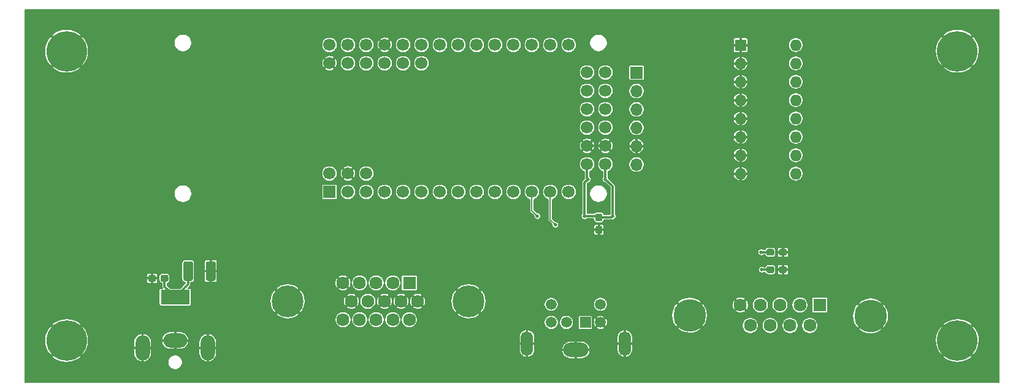
<source format=gtl>
G04 #@! TF.GenerationSoftware,KiCad,Pcbnew,5.1.9-1.fc33*
G04 #@! TF.CreationDate,2021-03-13T13:31:44-05:00*
G04 #@! TF.ProjectId,terminal,7465726d-696e-4616-9c2e-6b696361645f,rev?*
G04 #@! TF.SameCoordinates,Original*
G04 #@! TF.FileFunction,Copper,L1,Top*
G04 #@! TF.FilePolarity,Positive*
%FSLAX46Y46*%
G04 Gerber Fmt 4.6, Leading zero omitted, Abs format (unit mm)*
G04 Created by KiCad (PCBNEW 5.1.9-1.fc33) date 2021-03-13 13:31:44*
%MOMM*%
%LPD*%
G01*
G04 APERTURE LIST*
G04 #@! TA.AperFunction,ComponentPad*
%ADD10O,2.000000X3.500000*%
G04 #@! TD*
G04 #@! TA.AperFunction,ComponentPad*
%ADD11O,3.300000X2.000000*%
G04 #@! TD*
G04 #@! TA.AperFunction,ComponentPad*
%ADD12R,4.000000X2.000000*%
G04 #@! TD*
G04 #@! TA.AperFunction,ComponentPad*
%ADD13C,1.785000*%
G04 #@! TD*
G04 #@! TA.AperFunction,ComponentPad*
%ADD14R,1.785000X1.785000*%
G04 #@! TD*
G04 #@! TA.AperFunction,ComponentPad*
%ADD15C,4.500000*%
G04 #@! TD*
G04 #@! TA.AperFunction,ComponentPad*
%ADD16O,3.500000X2.000000*%
G04 #@! TD*
G04 #@! TA.AperFunction,ComponentPad*
%ADD17C,1.500000*%
G04 #@! TD*
G04 #@! TA.AperFunction,ComponentPad*
%ADD18R,1.500000X1.500000*%
G04 #@! TD*
G04 #@! TA.AperFunction,ComponentPad*
%ADD19O,1.700000X3.400000*%
G04 #@! TD*
G04 #@! TA.AperFunction,ComponentPad*
%ADD20C,4.400000*%
G04 #@! TD*
G04 #@! TA.AperFunction,ComponentPad*
%ADD21C,0.508000*%
G04 #@! TD*
G04 #@! TA.AperFunction,ComponentPad*
%ADD22C,1.700000*%
G04 #@! TD*
G04 #@! TA.AperFunction,ComponentPad*
%ADD23R,1.700000X1.700000*%
G04 #@! TD*
G04 #@! TA.AperFunction,ComponentPad*
%ADD24O,1.700000X1.700000*%
G04 #@! TD*
G04 #@! TA.AperFunction,ComponentPad*
%ADD25R,1.600000X1.600000*%
G04 #@! TD*
G04 #@! TA.AperFunction,ComponentPad*
%ADD26O,1.600000X1.600000*%
G04 #@! TD*
G04 #@! TA.AperFunction,ComponentPad*
%ADD27C,5.600000*%
G04 #@! TD*
G04 #@! TA.AperFunction,ViaPad*
%ADD28C,0.508000*%
G04 #@! TD*
G04 #@! TA.AperFunction,Conductor*
%ADD29C,0.304800*%
G04 #@! TD*
G04 #@! TA.AperFunction,Conductor*
%ADD30C,0.152400*%
G04 #@! TD*
G04 #@! TA.AperFunction,Conductor*
%ADD31C,0.100000*%
G04 #@! TD*
G04 APERTURE END LIST*
D10*
G04 #@! TO.P,J5,MP*
G04 #@! TO.N,GND*
X55500000Y-145000000D03*
X46500000Y-145000000D03*
D11*
G04 #@! TO.P,J5,2*
X51000000Y-144000000D03*
D12*
G04 #@! TO.P,J5,1*
G04 #@! TO.N,/VCC-5.0*
X51000000Y-138000000D03*
G04 #@! TD*
D13*
G04 #@! TO.P,J3,9*
G04 #@! TO.N,N/C*
X130411000Y-141920000D03*
G04 #@! TO.P,J3,8*
G04 #@! TO.N,/CTS*
X133151000Y-141920000D03*
G04 #@! TO.P,J3,7*
G04 #@! TO.N,/RTS*
X135891000Y-141920000D03*
G04 #@! TO.P,J3,6*
G04 #@! TO.N,Net-(J3-Pad1)*
X138631000Y-141920000D03*
G04 #@! TO.P,J3,4*
X131781000Y-139080000D03*
G04 #@! TO.P,J3,3*
G04 #@! TO.N,/TXD*
X134521000Y-139080000D03*
G04 #@! TO.P,J3,2*
G04 #@! TO.N,/RXD*
X137261000Y-139080000D03*
D14*
G04 #@! TO.P,J3,1*
G04 #@! TO.N,Net-(J3-Pad1)*
X140001000Y-139080000D03*
D13*
G04 #@! TO.P,J3,5*
G04 #@! TO.N,GND*
X129041000Y-139080000D03*
D15*
G04 #@! TO.P,J3,S2*
X147016000Y-140601600D03*
G04 #@! TO.P,J3,S1*
X122026000Y-140500000D03*
G04 #@! TD*
D16*
G04 #@! TO.P,J2,S1*
G04 #@! TO.N,GND*
X106327000Y-145300000D03*
D17*
G04 #@! TO.P,J2,3*
X109727000Y-141500000D03*
D18*
G04 #@! TO.P,J2,1*
G04 #@! TO.N,Net-(J2-Pad1)*
X107627000Y-141500000D03*
D17*
G04 #@! TO.P,J2,2*
G04 #@! TO.N,N/C*
X105027000Y-141500000D03*
G04 #@! TO.P,J2,4*
G04 #@! TO.N,+5V*
X102927000Y-141500000D03*
G04 #@! TO.P,J2,5*
G04 #@! TO.N,Net-(J2-Pad5)*
X109727000Y-139000000D03*
G04 #@! TO.P,J2,6*
G04 #@! TO.N,N/C*
X102927000Y-139000000D03*
D19*
G04 #@! TO.P,J2,S2*
G04 #@! TO.N,GND*
X113077000Y-144400000D03*
G04 #@! TO.P,J2,S3*
X99577000Y-144400000D03*
G04 #@! TD*
D20*
G04 #@! TO.P,J1,S2*
G04 #@! TO.N,GND*
X91495000Y-138570000D03*
G04 #@! TO.P,J1,S1*
X66505000Y-138570000D03*
D13*
G04 #@! TO.P,J1,15*
G04 #@! TO.N,N/C*
X74170000Y-141110000D03*
G04 #@! TO.P,J1,14*
G04 #@! TO.N,Net-(J1-Pad14)*
X76460000Y-141110000D03*
G04 #@! TO.P,J1,13*
G04 #@! TO.N,Net-(J1-Pad13)*
X78750000Y-141110000D03*
G04 #@! TO.P,J1,12*
G04 #@! TO.N,N/C*
X81040000Y-141110000D03*
G04 #@! TO.P,J1,11*
X83330000Y-141110000D03*
G04 #@! TO.P,J1,10*
G04 #@! TO.N,GND*
X75315000Y-138570000D03*
G04 #@! TO.P,J1,9*
G04 #@! TO.N,N/C*
X77605000Y-138570000D03*
G04 #@! TO.P,J1,8*
G04 #@! TO.N,GND*
X79895000Y-138570000D03*
G04 #@! TO.P,J1,7*
X82185000Y-138570000D03*
G04 #@! TO.P,J1,6*
X84475000Y-138570000D03*
G04 #@! TO.P,J1,5*
X74170000Y-136030000D03*
G04 #@! TO.P,J1,4*
G04 #@! TO.N,N/C*
X76460000Y-136030000D03*
G04 #@! TO.P,J1,3*
G04 #@! TO.N,/BLUE*
X78750000Y-136030000D03*
G04 #@! TO.P,J1,2*
G04 #@! TO.N,/GREEN*
X81040000Y-136030000D03*
D14*
G04 #@! TO.P,J1,1*
G04 #@! TO.N,/RED*
X83330000Y-136030000D03*
G04 #@! TD*
D21*
G04 #@! TO.P,REF\u002A\u002A,1*
G04 #@! TO.N,+3V3*
X111400000Y-126800000D03*
G04 #@! TD*
G04 #@! TO.P,REF\u002A\u002A,1*
G04 #@! TO.N,+3V3*
X107500000Y-126800000D03*
G04 #@! TD*
G04 #@! TO.P,REF\u002A\u002A,1*
G04 #@! TO.N,+3V3*
X110400000Y-121700000D03*
G04 #@! TD*
G04 #@! TO.P,REF\u002A\u002A,1*
G04 #@! TO.N,+3V3*
X108000000Y-121700000D03*
G04 #@! TD*
G04 #@! TO.P,REF\u002A\u002A,1*
G04 #@! TO.N,GND*
X135200000Y-136000000D03*
G04 #@! TD*
D22*
G04 #@! TO.P,U1,49*
G04 #@! TO.N,/DBG_UART_RTS*
X110410000Y-106940000D03*
G04 #@! TO.P,U1,48*
G04 #@! TO.N,/DBG_UART_CTS*
X110410000Y-109480000D03*
G04 #@! TO.P,U1,47*
G04 #@! TO.N,/DBG_UART_RX*
X110410000Y-112020000D03*
G04 #@! TO.P,U1,46*
G04 #@! TO.N,/DBG_UART_TX*
X110410000Y-114560000D03*
G04 #@! TO.P,U1,45*
G04 #@! TO.N,GND*
X110410000Y-117100000D03*
G04 #@! TO.P,U1,44*
G04 #@! TO.N,+3V3*
X110410000Y-119640000D03*
G04 #@! TO.P,U1,43*
G04 #@! TO.N,N/C*
X107870000Y-106940000D03*
G04 #@! TO.P,U1,42*
X107870000Y-109480000D03*
G04 #@! TO.P,U1,41*
X107870000Y-112020000D03*
G04 #@! TO.P,U1,40*
X107870000Y-114560000D03*
G04 #@! TO.P,U1,39*
G04 #@! TO.N,GND*
X107870000Y-117100000D03*
G04 #@! TO.P,U1,38*
G04 #@! TO.N,+3V3*
X107870000Y-119640000D03*
G04 #@! TO.P,U1,37*
G04 #@! TO.N,/DIP_SW0*
X105330000Y-103130000D03*
G04 #@! TO.P,U1,36*
G04 #@! TO.N,/DIP_SW1*
X102790000Y-103130000D03*
G04 #@! TO.P,U1,35*
G04 #@! TO.N,/DIP_SW2*
X100250000Y-103130000D03*
G04 #@! TO.P,U1,34*
G04 #@! TO.N,/DIP_SW3*
X97710000Y-103130000D03*
G04 #@! TO.P,U1,33*
G04 #@! TO.N,/DIP_SW4*
X95170000Y-103130000D03*
G04 #@! TO.P,U1,32*
G04 #@! TO.N,/DIP_SW5*
X92630000Y-103130000D03*
G04 #@! TO.P,U1,31*
G04 #@! TO.N,/DIP_SW6*
X90090000Y-103130000D03*
G04 #@! TO.P,U1,30*
G04 #@! TO.N,/UART_CTS*
X87550000Y-103130000D03*
G04 #@! TO.P,U1,29*
G04 #@! TO.N,/UART_RTS*
X85010000Y-103130000D03*
G04 #@! TO.P,U1,28*
G04 #@! TO.N,N/C*
X82470000Y-103130000D03*
G04 #@! TO.P,U1,27*
G04 #@! TO.N,GND*
X79930000Y-103130000D03*
G04 #@! TO.P,U1,26*
G04 #@! TO.N,+3V3*
X77390000Y-103130000D03*
G04 #@! TO.P,U1,25*
G04 #@! TO.N,/VCC-5.0*
X74850000Y-103130000D03*
G04 #@! TO.P,U1,24*
G04 #@! TO.N,+5V*
X72310000Y-103130000D03*
G04 #@! TO.P,U1,23*
G04 #@! TO.N,N/C*
X85010000Y-105670000D03*
G04 #@! TO.P,U1,22*
X82470000Y-105670000D03*
G04 #@! TO.P,U1,21*
X79930000Y-105670000D03*
G04 #@! TO.P,U1,20*
X77390000Y-105670000D03*
G04 #@! TO.P,U1,19*
X74850000Y-105670000D03*
G04 #@! TO.P,U1,18*
G04 #@! TO.N,GND*
X72310000Y-105670000D03*
G04 #@! TO.P,U1,17*
G04 #@! TO.N,N/C*
X77390000Y-120910000D03*
G04 #@! TO.P,U1,16*
G04 #@! TO.N,GND*
X74850000Y-120910000D03*
G04 #@! TO.P,U1,15*
G04 #@! TO.N,N/C*
X72310000Y-120910000D03*
G04 #@! TO.P,U1,14*
G04 #@! TO.N,/DIP_SW7*
X105330000Y-123450000D03*
G04 #@! TO.P,U1,13*
G04 #@! TO.N,/KBD_DATA*
X102790000Y-123450000D03*
G04 #@! TO.P,U1,12*
G04 #@! TO.N,/KBD_CLK*
X100250000Y-123450000D03*
G04 #@! TO.P,U1,11*
G04 #@! TO.N,/UART_TX*
X97710000Y-123450000D03*
G04 #@! TO.P,U1,10*
G04 #@! TO.N,/UART_RX*
X95170000Y-123450000D03*
G04 #@! TO.P,U1,9*
G04 #@! TO.N,/VSYNC*
X92630000Y-123450000D03*
G04 #@! TO.P,U1,8*
G04 #@! TO.N,/HSYNC*
X90090000Y-123450000D03*
G04 #@! TO.P,U1,7*
G04 #@! TO.N,/PIXEL_R2*
X87550000Y-123450000D03*
G04 #@! TO.P,U1,6*
G04 #@! TO.N,/PIXEL_R1*
X85010000Y-123450000D03*
G04 #@! TO.P,U1,5*
G04 #@! TO.N,/PIXEL_G2*
X82470000Y-123450000D03*
G04 #@! TO.P,U1,4*
G04 #@! TO.N,/PIXEL_G1*
X79930000Y-123450000D03*
G04 #@! TO.P,U1,3*
G04 #@! TO.N,/PIXEL_B2*
X77390000Y-123450000D03*
D23*
G04 #@! TO.P,U1,1*
G04 #@! TO.N,N/C*
X72310000Y-123450000D03*
D22*
G04 #@! TO.P,U1,2*
G04 #@! TO.N,/PIXEL_B1*
X74850000Y-123450000D03*
G04 #@! TD*
D21*
G04 #@! TO.P,REF\u002A\u002A,1*
G04 #@! TO.N,GND*
X139300000Y-132800000D03*
G04 #@! TD*
G04 #@! TO.P,C6,2*
G04 #@! TO.N,GND*
G04 #@! TA.AperFunction,SMDPad,CuDef*
G36*
G01*
X134362500Y-132037500D02*
X134362500Y-131562500D01*
G75*
G02*
X134600000Y-131325000I237500J0D01*
G01*
X135200000Y-131325000D01*
G75*
G02*
X135437500Y-131562500I0J-237500D01*
G01*
X135437500Y-132037500D01*
G75*
G02*
X135200000Y-132275000I-237500J0D01*
G01*
X134600000Y-132275000D01*
G75*
G02*
X134362500Y-132037500I0J237500D01*
G01*
G37*
G04 #@! TD.AperFunction*
G04 #@! TO.P,C6,1*
G04 #@! TO.N,/VS-*
G04 #@! TA.AperFunction,SMDPad,CuDef*
G36*
G01*
X132637500Y-132037500D02*
X132637500Y-131562500D01*
G75*
G02*
X132875000Y-131325000I237500J0D01*
G01*
X133475000Y-131325000D01*
G75*
G02*
X133712500Y-131562500I0J-237500D01*
G01*
X133712500Y-132037500D01*
G75*
G02*
X133475000Y-132275000I-237500J0D01*
G01*
X132875000Y-132275000D01*
G75*
G02*
X132637500Y-132037500I0J237500D01*
G01*
G37*
G04 #@! TD.AperFunction*
G04 #@! TD*
G04 #@! TO.P,C7,2*
G04 #@! TO.N,GND*
G04 #@! TA.AperFunction,SMDPad,CuDef*
G36*
G01*
X134362500Y-134437500D02*
X134362500Y-133962500D01*
G75*
G02*
X134600000Y-133725000I237500J0D01*
G01*
X135200000Y-133725000D01*
G75*
G02*
X135437500Y-133962500I0J-237500D01*
G01*
X135437500Y-134437500D01*
G75*
G02*
X135200000Y-134675000I-237500J0D01*
G01*
X134600000Y-134675000D01*
G75*
G02*
X134362500Y-134437500I0J237500D01*
G01*
G37*
G04 #@! TD.AperFunction*
G04 #@! TO.P,C7,1*
G04 #@! TO.N,/VS+*
G04 #@! TA.AperFunction,SMDPad,CuDef*
G36*
G01*
X132637500Y-134437500D02*
X132637500Y-133962500D01*
G75*
G02*
X132875000Y-133725000I237500J0D01*
G01*
X133475000Y-133725000D01*
G75*
G02*
X133712500Y-133962500I0J-237500D01*
G01*
X133712500Y-134437500D01*
G75*
G02*
X133475000Y-134675000I-237500J0D01*
G01*
X132875000Y-134675000D01*
G75*
G02*
X132637500Y-134437500I0J237500D01*
G01*
G37*
G04 #@! TD.AperFunction*
G04 #@! TD*
G04 #@! TO.P,C8,1*
G04 #@! TO.N,/VCC-5.0*
G04 #@! TA.AperFunction,SMDPad,CuDef*
G36*
G01*
X50062500Y-135162500D02*
X50062500Y-135637500D01*
G75*
G02*
X49825000Y-135875000I-237500J0D01*
G01*
X49225000Y-135875000D01*
G75*
G02*
X48987500Y-135637500I0J237500D01*
G01*
X48987500Y-135162500D01*
G75*
G02*
X49225000Y-134925000I237500J0D01*
G01*
X49825000Y-134925000D01*
G75*
G02*
X50062500Y-135162500I0J-237500D01*
G01*
G37*
G04 #@! TD.AperFunction*
G04 #@! TO.P,C8,2*
G04 #@! TO.N,GND*
G04 #@! TA.AperFunction,SMDPad,CuDef*
G36*
G01*
X48337500Y-135162500D02*
X48337500Y-135637500D01*
G75*
G02*
X48100000Y-135875000I-237500J0D01*
G01*
X47500000Y-135875000D01*
G75*
G02*
X47262500Y-135637500I0J237500D01*
G01*
X47262500Y-135162500D01*
G75*
G02*
X47500000Y-134925000I237500J0D01*
G01*
X48100000Y-134925000D01*
G75*
G02*
X48337500Y-135162500I0J-237500D01*
G01*
G37*
G04 #@! TD.AperFunction*
G04 #@! TD*
G04 #@! TO.P,C9,1*
G04 #@! TO.N,/VCC-5.0*
G04 #@! TA.AperFunction,SMDPad,CuDef*
G36*
G01*
X52137500Y-135500001D02*
X52137500Y-133299999D01*
G75*
G02*
X52387499Y-133050000I249999J0D01*
G01*
X53212501Y-133050000D01*
G75*
G02*
X53462500Y-133299999I0J-249999D01*
G01*
X53462500Y-135500001D01*
G75*
G02*
X53212501Y-135750000I-249999J0D01*
G01*
X52387499Y-135750000D01*
G75*
G02*
X52137500Y-135500001I0J249999D01*
G01*
G37*
G04 #@! TD.AperFunction*
G04 #@! TO.P,C9,2*
G04 #@! TO.N,GND*
G04 #@! TA.AperFunction,SMDPad,CuDef*
G36*
G01*
X55262500Y-135500001D02*
X55262500Y-133299999D01*
G75*
G02*
X55512499Y-133050000I249999J0D01*
G01*
X56337501Y-133050000D01*
G75*
G02*
X56587500Y-133299999I0J-249999D01*
G01*
X56587500Y-135500001D01*
G75*
G02*
X56337501Y-135750000I-249999J0D01*
G01*
X55512499Y-135750000D01*
G75*
G02*
X55262500Y-135500001I0J249999D01*
G01*
G37*
G04 #@! TD.AperFunction*
G04 #@! TD*
D23*
G04 #@! TO.P,J4,1*
G04 #@! TO.N,/DBG_UART_RTS*
X114700000Y-106980000D03*
D24*
G04 #@! TO.P,J4,2*
G04 #@! TO.N,/DBG_UART_CTS*
X114700000Y-109520000D03*
G04 #@! TO.P,J4,3*
G04 #@! TO.N,/DBG_UART_RX*
X114700000Y-112060000D03*
G04 #@! TO.P,J4,4*
G04 #@! TO.N,/DBG_UART_TX*
X114700000Y-114600000D03*
G04 #@! TO.P,J4,5*
G04 #@! TO.N,GND*
X114700000Y-117140000D03*
G04 #@! TO.P,J4,6*
G04 #@! TO.N,+3V3*
X114700000Y-119680000D03*
G04 #@! TD*
D25*
G04 #@! TO.P,SW1,1*
G04 #@! TO.N,GND*
X129070000Y-103160000D03*
D26*
G04 #@! TO.P,SW1,9*
G04 #@! TO.N,/DIP_SW7*
X136690000Y-120940000D03*
G04 #@! TO.P,SW1,2*
G04 #@! TO.N,GND*
X129070000Y-105700000D03*
G04 #@! TO.P,SW1,10*
G04 #@! TO.N,/DIP_SW6*
X136690000Y-118400000D03*
G04 #@! TO.P,SW1,3*
G04 #@! TO.N,GND*
X129070000Y-108240000D03*
G04 #@! TO.P,SW1,11*
G04 #@! TO.N,/DIP_SW5*
X136690000Y-115860000D03*
G04 #@! TO.P,SW1,4*
G04 #@! TO.N,GND*
X129070000Y-110780000D03*
G04 #@! TO.P,SW1,12*
G04 #@! TO.N,/DIP_SW4*
X136690000Y-113320000D03*
G04 #@! TO.P,SW1,5*
G04 #@! TO.N,GND*
X129070000Y-113320000D03*
G04 #@! TO.P,SW1,13*
G04 #@! TO.N,/DIP_SW3*
X136690000Y-110780000D03*
G04 #@! TO.P,SW1,6*
G04 #@! TO.N,GND*
X129070000Y-115860000D03*
G04 #@! TO.P,SW1,14*
G04 #@! TO.N,/DIP_SW2*
X136690000Y-108240000D03*
G04 #@! TO.P,SW1,7*
G04 #@! TO.N,GND*
X129070000Y-118400000D03*
G04 #@! TO.P,SW1,15*
G04 #@! TO.N,/DIP_SW1*
X136690000Y-105700000D03*
G04 #@! TO.P,SW1,8*
G04 #@! TO.N,GND*
X129070000Y-120940000D03*
G04 #@! TO.P,SW1,16*
G04 #@! TO.N,/DIP_SW0*
X136690000Y-103160000D03*
G04 #@! TD*
G04 #@! TO.P,C10,1*
G04 #@! TO.N,+3V3*
G04 #@! TA.AperFunction,SMDPad,CuDef*
G36*
G01*
X109262500Y-126437500D02*
X109737500Y-126437500D01*
G75*
G02*
X109975000Y-126675000I0J-237500D01*
G01*
X109975000Y-127275000D01*
G75*
G02*
X109737500Y-127512500I-237500J0D01*
G01*
X109262500Y-127512500D01*
G75*
G02*
X109025000Y-127275000I0J237500D01*
G01*
X109025000Y-126675000D01*
G75*
G02*
X109262500Y-126437500I237500J0D01*
G01*
G37*
G04 #@! TD.AperFunction*
G04 #@! TO.P,C10,2*
G04 #@! TO.N,GND*
G04 #@! TA.AperFunction,SMDPad,CuDef*
G36*
G01*
X109262500Y-128162500D02*
X109737500Y-128162500D01*
G75*
G02*
X109975000Y-128400000I0J-237500D01*
G01*
X109975000Y-129000000D01*
G75*
G02*
X109737500Y-129237500I-237500J0D01*
G01*
X109262500Y-129237500D01*
G75*
G02*
X109025000Y-129000000I0J237500D01*
G01*
X109025000Y-128400000D01*
G75*
G02*
X109262500Y-128162500I237500J0D01*
G01*
G37*
G04 #@! TD.AperFunction*
G04 #@! TD*
D27*
G04 #@! TO.P,H1,1*
G04 #@! TO.N,GND*
X36000000Y-144000000D03*
G04 #@! TD*
G04 #@! TO.P,H2,1*
G04 #@! TO.N,GND*
X159000000Y-144000000D03*
G04 #@! TD*
G04 #@! TO.P,H3,1*
G04 #@! TO.N,GND*
X36000000Y-104000000D03*
G04 #@! TD*
G04 #@! TO.P,H4,1*
G04 #@! TO.N,GND*
X159000000Y-104000000D03*
G04 #@! TD*
D28*
G04 #@! TO.N,/KBD_CLK*
X101000000Y-126800000D03*
G04 #@! TO.N,/KBD_DATA*
X103500000Y-128000000D03*
G04 #@! TO.N,/VS-*
X131900000Y-131800000D03*
G04 #@! TO.N,/VS+*
X132000000Y-134200000D03*
G04 #@! TD*
D29*
G04 #@! TO.N,GND*
X107870000Y-117100000D02*
X110410000Y-117100000D01*
G04 #@! TO.N,+3V3*
X107870000Y-121570000D02*
X108000000Y-121700000D01*
X107870000Y-119640000D02*
X107870000Y-121570000D01*
X110410000Y-121690000D02*
X110400000Y-121700000D01*
X110410000Y-119640000D02*
X110410000Y-121690000D01*
X109325000Y-126800000D02*
X109500000Y-126975000D01*
X107500000Y-126800000D02*
X109325000Y-126800000D01*
X107500000Y-122200000D02*
X108000000Y-121700000D01*
X107500000Y-126800000D02*
X107500000Y-122200000D01*
X111225000Y-126975000D02*
X111400000Y-126800000D01*
X109500000Y-126975000D02*
X111225000Y-126975000D01*
X111400000Y-122700000D02*
X110400000Y-121700000D01*
X111400000Y-126800000D02*
X111400000Y-122700000D01*
G04 #@! TO.N,/VCC-5.0*
X49525000Y-136525000D02*
X51000000Y-138000000D01*
X49525000Y-135400000D02*
X49525000Y-136525000D01*
X52800000Y-136200000D02*
X51000000Y-138000000D01*
X52800000Y-134400000D02*
X52800000Y-136200000D01*
D30*
G04 #@! TO.N,/KBD_CLK*
X100250000Y-126050000D02*
X101000000Y-126800000D01*
X100250000Y-123450000D02*
X100250000Y-126050000D01*
G04 #@! TO.N,/KBD_DATA*
X102790000Y-127290000D02*
X103500000Y-128000000D01*
X102790000Y-123450000D02*
X102790000Y-127290000D01*
D29*
G04 #@! TO.N,/VS-*
X131900000Y-131800000D02*
X133175000Y-131800000D01*
G04 #@! TO.N,/VS+*
X132000000Y-134200000D02*
X133175000Y-134200000D01*
G04 #@! TD*
D30*
G04 #@! TO.N,GND*
X164746400Y-149746400D02*
X30253600Y-149746400D01*
X30253600Y-146164689D01*
X33943074Y-146164689D01*
X34273428Y-146506061D01*
X34795511Y-146794746D01*
X35363884Y-146976030D01*
X35956701Y-147042946D01*
X36551183Y-146992924D01*
X37124482Y-146827885D01*
X37654569Y-146554173D01*
X37726572Y-146506061D01*
X38056926Y-146164689D01*
X36000000Y-144107763D01*
X33943074Y-146164689D01*
X30253600Y-146164689D01*
X30253600Y-143956701D01*
X32957054Y-143956701D01*
X33007076Y-144551183D01*
X33172115Y-145124482D01*
X33445827Y-145654569D01*
X33493939Y-145726572D01*
X33835311Y-146056926D01*
X35892237Y-144000000D01*
X36107763Y-144000000D01*
X38164689Y-146056926D01*
X38506061Y-145726572D01*
X38794746Y-145204489D01*
X38835664Y-145076200D01*
X45271400Y-145076200D01*
X45271400Y-145826200D01*
X45309873Y-146064424D01*
X45394082Y-146290565D01*
X45520791Y-146495932D01*
X45685130Y-146672633D01*
X45880784Y-146813878D01*
X46100234Y-146914239D01*
X46232913Y-146949218D01*
X46423800Y-146918969D01*
X46423800Y-145076200D01*
X46576200Y-145076200D01*
X46576200Y-146918969D01*
X46767087Y-146949218D01*
X46899766Y-146914239D01*
X46933761Y-146898692D01*
X49971400Y-146898692D01*
X49971400Y-147101308D01*
X50010928Y-147300032D01*
X50088466Y-147487225D01*
X50201034Y-147655694D01*
X50344306Y-147798966D01*
X50512775Y-147911534D01*
X50699968Y-147989072D01*
X50898692Y-148028600D01*
X51101308Y-148028600D01*
X51300032Y-147989072D01*
X51487225Y-147911534D01*
X51655694Y-147798966D01*
X51798966Y-147655694D01*
X51911534Y-147487225D01*
X51989072Y-147300032D01*
X52028600Y-147101308D01*
X52028600Y-146898692D01*
X51989072Y-146699968D01*
X51911534Y-146512775D01*
X51798966Y-146344306D01*
X51655694Y-146201034D01*
X51487225Y-146088466D01*
X51300032Y-146010928D01*
X51101308Y-145971400D01*
X50898692Y-145971400D01*
X50699968Y-146010928D01*
X50512775Y-146088466D01*
X50344306Y-146201034D01*
X50201034Y-146344306D01*
X50088466Y-146512775D01*
X50010928Y-146699968D01*
X49971400Y-146898692D01*
X46933761Y-146898692D01*
X47119216Y-146813878D01*
X47314870Y-146672633D01*
X47479209Y-146495932D01*
X47605918Y-146290565D01*
X47690127Y-146064424D01*
X47728600Y-145826200D01*
X47728600Y-145076200D01*
X46576200Y-145076200D01*
X46423800Y-145076200D01*
X45271400Y-145076200D01*
X38835664Y-145076200D01*
X38976030Y-144636116D01*
X39028215Y-144173800D01*
X45271400Y-144173800D01*
X45271400Y-144923800D01*
X46423800Y-144923800D01*
X46423800Y-143081031D01*
X46576200Y-143081031D01*
X46576200Y-144923800D01*
X47728600Y-144923800D01*
X47728600Y-144267087D01*
X49150782Y-144267087D01*
X49185761Y-144399766D01*
X49286122Y-144619216D01*
X49427367Y-144814870D01*
X49604068Y-144979209D01*
X49809435Y-145105918D01*
X50035576Y-145190127D01*
X50273800Y-145228600D01*
X50923800Y-145228600D01*
X50923800Y-144076200D01*
X51076200Y-144076200D01*
X51076200Y-145228600D01*
X51726200Y-145228600D01*
X51964424Y-145190127D01*
X52190565Y-145105918D01*
X52238731Y-145076200D01*
X54271400Y-145076200D01*
X54271400Y-145826200D01*
X54309873Y-146064424D01*
X54394082Y-146290565D01*
X54520791Y-146495932D01*
X54685130Y-146672633D01*
X54880784Y-146813878D01*
X55100234Y-146914239D01*
X55232913Y-146949218D01*
X55423800Y-146918969D01*
X55423800Y-145076200D01*
X55576200Y-145076200D01*
X55576200Y-146918969D01*
X55767087Y-146949218D01*
X55899766Y-146914239D01*
X56119216Y-146813878D01*
X56314870Y-146672633D01*
X56479209Y-146495932D01*
X56605918Y-146290565D01*
X56690127Y-146064424D01*
X56728600Y-145826200D01*
X56728600Y-145076200D01*
X55576200Y-145076200D01*
X55423800Y-145076200D01*
X54271400Y-145076200D01*
X52238731Y-145076200D01*
X52395932Y-144979209D01*
X52572633Y-144814870D01*
X52713878Y-144619216D01*
X52814239Y-144399766D01*
X52849218Y-144267087D01*
X52834436Y-144173800D01*
X54271400Y-144173800D01*
X54271400Y-144923800D01*
X55423800Y-144923800D01*
X55423800Y-143081031D01*
X55576200Y-143081031D01*
X55576200Y-144923800D01*
X56728600Y-144923800D01*
X56728600Y-144476200D01*
X98498400Y-144476200D01*
X98498400Y-145326200D01*
X98533991Y-145535160D01*
X98609664Y-145733162D01*
X98722511Y-145912596D01*
X98868196Y-146066567D01*
X99041120Y-146189158D01*
X99234637Y-146275657D01*
X99333430Y-146300739D01*
X99500800Y-146268604D01*
X99500800Y-144476200D01*
X99653200Y-144476200D01*
X99653200Y-146268604D01*
X99820570Y-146300739D01*
X99919363Y-146275657D01*
X100112880Y-146189158D01*
X100285804Y-146066567D01*
X100431489Y-145912596D01*
X100544336Y-145733162D01*
X100607807Y-145567087D01*
X104377782Y-145567087D01*
X104412761Y-145699766D01*
X104513122Y-145919216D01*
X104654367Y-146114870D01*
X104831068Y-146279209D01*
X105036435Y-146405918D01*
X105262576Y-146490127D01*
X105500800Y-146528600D01*
X106250800Y-146528600D01*
X106250800Y-145376200D01*
X106403200Y-145376200D01*
X106403200Y-146528600D01*
X107153200Y-146528600D01*
X107391424Y-146490127D01*
X107617565Y-146405918D01*
X107822932Y-146279209D01*
X107999633Y-146114870D01*
X108140878Y-145919216D01*
X108241239Y-145699766D01*
X108276218Y-145567087D01*
X108245969Y-145376200D01*
X106403200Y-145376200D01*
X106250800Y-145376200D01*
X104408031Y-145376200D01*
X104377782Y-145567087D01*
X100607807Y-145567087D01*
X100620009Y-145535160D01*
X100655600Y-145326200D01*
X100655600Y-145032913D01*
X104377782Y-145032913D01*
X104408031Y-145223800D01*
X106250800Y-145223800D01*
X106250800Y-144071400D01*
X106403200Y-144071400D01*
X106403200Y-145223800D01*
X108245969Y-145223800D01*
X108276218Y-145032913D01*
X108241239Y-144900234D01*
X108140878Y-144680784D01*
X107999633Y-144485130D01*
X107990032Y-144476200D01*
X111998400Y-144476200D01*
X111998400Y-145326200D01*
X112033991Y-145535160D01*
X112109664Y-145733162D01*
X112222511Y-145912596D01*
X112368196Y-146066567D01*
X112541120Y-146189158D01*
X112734637Y-146275657D01*
X112833430Y-146300739D01*
X113000800Y-146268604D01*
X113000800Y-144476200D01*
X113153200Y-144476200D01*
X113153200Y-146268604D01*
X113320570Y-146300739D01*
X113419363Y-146275657D01*
X113612880Y-146189158D01*
X113647395Y-146164689D01*
X156943074Y-146164689D01*
X157273428Y-146506061D01*
X157795511Y-146794746D01*
X158363884Y-146976030D01*
X158956701Y-147042946D01*
X159551183Y-146992924D01*
X160124482Y-146827885D01*
X160654569Y-146554173D01*
X160726572Y-146506061D01*
X161056926Y-146164689D01*
X159000000Y-144107763D01*
X156943074Y-146164689D01*
X113647395Y-146164689D01*
X113785804Y-146066567D01*
X113931489Y-145912596D01*
X114044336Y-145733162D01*
X114120009Y-145535160D01*
X114155600Y-145326200D01*
X114155600Y-144476200D01*
X113153200Y-144476200D01*
X113000800Y-144476200D01*
X111998400Y-144476200D01*
X107990032Y-144476200D01*
X107822932Y-144320791D01*
X107617565Y-144194082D01*
X107391424Y-144109873D01*
X107153200Y-144071400D01*
X106403200Y-144071400D01*
X106250800Y-144071400D01*
X105500800Y-144071400D01*
X105262576Y-144109873D01*
X105036435Y-144194082D01*
X104831068Y-144320791D01*
X104654367Y-144485130D01*
X104513122Y-144680784D01*
X104412761Y-144900234D01*
X104377782Y-145032913D01*
X100655600Y-145032913D01*
X100655600Y-144476200D01*
X99653200Y-144476200D01*
X99500800Y-144476200D01*
X98498400Y-144476200D01*
X56728600Y-144476200D01*
X56728600Y-144173800D01*
X56690127Y-143935576D01*
X56605918Y-143709435D01*
X56479209Y-143504068D01*
X56451059Y-143473800D01*
X98498400Y-143473800D01*
X98498400Y-144323800D01*
X99500800Y-144323800D01*
X99500800Y-142531396D01*
X99653200Y-142531396D01*
X99653200Y-144323800D01*
X100655600Y-144323800D01*
X100655600Y-143473800D01*
X111998400Y-143473800D01*
X111998400Y-144323800D01*
X113000800Y-144323800D01*
X113000800Y-142531396D01*
X113153200Y-142531396D01*
X113153200Y-144323800D01*
X114155600Y-144323800D01*
X114155600Y-143956701D01*
X155957054Y-143956701D01*
X156007076Y-144551183D01*
X156172115Y-145124482D01*
X156445827Y-145654569D01*
X156493939Y-145726572D01*
X156835311Y-146056926D01*
X158892237Y-144000000D01*
X159107763Y-144000000D01*
X161164689Y-146056926D01*
X161506061Y-145726572D01*
X161794746Y-145204489D01*
X161976030Y-144636116D01*
X162042946Y-144043299D01*
X161992924Y-143448817D01*
X161827885Y-142875518D01*
X161554173Y-142345431D01*
X161506061Y-142273428D01*
X161164689Y-141943074D01*
X159107763Y-144000000D01*
X158892237Y-144000000D01*
X156835311Y-141943074D01*
X156493939Y-142273428D01*
X156205254Y-142795511D01*
X156023970Y-143363884D01*
X155957054Y-143956701D01*
X114155600Y-143956701D01*
X114155600Y-143473800D01*
X114120009Y-143264840D01*
X114044336Y-143066838D01*
X113931489Y-142887404D01*
X113785804Y-142733433D01*
X113612880Y-142610842D01*
X113419363Y-142524343D01*
X113320570Y-142499261D01*
X113153200Y-142531396D01*
X113000800Y-142531396D01*
X112833430Y-142499261D01*
X112734637Y-142524343D01*
X112541120Y-142610842D01*
X112368196Y-142733433D01*
X112222511Y-142887404D01*
X112109664Y-143066838D01*
X112033991Y-143264840D01*
X111998400Y-143473800D01*
X100655600Y-143473800D01*
X100620009Y-143264840D01*
X100544336Y-143066838D01*
X100431489Y-142887404D01*
X100285804Y-142733433D01*
X100112880Y-142610842D01*
X99919363Y-142524343D01*
X99820570Y-142499261D01*
X99653200Y-142531396D01*
X99500800Y-142531396D01*
X99333430Y-142499261D01*
X99234637Y-142524343D01*
X99041120Y-142610842D01*
X98868196Y-142733433D01*
X98722511Y-142887404D01*
X98609664Y-143066838D01*
X98533991Y-143264840D01*
X98498400Y-143473800D01*
X56451059Y-143473800D01*
X56314870Y-143327367D01*
X56119216Y-143186122D01*
X55899766Y-143085761D01*
X55767087Y-143050782D01*
X55576200Y-143081031D01*
X55423800Y-143081031D01*
X55232913Y-143050782D01*
X55100234Y-143085761D01*
X54880784Y-143186122D01*
X54685130Y-143327367D01*
X54520791Y-143504068D01*
X54394082Y-143709435D01*
X54309873Y-143935576D01*
X54271400Y-144173800D01*
X52834436Y-144173800D01*
X52818969Y-144076200D01*
X51076200Y-144076200D01*
X50923800Y-144076200D01*
X49181031Y-144076200D01*
X49150782Y-144267087D01*
X47728600Y-144267087D01*
X47728600Y-144173800D01*
X47690127Y-143935576D01*
X47614661Y-143732913D01*
X49150782Y-143732913D01*
X49181031Y-143923800D01*
X50923800Y-143923800D01*
X50923800Y-142771400D01*
X51076200Y-142771400D01*
X51076200Y-143923800D01*
X52818969Y-143923800D01*
X52849218Y-143732913D01*
X52814239Y-143600234D01*
X52713878Y-143380784D01*
X52572633Y-143185130D01*
X52395932Y-143020791D01*
X52190565Y-142894082D01*
X51964424Y-142809873D01*
X51726200Y-142771400D01*
X51076200Y-142771400D01*
X50923800Y-142771400D01*
X50273800Y-142771400D01*
X50035576Y-142809873D01*
X49809435Y-142894082D01*
X49604068Y-143020791D01*
X49427367Y-143185130D01*
X49286122Y-143380784D01*
X49185761Y-143600234D01*
X49150782Y-143732913D01*
X47614661Y-143732913D01*
X47605918Y-143709435D01*
X47479209Y-143504068D01*
X47314870Y-143327367D01*
X47119216Y-143186122D01*
X46899766Y-143085761D01*
X46767087Y-143050782D01*
X46576200Y-143081031D01*
X46423800Y-143081031D01*
X46232913Y-143050782D01*
X46100234Y-143085761D01*
X45880784Y-143186122D01*
X45685130Y-143327367D01*
X45520791Y-143504068D01*
X45394082Y-143709435D01*
X45309873Y-143935576D01*
X45271400Y-144173800D01*
X39028215Y-144173800D01*
X39042946Y-144043299D01*
X38992924Y-143448817D01*
X38827885Y-142875518D01*
X38554173Y-142345431D01*
X38506061Y-142273428D01*
X38164689Y-141943074D01*
X36107763Y-144000000D01*
X35892237Y-144000000D01*
X33835311Y-141943074D01*
X33493939Y-142273428D01*
X33205254Y-142795511D01*
X33023970Y-143363884D01*
X32957054Y-143956701D01*
X30253600Y-143956701D01*
X30253600Y-141835311D01*
X33943074Y-141835311D01*
X36000000Y-143892237D01*
X38056926Y-141835311D01*
X37726572Y-141493939D01*
X37204489Y-141205254D01*
X36636116Y-141023970D01*
X36043299Y-140957054D01*
X35448817Y-141007076D01*
X34875518Y-141172115D01*
X34345431Y-141445827D01*
X34273428Y-141493939D01*
X33943074Y-141835311D01*
X30253600Y-141835311D01*
X30253600Y-140308197D01*
X64874566Y-140308197D01*
X65132944Y-140588112D01*
X65553022Y-140817010D01*
X66009684Y-140959556D01*
X66485381Y-141010274D01*
X66603688Y-140999581D01*
X73048900Y-140999581D01*
X73048900Y-141220419D01*
X73091983Y-141437013D01*
X73176494Y-141641040D01*
X73299184Y-141824660D01*
X73455340Y-141980816D01*
X73638960Y-142103506D01*
X73842987Y-142188017D01*
X74059581Y-142231100D01*
X74280419Y-142231100D01*
X74497013Y-142188017D01*
X74701040Y-142103506D01*
X74884660Y-141980816D01*
X75040816Y-141824660D01*
X75163506Y-141641040D01*
X75248017Y-141437013D01*
X75291100Y-141220419D01*
X75291100Y-140999581D01*
X75338900Y-140999581D01*
X75338900Y-141220419D01*
X75381983Y-141437013D01*
X75466494Y-141641040D01*
X75589184Y-141824660D01*
X75745340Y-141980816D01*
X75928960Y-142103506D01*
X76132987Y-142188017D01*
X76349581Y-142231100D01*
X76570419Y-142231100D01*
X76787013Y-142188017D01*
X76991040Y-142103506D01*
X77174660Y-141980816D01*
X77330816Y-141824660D01*
X77453506Y-141641040D01*
X77538017Y-141437013D01*
X77581100Y-141220419D01*
X77581100Y-140999581D01*
X77628900Y-140999581D01*
X77628900Y-141220419D01*
X77671983Y-141437013D01*
X77756494Y-141641040D01*
X77879184Y-141824660D01*
X78035340Y-141980816D01*
X78218960Y-142103506D01*
X78422987Y-142188017D01*
X78639581Y-142231100D01*
X78860419Y-142231100D01*
X79077013Y-142188017D01*
X79281040Y-142103506D01*
X79464660Y-141980816D01*
X79620816Y-141824660D01*
X79743506Y-141641040D01*
X79828017Y-141437013D01*
X79871100Y-141220419D01*
X79871100Y-140999581D01*
X79918900Y-140999581D01*
X79918900Y-141220419D01*
X79961983Y-141437013D01*
X80046494Y-141641040D01*
X80169184Y-141824660D01*
X80325340Y-141980816D01*
X80508960Y-142103506D01*
X80712987Y-142188017D01*
X80929581Y-142231100D01*
X81150419Y-142231100D01*
X81367013Y-142188017D01*
X81571040Y-142103506D01*
X81754660Y-141980816D01*
X81910816Y-141824660D01*
X82033506Y-141641040D01*
X82118017Y-141437013D01*
X82161100Y-141220419D01*
X82161100Y-140999581D01*
X82208900Y-140999581D01*
X82208900Y-141220419D01*
X82251983Y-141437013D01*
X82336494Y-141641040D01*
X82459184Y-141824660D01*
X82615340Y-141980816D01*
X82798960Y-142103506D01*
X83002987Y-142188017D01*
X83219581Y-142231100D01*
X83440419Y-142231100D01*
X83657013Y-142188017D01*
X83861040Y-142103506D01*
X84044660Y-141980816D01*
X84200816Y-141824660D01*
X84323506Y-141641040D01*
X84408017Y-141437013D01*
X84414660Y-141403616D01*
X101948400Y-141403616D01*
X101948400Y-141596384D01*
X101986007Y-141785447D01*
X102059776Y-141963541D01*
X102166872Y-142123821D01*
X102303179Y-142260128D01*
X102463459Y-142367224D01*
X102641553Y-142440993D01*
X102830616Y-142478600D01*
X103023384Y-142478600D01*
X103212447Y-142440993D01*
X103390541Y-142367224D01*
X103550821Y-142260128D01*
X103687128Y-142123821D01*
X103794224Y-141963541D01*
X103867993Y-141785447D01*
X103905600Y-141596384D01*
X103905600Y-141403616D01*
X104048400Y-141403616D01*
X104048400Y-141596384D01*
X104086007Y-141785447D01*
X104159776Y-141963541D01*
X104266872Y-142123821D01*
X104403179Y-142260128D01*
X104563459Y-142367224D01*
X104741553Y-142440993D01*
X104930616Y-142478600D01*
X105123384Y-142478600D01*
X105312447Y-142440993D01*
X105490541Y-142367224D01*
X105650821Y-142260128D01*
X105787128Y-142123821D01*
X105894224Y-141963541D01*
X105967993Y-141785447D01*
X106005600Y-141596384D01*
X106005600Y-141403616D01*
X105967993Y-141214553D01*
X105894224Y-141036459D01*
X105787128Y-140876179D01*
X105660949Y-140750000D01*
X106647294Y-140750000D01*
X106647294Y-142250000D01*
X106651708Y-142294813D01*
X106664779Y-142337905D01*
X106686006Y-142377618D01*
X106714573Y-142412427D01*
X106749382Y-142440994D01*
X106789095Y-142462221D01*
X106832187Y-142475292D01*
X106877000Y-142479706D01*
X108377000Y-142479706D01*
X108421813Y-142475292D01*
X108464905Y-142462221D01*
X108504618Y-142440994D01*
X108539427Y-142412427D01*
X108567994Y-142377618D01*
X108589221Y-142337905D01*
X108602292Y-142294813D01*
X108606706Y-142250000D01*
X108606706Y-142206573D01*
X109128190Y-142206573D01*
X109212395Y-142337932D01*
X109385756Y-142422226D01*
X109572231Y-142471079D01*
X109764652Y-142482614D01*
X109955627Y-142456388D01*
X110137816Y-142393409D01*
X110241605Y-142337932D01*
X110282752Y-142273742D01*
X120360021Y-142273742D01*
X120624398Y-142558778D01*
X121052977Y-142792658D01*
X121518949Y-142938432D01*
X122004406Y-142990499D01*
X122490694Y-142946858D01*
X122959123Y-142809185D01*
X123391693Y-142582772D01*
X123427602Y-142558778D01*
X123691979Y-142273742D01*
X122026000Y-140607763D01*
X120360021Y-142273742D01*
X110282752Y-142273742D01*
X110325810Y-142206573D01*
X109727000Y-141607763D01*
X109128190Y-142206573D01*
X108606706Y-142206573D01*
X108606706Y-141537652D01*
X108744386Y-141537652D01*
X108770612Y-141728627D01*
X108833591Y-141910816D01*
X108889068Y-142014605D01*
X109020427Y-142098810D01*
X109619237Y-141500000D01*
X109834763Y-141500000D01*
X110433573Y-142098810D01*
X110564932Y-142014605D01*
X110649226Y-141841244D01*
X110698079Y-141654769D01*
X110709614Y-141462348D01*
X110683388Y-141271373D01*
X110620409Y-141089184D01*
X110564932Y-140985395D01*
X110433573Y-140901190D01*
X109834763Y-141500000D01*
X109619237Y-141500000D01*
X109020427Y-140901190D01*
X108889068Y-140985395D01*
X108804774Y-141158756D01*
X108755921Y-141345231D01*
X108744386Y-141537652D01*
X108606706Y-141537652D01*
X108606706Y-140793427D01*
X109128190Y-140793427D01*
X109727000Y-141392237D01*
X110325810Y-140793427D01*
X110241605Y-140662068D01*
X110068244Y-140577774D01*
X109881769Y-140528921D01*
X109689348Y-140517386D01*
X109498373Y-140543612D01*
X109316184Y-140606591D01*
X109212395Y-140662068D01*
X109128190Y-140793427D01*
X108606706Y-140793427D01*
X108606706Y-140750000D01*
X108602292Y-140705187D01*
X108589221Y-140662095D01*
X108567994Y-140622382D01*
X108539427Y-140587573D01*
X108504618Y-140559006D01*
X108464905Y-140537779D01*
X108421813Y-140524708D01*
X108377000Y-140520294D01*
X106877000Y-140520294D01*
X106832187Y-140524708D01*
X106789095Y-140537779D01*
X106749382Y-140559006D01*
X106714573Y-140587573D01*
X106686006Y-140622382D01*
X106664779Y-140662095D01*
X106651708Y-140705187D01*
X106647294Y-140750000D01*
X105660949Y-140750000D01*
X105650821Y-140739872D01*
X105490541Y-140632776D01*
X105312447Y-140559007D01*
X105123384Y-140521400D01*
X104930616Y-140521400D01*
X104741553Y-140559007D01*
X104563459Y-140632776D01*
X104403179Y-140739872D01*
X104266872Y-140876179D01*
X104159776Y-141036459D01*
X104086007Y-141214553D01*
X104048400Y-141403616D01*
X103905600Y-141403616D01*
X103867993Y-141214553D01*
X103794224Y-141036459D01*
X103687128Y-140876179D01*
X103550821Y-140739872D01*
X103390541Y-140632776D01*
X103212447Y-140559007D01*
X103023384Y-140521400D01*
X102830616Y-140521400D01*
X102641553Y-140559007D01*
X102463459Y-140632776D01*
X102303179Y-140739872D01*
X102166872Y-140876179D01*
X102059776Y-141036459D01*
X101986007Y-141214553D01*
X101948400Y-141403616D01*
X84414660Y-141403616D01*
X84451100Y-141220419D01*
X84451100Y-140999581D01*
X84408017Y-140782987D01*
X84323506Y-140578960D01*
X84200816Y-140395340D01*
X84113673Y-140308197D01*
X89864566Y-140308197D01*
X90122944Y-140588112D01*
X90543022Y-140817010D01*
X90999684Y-140959556D01*
X91475381Y-141010274D01*
X91951831Y-140967211D01*
X92410726Y-140832026D01*
X92834430Y-140609913D01*
X92867056Y-140588112D01*
X92968321Y-140478406D01*
X119535501Y-140478406D01*
X119579142Y-140964694D01*
X119716815Y-141433123D01*
X119943228Y-141865693D01*
X119967222Y-141901602D01*
X120252258Y-142165979D01*
X121918237Y-140500000D01*
X122133763Y-140500000D01*
X123799742Y-142165979D01*
X124084778Y-141901602D01*
X124134994Y-141809581D01*
X129289900Y-141809581D01*
X129289900Y-142030419D01*
X129332983Y-142247013D01*
X129417494Y-142451040D01*
X129540184Y-142634660D01*
X129696340Y-142790816D01*
X129879960Y-142913506D01*
X130083987Y-142998017D01*
X130300581Y-143041100D01*
X130521419Y-143041100D01*
X130738013Y-142998017D01*
X130942040Y-142913506D01*
X131125660Y-142790816D01*
X131281816Y-142634660D01*
X131404506Y-142451040D01*
X131489017Y-142247013D01*
X131532100Y-142030419D01*
X131532100Y-141809581D01*
X132029900Y-141809581D01*
X132029900Y-142030419D01*
X132072983Y-142247013D01*
X132157494Y-142451040D01*
X132280184Y-142634660D01*
X132436340Y-142790816D01*
X132619960Y-142913506D01*
X132823987Y-142998017D01*
X133040581Y-143041100D01*
X133261419Y-143041100D01*
X133478013Y-142998017D01*
X133682040Y-142913506D01*
X133865660Y-142790816D01*
X134021816Y-142634660D01*
X134144506Y-142451040D01*
X134229017Y-142247013D01*
X134272100Y-142030419D01*
X134272100Y-141809581D01*
X134769900Y-141809581D01*
X134769900Y-142030419D01*
X134812983Y-142247013D01*
X134897494Y-142451040D01*
X135020184Y-142634660D01*
X135176340Y-142790816D01*
X135359960Y-142913506D01*
X135563987Y-142998017D01*
X135780581Y-143041100D01*
X136001419Y-143041100D01*
X136218013Y-142998017D01*
X136422040Y-142913506D01*
X136605660Y-142790816D01*
X136761816Y-142634660D01*
X136884506Y-142451040D01*
X136969017Y-142247013D01*
X137012100Y-142030419D01*
X137012100Y-141809581D01*
X137509900Y-141809581D01*
X137509900Y-142030419D01*
X137552983Y-142247013D01*
X137637494Y-142451040D01*
X137760184Y-142634660D01*
X137916340Y-142790816D01*
X138099960Y-142913506D01*
X138303987Y-142998017D01*
X138520581Y-143041100D01*
X138741419Y-143041100D01*
X138958013Y-142998017D01*
X139162040Y-142913506D01*
X139345660Y-142790816D01*
X139501816Y-142634660D01*
X139624506Y-142451040D01*
X139655861Y-142375342D01*
X145350021Y-142375342D01*
X145614398Y-142660378D01*
X146042977Y-142894258D01*
X146508949Y-143040032D01*
X146994406Y-143092099D01*
X147480694Y-143048458D01*
X147949123Y-142910785D01*
X148381693Y-142684372D01*
X148417602Y-142660378D01*
X148681979Y-142375342D01*
X147016000Y-140709363D01*
X145350021Y-142375342D01*
X139655861Y-142375342D01*
X139709017Y-142247013D01*
X139752100Y-142030419D01*
X139752100Y-141809581D01*
X139709017Y-141592987D01*
X139624506Y-141388960D01*
X139501816Y-141205340D01*
X139345660Y-141049184D01*
X139162040Y-140926494D01*
X138958013Y-140841983D01*
X138741419Y-140798900D01*
X138520581Y-140798900D01*
X138303987Y-140841983D01*
X138099960Y-140926494D01*
X137916340Y-141049184D01*
X137760184Y-141205340D01*
X137637494Y-141388960D01*
X137552983Y-141592987D01*
X137509900Y-141809581D01*
X137012100Y-141809581D01*
X136969017Y-141592987D01*
X136884506Y-141388960D01*
X136761816Y-141205340D01*
X136605660Y-141049184D01*
X136422040Y-140926494D01*
X136218013Y-140841983D01*
X136001419Y-140798900D01*
X135780581Y-140798900D01*
X135563987Y-140841983D01*
X135359960Y-140926494D01*
X135176340Y-141049184D01*
X135020184Y-141205340D01*
X134897494Y-141388960D01*
X134812983Y-141592987D01*
X134769900Y-141809581D01*
X134272100Y-141809581D01*
X134229017Y-141592987D01*
X134144506Y-141388960D01*
X134021816Y-141205340D01*
X133865660Y-141049184D01*
X133682040Y-140926494D01*
X133478013Y-140841983D01*
X133261419Y-140798900D01*
X133040581Y-140798900D01*
X132823987Y-140841983D01*
X132619960Y-140926494D01*
X132436340Y-141049184D01*
X132280184Y-141205340D01*
X132157494Y-141388960D01*
X132072983Y-141592987D01*
X132029900Y-141809581D01*
X131532100Y-141809581D01*
X131489017Y-141592987D01*
X131404506Y-141388960D01*
X131281816Y-141205340D01*
X131125660Y-141049184D01*
X130942040Y-140926494D01*
X130738013Y-140841983D01*
X130521419Y-140798900D01*
X130300581Y-140798900D01*
X130083987Y-140841983D01*
X129879960Y-140926494D01*
X129696340Y-141049184D01*
X129540184Y-141205340D01*
X129417494Y-141388960D01*
X129332983Y-141592987D01*
X129289900Y-141809581D01*
X124134994Y-141809581D01*
X124318658Y-141473023D01*
X124464432Y-141007051D01*
X124510234Y-140580006D01*
X144525501Y-140580006D01*
X144569142Y-141066294D01*
X144706815Y-141534723D01*
X144933228Y-141967293D01*
X144957222Y-142003202D01*
X145242258Y-142267579D01*
X146908237Y-140601600D01*
X147123763Y-140601600D01*
X148789742Y-142267579D01*
X149074778Y-142003202D01*
X149166397Y-141835311D01*
X156943074Y-141835311D01*
X159000000Y-143892237D01*
X161056926Y-141835311D01*
X160726572Y-141493939D01*
X160204489Y-141205254D01*
X159636116Y-141023970D01*
X159043299Y-140957054D01*
X158448817Y-141007076D01*
X157875518Y-141172115D01*
X157345431Y-141445827D01*
X157273428Y-141493939D01*
X156943074Y-141835311D01*
X149166397Y-141835311D01*
X149308658Y-141574623D01*
X149454432Y-141108651D01*
X149506499Y-140623194D01*
X149462858Y-140136906D01*
X149325185Y-139668477D01*
X149098772Y-139235907D01*
X149074778Y-139199998D01*
X148789742Y-138935621D01*
X147123763Y-140601600D01*
X146908237Y-140601600D01*
X145242258Y-138935621D01*
X144957222Y-139199998D01*
X144723342Y-139628577D01*
X144577568Y-140094549D01*
X144525501Y-140580006D01*
X124510234Y-140580006D01*
X124516499Y-140521594D01*
X124472858Y-140035306D01*
X124429601Y-139888122D01*
X128340641Y-139888122D01*
X128442009Y-140034080D01*
X128639650Y-140132605D01*
X128852715Y-140190679D01*
X129073016Y-140206070D01*
X129292086Y-140178187D01*
X129501507Y-140108101D01*
X129639991Y-140034080D01*
X129741359Y-139888122D01*
X129041000Y-139187763D01*
X128340641Y-139888122D01*
X124429601Y-139888122D01*
X124335185Y-139566877D01*
X124108772Y-139134307D01*
X124093878Y-139112016D01*
X127914930Y-139112016D01*
X127942813Y-139331086D01*
X128012899Y-139540507D01*
X128086920Y-139678991D01*
X128232878Y-139780359D01*
X128933237Y-139080000D01*
X129148763Y-139080000D01*
X129849122Y-139780359D01*
X129995080Y-139678991D01*
X130093605Y-139481350D01*
X130151679Y-139268285D01*
X130167070Y-139047984D01*
X130157091Y-138969581D01*
X130659900Y-138969581D01*
X130659900Y-139190419D01*
X130702983Y-139407013D01*
X130787494Y-139611040D01*
X130910184Y-139794660D01*
X131066340Y-139950816D01*
X131249960Y-140073506D01*
X131453987Y-140158017D01*
X131670581Y-140201100D01*
X131891419Y-140201100D01*
X132108013Y-140158017D01*
X132312040Y-140073506D01*
X132495660Y-139950816D01*
X132651816Y-139794660D01*
X132774506Y-139611040D01*
X132859017Y-139407013D01*
X132902100Y-139190419D01*
X132902100Y-138969581D01*
X133399900Y-138969581D01*
X133399900Y-139190419D01*
X133442983Y-139407013D01*
X133527494Y-139611040D01*
X133650184Y-139794660D01*
X133806340Y-139950816D01*
X133989960Y-140073506D01*
X134193987Y-140158017D01*
X134410581Y-140201100D01*
X134631419Y-140201100D01*
X134848013Y-140158017D01*
X135052040Y-140073506D01*
X135235660Y-139950816D01*
X135391816Y-139794660D01*
X135514506Y-139611040D01*
X135599017Y-139407013D01*
X135642100Y-139190419D01*
X135642100Y-138969581D01*
X136139900Y-138969581D01*
X136139900Y-139190419D01*
X136182983Y-139407013D01*
X136267494Y-139611040D01*
X136390184Y-139794660D01*
X136546340Y-139950816D01*
X136729960Y-140073506D01*
X136933987Y-140158017D01*
X137150581Y-140201100D01*
X137371419Y-140201100D01*
X137588013Y-140158017D01*
X137792040Y-140073506D01*
X137975660Y-139950816D01*
X138131816Y-139794660D01*
X138254506Y-139611040D01*
X138339017Y-139407013D01*
X138382100Y-139190419D01*
X138382100Y-138969581D01*
X138339017Y-138752987D01*
X138254506Y-138548960D01*
X138131816Y-138365340D01*
X137975660Y-138209184D01*
X137943208Y-138187500D01*
X138878794Y-138187500D01*
X138878794Y-139972500D01*
X138883208Y-140017313D01*
X138896279Y-140060405D01*
X138917506Y-140100118D01*
X138946073Y-140134927D01*
X138980882Y-140163494D01*
X139020595Y-140184721D01*
X139063687Y-140197792D01*
X139108500Y-140202206D01*
X140893500Y-140202206D01*
X140938313Y-140197792D01*
X140981405Y-140184721D01*
X141021118Y-140163494D01*
X141055927Y-140134927D01*
X141084494Y-140100118D01*
X141105721Y-140060405D01*
X141118792Y-140017313D01*
X141123206Y-139972500D01*
X141123206Y-138827858D01*
X145350021Y-138827858D01*
X147016000Y-140493837D01*
X148681979Y-138827858D01*
X148417602Y-138542822D01*
X147989023Y-138308942D01*
X147523051Y-138163168D01*
X147037594Y-138111101D01*
X146551306Y-138154742D01*
X146082877Y-138292415D01*
X145650307Y-138518828D01*
X145614398Y-138542822D01*
X145350021Y-138827858D01*
X141123206Y-138827858D01*
X141123206Y-138187500D01*
X141118792Y-138142687D01*
X141105721Y-138099595D01*
X141084494Y-138059882D01*
X141055927Y-138025073D01*
X141021118Y-137996506D01*
X140981405Y-137975279D01*
X140938313Y-137962208D01*
X140893500Y-137957794D01*
X139108500Y-137957794D01*
X139063687Y-137962208D01*
X139020595Y-137975279D01*
X138980882Y-137996506D01*
X138946073Y-138025073D01*
X138917506Y-138059882D01*
X138896279Y-138099595D01*
X138883208Y-138142687D01*
X138878794Y-138187500D01*
X137943208Y-138187500D01*
X137792040Y-138086494D01*
X137588013Y-138001983D01*
X137371419Y-137958900D01*
X137150581Y-137958900D01*
X136933987Y-138001983D01*
X136729960Y-138086494D01*
X136546340Y-138209184D01*
X136390184Y-138365340D01*
X136267494Y-138548960D01*
X136182983Y-138752987D01*
X136139900Y-138969581D01*
X135642100Y-138969581D01*
X135599017Y-138752987D01*
X135514506Y-138548960D01*
X135391816Y-138365340D01*
X135235660Y-138209184D01*
X135052040Y-138086494D01*
X134848013Y-138001983D01*
X134631419Y-137958900D01*
X134410581Y-137958900D01*
X134193987Y-138001983D01*
X133989960Y-138086494D01*
X133806340Y-138209184D01*
X133650184Y-138365340D01*
X133527494Y-138548960D01*
X133442983Y-138752987D01*
X133399900Y-138969581D01*
X132902100Y-138969581D01*
X132859017Y-138752987D01*
X132774506Y-138548960D01*
X132651816Y-138365340D01*
X132495660Y-138209184D01*
X132312040Y-138086494D01*
X132108013Y-138001983D01*
X131891419Y-137958900D01*
X131670581Y-137958900D01*
X131453987Y-138001983D01*
X131249960Y-138086494D01*
X131066340Y-138209184D01*
X130910184Y-138365340D01*
X130787494Y-138548960D01*
X130702983Y-138752987D01*
X130659900Y-138969581D01*
X130157091Y-138969581D01*
X130139187Y-138828914D01*
X130069101Y-138619493D01*
X129995080Y-138481009D01*
X129849122Y-138379641D01*
X129148763Y-139080000D01*
X128933237Y-139080000D01*
X128232878Y-138379641D01*
X128086920Y-138481009D01*
X127988395Y-138678650D01*
X127930321Y-138891715D01*
X127914930Y-139112016D01*
X124093878Y-139112016D01*
X124084778Y-139098398D01*
X123799742Y-138834021D01*
X122133763Y-140500000D01*
X121918237Y-140500000D01*
X120252258Y-138834021D01*
X119967222Y-139098398D01*
X119733342Y-139526977D01*
X119587568Y-139992949D01*
X119535501Y-140478406D01*
X92968321Y-140478406D01*
X93125434Y-140308197D01*
X91495000Y-138677763D01*
X89864566Y-140308197D01*
X84113673Y-140308197D01*
X84044660Y-140239184D01*
X83861040Y-140116494D01*
X83657013Y-140031983D01*
X83440419Y-139988900D01*
X83219581Y-139988900D01*
X83002987Y-140031983D01*
X82798960Y-140116494D01*
X82615340Y-140239184D01*
X82459184Y-140395340D01*
X82336494Y-140578960D01*
X82251983Y-140782987D01*
X82208900Y-140999581D01*
X82161100Y-140999581D01*
X82118017Y-140782987D01*
X82033506Y-140578960D01*
X81910816Y-140395340D01*
X81754660Y-140239184D01*
X81571040Y-140116494D01*
X81367013Y-140031983D01*
X81150419Y-139988900D01*
X80929581Y-139988900D01*
X80712987Y-140031983D01*
X80508960Y-140116494D01*
X80325340Y-140239184D01*
X80169184Y-140395340D01*
X80046494Y-140578960D01*
X79961983Y-140782987D01*
X79918900Y-140999581D01*
X79871100Y-140999581D01*
X79828017Y-140782987D01*
X79743506Y-140578960D01*
X79620816Y-140395340D01*
X79464660Y-140239184D01*
X79281040Y-140116494D01*
X79077013Y-140031983D01*
X78860419Y-139988900D01*
X78639581Y-139988900D01*
X78422987Y-140031983D01*
X78218960Y-140116494D01*
X78035340Y-140239184D01*
X77879184Y-140395340D01*
X77756494Y-140578960D01*
X77671983Y-140782987D01*
X77628900Y-140999581D01*
X77581100Y-140999581D01*
X77538017Y-140782987D01*
X77453506Y-140578960D01*
X77330816Y-140395340D01*
X77174660Y-140239184D01*
X76991040Y-140116494D01*
X76787013Y-140031983D01*
X76570419Y-139988900D01*
X76349581Y-139988900D01*
X76132987Y-140031983D01*
X75928960Y-140116494D01*
X75745340Y-140239184D01*
X75589184Y-140395340D01*
X75466494Y-140578960D01*
X75381983Y-140782987D01*
X75338900Y-140999581D01*
X75291100Y-140999581D01*
X75248017Y-140782987D01*
X75163506Y-140578960D01*
X75040816Y-140395340D01*
X74884660Y-140239184D01*
X74701040Y-140116494D01*
X74497013Y-140031983D01*
X74280419Y-139988900D01*
X74059581Y-139988900D01*
X73842987Y-140031983D01*
X73638960Y-140116494D01*
X73455340Y-140239184D01*
X73299184Y-140395340D01*
X73176494Y-140578960D01*
X73091983Y-140782987D01*
X73048900Y-140999581D01*
X66603688Y-140999581D01*
X66961831Y-140967211D01*
X67420726Y-140832026D01*
X67844430Y-140609913D01*
X67877056Y-140588112D01*
X68135434Y-140308197D01*
X66505000Y-138677763D01*
X64874566Y-140308197D01*
X30253600Y-140308197D01*
X30253600Y-135875000D01*
X47032794Y-135875000D01*
X47037208Y-135919813D01*
X47050279Y-135962905D01*
X47071506Y-136002618D01*
X47100073Y-136037427D01*
X47134882Y-136065994D01*
X47174595Y-136087221D01*
X47217687Y-136100292D01*
X47262500Y-136104706D01*
X47666650Y-136103600D01*
X47723800Y-136046450D01*
X47723800Y-135476200D01*
X47876200Y-135476200D01*
X47876200Y-136046450D01*
X47933350Y-136103600D01*
X48337500Y-136104706D01*
X48382313Y-136100292D01*
X48425405Y-136087221D01*
X48465118Y-136065994D01*
X48499927Y-136037427D01*
X48528494Y-136002618D01*
X48549721Y-135962905D01*
X48562792Y-135919813D01*
X48567206Y-135875000D01*
X48566100Y-135533350D01*
X48508950Y-135476200D01*
X47876200Y-135476200D01*
X47723800Y-135476200D01*
X47091050Y-135476200D01*
X47033900Y-135533350D01*
X47032794Y-135875000D01*
X30253600Y-135875000D01*
X30253600Y-134925000D01*
X47032794Y-134925000D01*
X47033900Y-135266650D01*
X47091050Y-135323800D01*
X47723800Y-135323800D01*
X47723800Y-134753550D01*
X47876200Y-134753550D01*
X47876200Y-135323800D01*
X48508950Y-135323800D01*
X48566100Y-135266650D01*
X48566437Y-135162500D01*
X48757794Y-135162500D01*
X48757794Y-135637500D01*
X48766771Y-135728647D01*
X48793358Y-135816292D01*
X48836532Y-135897066D01*
X48894635Y-135967865D01*
X48965434Y-136025968D01*
X49046208Y-136069142D01*
X49133853Y-136095729D01*
X49144001Y-136096728D01*
X49144001Y-136506280D01*
X49142157Y-136525000D01*
X49149514Y-136599688D01*
X49171299Y-136671507D01*
X49206678Y-136737696D01*
X49233431Y-136770294D01*
X49000000Y-136770294D01*
X48955187Y-136774708D01*
X48912095Y-136787779D01*
X48872382Y-136809006D01*
X48837573Y-136837573D01*
X48809006Y-136872382D01*
X48787779Y-136912095D01*
X48774708Y-136955187D01*
X48770294Y-137000000D01*
X48770294Y-139000000D01*
X48774708Y-139044813D01*
X48787779Y-139087905D01*
X48809006Y-139127618D01*
X48837573Y-139162427D01*
X48872382Y-139190994D01*
X48912095Y-139212221D01*
X48955187Y-139225292D01*
X49000000Y-139229706D01*
X53000000Y-139229706D01*
X53044813Y-139225292D01*
X53087905Y-139212221D01*
X53127618Y-139190994D01*
X53162427Y-139162427D01*
X53190994Y-139127618D01*
X53212221Y-139087905D01*
X53225292Y-139044813D01*
X53229706Y-139000000D01*
X53229706Y-138550381D01*
X64064726Y-138550381D01*
X64107789Y-139026831D01*
X64242974Y-139485726D01*
X64465087Y-139909430D01*
X64486888Y-139942056D01*
X64766803Y-140200434D01*
X66397237Y-138570000D01*
X66612763Y-138570000D01*
X68243197Y-140200434D01*
X68523112Y-139942056D01*
X68752010Y-139521978D01*
X68796914Y-139378122D01*
X74614641Y-139378122D01*
X74716009Y-139524080D01*
X74913650Y-139622605D01*
X75126715Y-139680679D01*
X75347016Y-139696070D01*
X75566086Y-139668187D01*
X75775507Y-139598101D01*
X75913991Y-139524080D01*
X76015359Y-139378122D01*
X75315000Y-138677763D01*
X74614641Y-139378122D01*
X68796914Y-139378122D01*
X68894556Y-139065316D01*
X68943952Y-138602016D01*
X74188930Y-138602016D01*
X74216813Y-138821086D01*
X74286899Y-139030507D01*
X74360920Y-139168991D01*
X74506878Y-139270359D01*
X75207237Y-138570000D01*
X75422763Y-138570000D01*
X76123122Y-139270359D01*
X76269080Y-139168991D01*
X76367605Y-138971350D01*
X76425679Y-138758285D01*
X76441070Y-138537984D01*
X76431091Y-138459581D01*
X76483900Y-138459581D01*
X76483900Y-138680419D01*
X76526983Y-138897013D01*
X76611494Y-139101040D01*
X76734184Y-139284660D01*
X76890340Y-139440816D01*
X77073960Y-139563506D01*
X77277987Y-139648017D01*
X77494581Y-139691100D01*
X77715419Y-139691100D01*
X77932013Y-139648017D01*
X78136040Y-139563506D01*
X78319660Y-139440816D01*
X78382354Y-139378122D01*
X79194641Y-139378122D01*
X79296009Y-139524080D01*
X79493650Y-139622605D01*
X79706715Y-139680679D01*
X79927016Y-139696070D01*
X80146086Y-139668187D01*
X80355507Y-139598101D01*
X80493991Y-139524080D01*
X80595359Y-139378122D01*
X81484641Y-139378122D01*
X81586009Y-139524080D01*
X81783650Y-139622605D01*
X81996715Y-139680679D01*
X82217016Y-139696070D01*
X82436086Y-139668187D01*
X82645507Y-139598101D01*
X82783991Y-139524080D01*
X82885359Y-139378122D01*
X83774641Y-139378122D01*
X83876009Y-139524080D01*
X84073650Y-139622605D01*
X84286715Y-139680679D01*
X84507016Y-139696070D01*
X84726086Y-139668187D01*
X84935507Y-139598101D01*
X85073991Y-139524080D01*
X85175359Y-139378122D01*
X84475000Y-138677763D01*
X83774641Y-139378122D01*
X82885359Y-139378122D01*
X82185000Y-138677763D01*
X81484641Y-139378122D01*
X80595359Y-139378122D01*
X79895000Y-138677763D01*
X79194641Y-139378122D01*
X78382354Y-139378122D01*
X78475816Y-139284660D01*
X78598506Y-139101040D01*
X78683017Y-138897013D01*
X78726100Y-138680419D01*
X78726100Y-138602016D01*
X78768930Y-138602016D01*
X78796813Y-138821086D01*
X78866899Y-139030507D01*
X78940920Y-139168991D01*
X79086878Y-139270359D01*
X79787237Y-138570000D01*
X80002763Y-138570000D01*
X80703122Y-139270359D01*
X80849080Y-139168991D01*
X80947605Y-138971350D01*
X81005679Y-138758285D01*
X81016596Y-138602016D01*
X81058930Y-138602016D01*
X81086813Y-138821086D01*
X81156899Y-139030507D01*
X81230920Y-139168991D01*
X81376878Y-139270359D01*
X82077237Y-138570000D01*
X82292763Y-138570000D01*
X82993122Y-139270359D01*
X83139080Y-139168991D01*
X83237605Y-138971350D01*
X83295679Y-138758285D01*
X83306596Y-138602016D01*
X83348930Y-138602016D01*
X83376813Y-138821086D01*
X83446899Y-139030507D01*
X83520920Y-139168991D01*
X83666878Y-139270359D01*
X84367237Y-138570000D01*
X84582763Y-138570000D01*
X85283122Y-139270359D01*
X85429080Y-139168991D01*
X85527605Y-138971350D01*
X85585679Y-138758285D01*
X85600203Y-138550381D01*
X89054726Y-138550381D01*
X89097789Y-139026831D01*
X89232974Y-139485726D01*
X89455087Y-139909430D01*
X89476888Y-139942056D01*
X89756803Y-140200434D01*
X91387237Y-138570000D01*
X91602763Y-138570000D01*
X93233197Y-140200434D01*
X93513112Y-139942056D01*
X93742010Y-139521978D01*
X93884556Y-139065316D01*
X93901796Y-138903616D01*
X101948400Y-138903616D01*
X101948400Y-139096384D01*
X101986007Y-139285447D01*
X102059776Y-139463541D01*
X102166872Y-139623821D01*
X102303179Y-139760128D01*
X102463459Y-139867224D01*
X102641553Y-139940993D01*
X102830616Y-139978600D01*
X103023384Y-139978600D01*
X103212447Y-139940993D01*
X103390541Y-139867224D01*
X103550821Y-139760128D01*
X103687128Y-139623821D01*
X103794224Y-139463541D01*
X103867993Y-139285447D01*
X103905600Y-139096384D01*
X103905600Y-138903616D01*
X108748400Y-138903616D01*
X108748400Y-139096384D01*
X108786007Y-139285447D01*
X108859776Y-139463541D01*
X108966872Y-139623821D01*
X109103179Y-139760128D01*
X109263459Y-139867224D01*
X109441553Y-139940993D01*
X109630616Y-139978600D01*
X109823384Y-139978600D01*
X110012447Y-139940993D01*
X110190541Y-139867224D01*
X110350821Y-139760128D01*
X110487128Y-139623821D01*
X110594224Y-139463541D01*
X110667993Y-139285447D01*
X110705600Y-139096384D01*
X110705600Y-138903616D01*
X110670322Y-138726258D01*
X120360021Y-138726258D01*
X122026000Y-140392237D01*
X123691979Y-138726258D01*
X123427602Y-138441222D01*
X123117284Y-138271878D01*
X128340641Y-138271878D01*
X129041000Y-138972237D01*
X129741359Y-138271878D01*
X129639991Y-138125920D01*
X129442350Y-138027395D01*
X129229285Y-137969321D01*
X129008984Y-137953930D01*
X128789914Y-137981813D01*
X128580493Y-138051899D01*
X128442009Y-138125920D01*
X128340641Y-138271878D01*
X123117284Y-138271878D01*
X122999023Y-138207342D01*
X122533051Y-138061568D01*
X122047594Y-138009501D01*
X121561306Y-138053142D01*
X121092877Y-138190815D01*
X120660307Y-138417228D01*
X120624398Y-138441222D01*
X120360021Y-138726258D01*
X110670322Y-138726258D01*
X110667993Y-138714553D01*
X110594224Y-138536459D01*
X110487128Y-138376179D01*
X110350821Y-138239872D01*
X110190541Y-138132776D01*
X110012447Y-138059007D01*
X109823384Y-138021400D01*
X109630616Y-138021400D01*
X109441553Y-138059007D01*
X109263459Y-138132776D01*
X109103179Y-138239872D01*
X108966872Y-138376179D01*
X108859776Y-138536459D01*
X108786007Y-138714553D01*
X108748400Y-138903616D01*
X103905600Y-138903616D01*
X103867993Y-138714553D01*
X103794224Y-138536459D01*
X103687128Y-138376179D01*
X103550821Y-138239872D01*
X103390541Y-138132776D01*
X103212447Y-138059007D01*
X103023384Y-138021400D01*
X102830616Y-138021400D01*
X102641553Y-138059007D01*
X102463459Y-138132776D01*
X102303179Y-138239872D01*
X102166872Y-138376179D01*
X102059776Y-138536459D01*
X101986007Y-138714553D01*
X101948400Y-138903616D01*
X93901796Y-138903616D01*
X93935274Y-138589619D01*
X93892211Y-138113169D01*
X93757026Y-137654274D01*
X93534913Y-137230570D01*
X93513112Y-137197944D01*
X93233197Y-136939566D01*
X91602763Y-138570000D01*
X91387237Y-138570000D01*
X89756803Y-136939566D01*
X89476888Y-137197944D01*
X89247990Y-137618022D01*
X89105444Y-138074684D01*
X89054726Y-138550381D01*
X85600203Y-138550381D01*
X85601070Y-138537984D01*
X85573187Y-138318914D01*
X85503101Y-138109493D01*
X85429080Y-137971009D01*
X85283122Y-137869641D01*
X84582763Y-138570000D01*
X84367237Y-138570000D01*
X83666878Y-137869641D01*
X83520920Y-137971009D01*
X83422395Y-138168650D01*
X83364321Y-138381715D01*
X83348930Y-138602016D01*
X83306596Y-138602016D01*
X83311070Y-138537984D01*
X83283187Y-138318914D01*
X83213101Y-138109493D01*
X83139080Y-137971009D01*
X82993122Y-137869641D01*
X82292763Y-138570000D01*
X82077237Y-138570000D01*
X81376878Y-137869641D01*
X81230920Y-137971009D01*
X81132395Y-138168650D01*
X81074321Y-138381715D01*
X81058930Y-138602016D01*
X81016596Y-138602016D01*
X81021070Y-138537984D01*
X80993187Y-138318914D01*
X80923101Y-138109493D01*
X80849080Y-137971009D01*
X80703122Y-137869641D01*
X80002763Y-138570000D01*
X79787237Y-138570000D01*
X79086878Y-137869641D01*
X78940920Y-137971009D01*
X78842395Y-138168650D01*
X78784321Y-138381715D01*
X78768930Y-138602016D01*
X78726100Y-138602016D01*
X78726100Y-138459581D01*
X78683017Y-138242987D01*
X78598506Y-138038960D01*
X78475816Y-137855340D01*
X78382354Y-137761878D01*
X79194641Y-137761878D01*
X79895000Y-138462237D01*
X80595359Y-137761878D01*
X81484641Y-137761878D01*
X82185000Y-138462237D01*
X82885359Y-137761878D01*
X83774641Y-137761878D01*
X84475000Y-138462237D01*
X85175359Y-137761878D01*
X85073991Y-137615920D01*
X84876350Y-137517395D01*
X84663285Y-137459321D01*
X84442984Y-137443930D01*
X84223914Y-137471813D01*
X84014493Y-137541899D01*
X83876009Y-137615920D01*
X83774641Y-137761878D01*
X82885359Y-137761878D01*
X82783991Y-137615920D01*
X82586350Y-137517395D01*
X82373285Y-137459321D01*
X82152984Y-137443930D01*
X81933914Y-137471813D01*
X81724493Y-137541899D01*
X81586009Y-137615920D01*
X81484641Y-137761878D01*
X80595359Y-137761878D01*
X80493991Y-137615920D01*
X80296350Y-137517395D01*
X80083285Y-137459321D01*
X79862984Y-137443930D01*
X79643914Y-137471813D01*
X79434493Y-137541899D01*
X79296009Y-137615920D01*
X79194641Y-137761878D01*
X78382354Y-137761878D01*
X78319660Y-137699184D01*
X78136040Y-137576494D01*
X77932013Y-137491983D01*
X77715419Y-137448900D01*
X77494581Y-137448900D01*
X77277987Y-137491983D01*
X77073960Y-137576494D01*
X76890340Y-137699184D01*
X76734184Y-137855340D01*
X76611494Y-138038960D01*
X76526983Y-138242987D01*
X76483900Y-138459581D01*
X76431091Y-138459581D01*
X76413187Y-138318914D01*
X76343101Y-138109493D01*
X76269080Y-137971009D01*
X76123122Y-137869641D01*
X75422763Y-138570000D01*
X75207237Y-138570000D01*
X74506878Y-137869641D01*
X74360920Y-137971009D01*
X74262395Y-138168650D01*
X74204321Y-138381715D01*
X74188930Y-138602016D01*
X68943952Y-138602016D01*
X68945274Y-138589619D01*
X68902211Y-138113169D01*
X68798725Y-137761878D01*
X74614641Y-137761878D01*
X75315000Y-138462237D01*
X76015359Y-137761878D01*
X75913991Y-137615920D01*
X75716350Y-137517395D01*
X75503285Y-137459321D01*
X75282984Y-137443930D01*
X75063914Y-137471813D01*
X74854493Y-137541899D01*
X74716009Y-137615920D01*
X74614641Y-137761878D01*
X68798725Y-137761878D01*
X68767026Y-137654274D01*
X68544913Y-137230570D01*
X68523112Y-137197944D01*
X68243197Y-136939566D01*
X66612763Y-138570000D01*
X66397237Y-138570000D01*
X64766803Y-136939566D01*
X64486888Y-137197944D01*
X64257990Y-137618022D01*
X64115444Y-138074684D01*
X64064726Y-138550381D01*
X53229706Y-138550381D01*
X53229706Y-137000000D01*
X53225292Y-136955187D01*
X53212221Y-136912095D01*
X53190994Y-136872382D01*
X53162427Y-136837573D01*
X53155397Y-136831803D01*
X64874566Y-136831803D01*
X66505000Y-138462237D01*
X68129115Y-136838122D01*
X73469641Y-136838122D01*
X73571009Y-136984080D01*
X73768650Y-137082605D01*
X73981715Y-137140679D01*
X74202016Y-137156070D01*
X74421086Y-137128187D01*
X74630507Y-137058101D01*
X74768991Y-136984080D01*
X74870359Y-136838122D01*
X74170000Y-136137763D01*
X73469641Y-136838122D01*
X68129115Y-136838122D01*
X68135434Y-136831803D01*
X67877056Y-136551888D01*
X67456978Y-136322990D01*
X67000316Y-136180444D01*
X66524619Y-136129726D01*
X66048169Y-136172789D01*
X65589274Y-136307974D01*
X65165570Y-136530087D01*
X65132944Y-136551888D01*
X64874566Y-136831803D01*
X53155397Y-136831803D01*
X53127618Y-136809006D01*
X53087905Y-136787779D01*
X53044813Y-136774708D01*
X53000000Y-136770294D01*
X52768521Y-136770294D01*
X53056174Y-136482641D01*
X53070711Y-136470711D01*
X53094250Y-136442028D01*
X53118322Y-136412697D01*
X53136604Y-136378493D01*
X53153701Y-136346508D01*
X53175487Y-136274689D01*
X53181000Y-136218713D01*
X53181000Y-136218704D01*
X53182842Y-136200001D01*
X53181000Y-136181298D01*
X53181000Y-136062016D01*
X73043930Y-136062016D01*
X73071813Y-136281086D01*
X73141899Y-136490507D01*
X73215920Y-136628991D01*
X73361878Y-136730359D01*
X74062237Y-136030000D01*
X74277763Y-136030000D01*
X74978122Y-136730359D01*
X75124080Y-136628991D01*
X75222605Y-136431350D01*
X75280679Y-136218285D01*
X75296070Y-135997984D01*
X75286091Y-135919581D01*
X75338900Y-135919581D01*
X75338900Y-136140419D01*
X75381983Y-136357013D01*
X75466494Y-136561040D01*
X75589184Y-136744660D01*
X75745340Y-136900816D01*
X75928960Y-137023506D01*
X76132987Y-137108017D01*
X76349581Y-137151100D01*
X76570419Y-137151100D01*
X76787013Y-137108017D01*
X76991040Y-137023506D01*
X77174660Y-136900816D01*
X77330816Y-136744660D01*
X77453506Y-136561040D01*
X77538017Y-136357013D01*
X77581100Y-136140419D01*
X77581100Y-135919581D01*
X77628900Y-135919581D01*
X77628900Y-136140419D01*
X77671983Y-136357013D01*
X77756494Y-136561040D01*
X77879184Y-136744660D01*
X78035340Y-136900816D01*
X78218960Y-137023506D01*
X78422987Y-137108017D01*
X78639581Y-137151100D01*
X78860419Y-137151100D01*
X79077013Y-137108017D01*
X79281040Y-137023506D01*
X79464660Y-136900816D01*
X79620816Y-136744660D01*
X79743506Y-136561040D01*
X79828017Y-136357013D01*
X79871100Y-136140419D01*
X79871100Y-135919581D01*
X79918900Y-135919581D01*
X79918900Y-136140419D01*
X79961983Y-136357013D01*
X80046494Y-136561040D01*
X80169184Y-136744660D01*
X80325340Y-136900816D01*
X80508960Y-137023506D01*
X80712987Y-137108017D01*
X80929581Y-137151100D01*
X81150419Y-137151100D01*
X81367013Y-137108017D01*
X81571040Y-137023506D01*
X81754660Y-136900816D01*
X81910816Y-136744660D01*
X82033506Y-136561040D01*
X82118017Y-136357013D01*
X82161100Y-136140419D01*
X82161100Y-135919581D01*
X82118017Y-135702987D01*
X82033506Y-135498960D01*
X81910816Y-135315340D01*
X81754660Y-135159184D01*
X81722208Y-135137500D01*
X82207794Y-135137500D01*
X82207794Y-136922500D01*
X82212208Y-136967313D01*
X82225279Y-137010405D01*
X82246506Y-137050118D01*
X82275073Y-137084927D01*
X82309882Y-137113494D01*
X82349595Y-137134721D01*
X82392687Y-137147792D01*
X82437500Y-137152206D01*
X84222500Y-137152206D01*
X84267313Y-137147792D01*
X84310405Y-137134721D01*
X84350118Y-137113494D01*
X84384927Y-137084927D01*
X84413494Y-137050118D01*
X84434721Y-137010405D01*
X84447792Y-136967313D01*
X84452206Y-136922500D01*
X84452206Y-136831803D01*
X89864566Y-136831803D01*
X91495000Y-138462237D01*
X93125434Y-136831803D01*
X92867056Y-136551888D01*
X92446978Y-136322990D01*
X91990316Y-136180444D01*
X91514619Y-136129726D01*
X91038169Y-136172789D01*
X90579274Y-136307974D01*
X90155570Y-136530087D01*
X90122944Y-136551888D01*
X89864566Y-136831803D01*
X84452206Y-136831803D01*
X84452206Y-135137500D01*
X84447792Y-135092687D01*
X84434721Y-135049595D01*
X84413494Y-135009882D01*
X84384927Y-134975073D01*
X84350118Y-134946506D01*
X84310405Y-134925279D01*
X84267313Y-134912208D01*
X84222500Y-134907794D01*
X82437500Y-134907794D01*
X82392687Y-134912208D01*
X82349595Y-134925279D01*
X82309882Y-134946506D01*
X82275073Y-134975073D01*
X82246506Y-135009882D01*
X82225279Y-135049595D01*
X82212208Y-135092687D01*
X82207794Y-135137500D01*
X81722208Y-135137500D01*
X81571040Y-135036494D01*
X81367013Y-134951983D01*
X81150419Y-134908900D01*
X80929581Y-134908900D01*
X80712987Y-134951983D01*
X80508960Y-135036494D01*
X80325340Y-135159184D01*
X80169184Y-135315340D01*
X80046494Y-135498960D01*
X79961983Y-135702987D01*
X79918900Y-135919581D01*
X79871100Y-135919581D01*
X79828017Y-135702987D01*
X79743506Y-135498960D01*
X79620816Y-135315340D01*
X79464660Y-135159184D01*
X79281040Y-135036494D01*
X79077013Y-134951983D01*
X78860419Y-134908900D01*
X78639581Y-134908900D01*
X78422987Y-134951983D01*
X78218960Y-135036494D01*
X78035340Y-135159184D01*
X77879184Y-135315340D01*
X77756494Y-135498960D01*
X77671983Y-135702987D01*
X77628900Y-135919581D01*
X77581100Y-135919581D01*
X77538017Y-135702987D01*
X77453506Y-135498960D01*
X77330816Y-135315340D01*
X77174660Y-135159184D01*
X76991040Y-135036494D01*
X76787013Y-134951983D01*
X76570419Y-134908900D01*
X76349581Y-134908900D01*
X76132987Y-134951983D01*
X75928960Y-135036494D01*
X75745340Y-135159184D01*
X75589184Y-135315340D01*
X75466494Y-135498960D01*
X75381983Y-135702987D01*
X75338900Y-135919581D01*
X75286091Y-135919581D01*
X75268187Y-135778914D01*
X75198101Y-135569493D01*
X75124080Y-135431009D01*
X74978122Y-135329641D01*
X74277763Y-136030000D01*
X74062237Y-136030000D01*
X73361878Y-135329641D01*
X73215920Y-135431009D01*
X73117395Y-135628650D01*
X73059321Y-135841715D01*
X73043930Y-136062016D01*
X53181000Y-136062016D01*
X53181000Y-135979706D01*
X53212501Y-135979706D01*
X53306087Y-135970489D01*
X53396076Y-135943191D01*
X53479011Y-135898861D01*
X53551704Y-135839204D01*
X53611361Y-135766511D01*
X53620186Y-135750000D01*
X55032794Y-135750000D01*
X55037208Y-135794813D01*
X55050279Y-135837905D01*
X55071506Y-135877618D01*
X55100073Y-135912427D01*
X55134882Y-135940994D01*
X55174595Y-135962221D01*
X55217687Y-135975292D01*
X55262500Y-135979706D01*
X55791650Y-135978600D01*
X55848800Y-135921450D01*
X55848800Y-134476200D01*
X56001200Y-134476200D01*
X56001200Y-135921450D01*
X56058350Y-135978600D01*
X56587500Y-135979706D01*
X56632313Y-135975292D01*
X56675405Y-135962221D01*
X56715118Y-135940994D01*
X56749927Y-135912427D01*
X56778494Y-135877618D01*
X56799721Y-135837905D01*
X56812792Y-135794813D01*
X56817206Y-135750000D01*
X56816726Y-135221878D01*
X73469641Y-135221878D01*
X74170000Y-135922237D01*
X74870359Y-135221878D01*
X74768991Y-135075920D01*
X74571350Y-134977395D01*
X74358285Y-134919321D01*
X74137984Y-134903930D01*
X73918914Y-134931813D01*
X73709493Y-135001899D01*
X73571009Y-135075920D01*
X73469641Y-135221878D01*
X56816726Y-135221878D01*
X56816100Y-134533350D01*
X56758950Y-134476200D01*
X56001200Y-134476200D01*
X55848800Y-134476200D01*
X55091050Y-134476200D01*
X55033900Y-134533350D01*
X55032794Y-135750000D01*
X53620186Y-135750000D01*
X53655691Y-135683576D01*
X53682989Y-135593587D01*
X53692206Y-135500001D01*
X53692206Y-133299999D01*
X53682989Y-133206413D01*
X53655691Y-133116424D01*
X53620187Y-133050000D01*
X55032794Y-133050000D01*
X55033900Y-134266650D01*
X55091050Y-134323800D01*
X55848800Y-134323800D01*
X55848800Y-132878550D01*
X56001200Y-132878550D01*
X56001200Y-134323800D01*
X56758950Y-134323800D01*
X56816100Y-134266650D01*
X56816203Y-134152468D01*
X131517400Y-134152468D01*
X131517400Y-134247532D01*
X131535946Y-134340769D01*
X131572326Y-134428597D01*
X131625140Y-134507640D01*
X131692360Y-134574860D01*
X131771403Y-134627674D01*
X131859231Y-134664054D01*
X131952468Y-134682600D01*
X132047532Y-134682600D01*
X132140769Y-134664054D01*
X132228597Y-134627674D01*
X132298451Y-134581000D01*
X132432652Y-134581000D01*
X132443358Y-134616292D01*
X132486532Y-134697066D01*
X132544635Y-134767865D01*
X132615434Y-134825968D01*
X132696208Y-134869142D01*
X132783853Y-134895729D01*
X132875000Y-134904706D01*
X133475000Y-134904706D01*
X133566147Y-134895729D01*
X133653792Y-134869142D01*
X133734566Y-134825968D01*
X133805365Y-134767865D01*
X133863468Y-134697066D01*
X133875262Y-134675000D01*
X134132794Y-134675000D01*
X134137208Y-134719813D01*
X134150279Y-134762905D01*
X134171506Y-134802618D01*
X134200073Y-134837427D01*
X134234882Y-134865994D01*
X134274595Y-134887221D01*
X134317687Y-134900292D01*
X134362500Y-134904706D01*
X134766650Y-134903600D01*
X134823800Y-134846450D01*
X134823800Y-134276200D01*
X134976200Y-134276200D01*
X134976200Y-134846450D01*
X135033350Y-134903600D01*
X135437500Y-134904706D01*
X135482313Y-134900292D01*
X135525405Y-134887221D01*
X135565118Y-134865994D01*
X135599927Y-134837427D01*
X135628494Y-134802618D01*
X135649721Y-134762905D01*
X135662792Y-134719813D01*
X135667206Y-134675000D01*
X135666100Y-134333350D01*
X135608950Y-134276200D01*
X134976200Y-134276200D01*
X134823800Y-134276200D01*
X134191050Y-134276200D01*
X134133900Y-134333350D01*
X134132794Y-134675000D01*
X133875262Y-134675000D01*
X133906642Y-134616292D01*
X133933229Y-134528647D01*
X133942206Y-134437500D01*
X133942206Y-133962500D01*
X133933229Y-133871353D01*
X133906642Y-133783708D01*
X133875263Y-133725000D01*
X134132794Y-133725000D01*
X134133900Y-134066650D01*
X134191050Y-134123800D01*
X134823800Y-134123800D01*
X134823800Y-133553550D01*
X134976200Y-133553550D01*
X134976200Y-134123800D01*
X135608950Y-134123800D01*
X135666100Y-134066650D01*
X135667206Y-133725000D01*
X135662792Y-133680187D01*
X135649721Y-133637095D01*
X135628494Y-133597382D01*
X135599927Y-133562573D01*
X135565118Y-133534006D01*
X135525405Y-133512779D01*
X135482313Y-133499708D01*
X135437500Y-133495294D01*
X135033350Y-133496400D01*
X134976200Y-133553550D01*
X134823800Y-133553550D01*
X134766650Y-133496400D01*
X134362500Y-133495294D01*
X134317687Y-133499708D01*
X134274595Y-133512779D01*
X134234882Y-133534006D01*
X134200073Y-133562573D01*
X134171506Y-133597382D01*
X134150279Y-133637095D01*
X134137208Y-133680187D01*
X134132794Y-133725000D01*
X133875263Y-133725000D01*
X133863468Y-133702934D01*
X133805365Y-133632135D01*
X133734566Y-133574032D01*
X133653792Y-133530858D01*
X133566147Y-133504271D01*
X133475000Y-133495294D01*
X132875000Y-133495294D01*
X132783853Y-133504271D01*
X132696208Y-133530858D01*
X132615434Y-133574032D01*
X132544635Y-133632135D01*
X132486532Y-133702934D01*
X132443358Y-133783708D01*
X132432652Y-133819000D01*
X132298451Y-133819000D01*
X132228597Y-133772326D01*
X132140769Y-133735946D01*
X132047532Y-133717400D01*
X131952468Y-133717400D01*
X131859231Y-133735946D01*
X131771403Y-133772326D01*
X131692360Y-133825140D01*
X131625140Y-133892360D01*
X131572326Y-133971403D01*
X131535946Y-134059231D01*
X131517400Y-134152468D01*
X56816203Y-134152468D01*
X56817206Y-133050000D01*
X56812792Y-133005187D01*
X56799721Y-132962095D01*
X56778494Y-132922382D01*
X56749927Y-132887573D01*
X56715118Y-132859006D01*
X56675405Y-132837779D01*
X56632313Y-132824708D01*
X56587500Y-132820294D01*
X56058350Y-132821400D01*
X56001200Y-132878550D01*
X55848800Y-132878550D01*
X55791650Y-132821400D01*
X55262500Y-132820294D01*
X55217687Y-132824708D01*
X55174595Y-132837779D01*
X55134882Y-132859006D01*
X55100073Y-132887573D01*
X55071506Y-132922382D01*
X55050279Y-132962095D01*
X55037208Y-133005187D01*
X55032794Y-133050000D01*
X53620187Y-133050000D01*
X53611361Y-133033489D01*
X53551704Y-132960796D01*
X53479011Y-132901139D01*
X53396076Y-132856809D01*
X53306087Y-132829511D01*
X53212501Y-132820294D01*
X52387499Y-132820294D01*
X52293913Y-132829511D01*
X52203924Y-132856809D01*
X52120989Y-132901139D01*
X52048296Y-132960796D01*
X51988639Y-133033489D01*
X51944309Y-133116424D01*
X51917011Y-133206413D01*
X51907794Y-133299999D01*
X51907794Y-135500001D01*
X51917011Y-135593587D01*
X51944309Y-135683576D01*
X51988639Y-135766511D01*
X52048296Y-135839204D01*
X52120989Y-135898861D01*
X52203924Y-135943191D01*
X52293913Y-135970489D01*
X52387499Y-135979706D01*
X52419001Y-135979706D01*
X52419001Y-136042184D01*
X51690891Y-136770294D01*
X50309108Y-136770294D01*
X49906000Y-136367186D01*
X49906000Y-136096728D01*
X49916147Y-136095729D01*
X50003792Y-136069142D01*
X50084566Y-136025968D01*
X50155365Y-135967865D01*
X50213468Y-135897066D01*
X50256642Y-135816292D01*
X50283229Y-135728647D01*
X50292206Y-135637500D01*
X50292206Y-135162500D01*
X50283229Y-135071353D01*
X50256642Y-134983708D01*
X50213468Y-134902934D01*
X50155365Y-134832135D01*
X50084566Y-134774032D01*
X50003792Y-134730858D01*
X49916147Y-134704271D01*
X49825000Y-134695294D01*
X49225000Y-134695294D01*
X49133853Y-134704271D01*
X49046208Y-134730858D01*
X48965434Y-134774032D01*
X48894635Y-134832135D01*
X48836532Y-134902934D01*
X48793358Y-134983708D01*
X48766771Y-135071353D01*
X48757794Y-135162500D01*
X48566437Y-135162500D01*
X48567206Y-134925000D01*
X48562792Y-134880187D01*
X48549721Y-134837095D01*
X48528494Y-134797382D01*
X48499927Y-134762573D01*
X48465118Y-134734006D01*
X48425405Y-134712779D01*
X48382313Y-134699708D01*
X48337500Y-134695294D01*
X47933350Y-134696400D01*
X47876200Y-134753550D01*
X47723800Y-134753550D01*
X47666650Y-134696400D01*
X47262500Y-134695294D01*
X47217687Y-134699708D01*
X47174595Y-134712779D01*
X47134882Y-134734006D01*
X47100073Y-134762573D01*
X47071506Y-134797382D01*
X47050279Y-134837095D01*
X47037208Y-134880187D01*
X47032794Y-134925000D01*
X30253600Y-134925000D01*
X30253600Y-131752468D01*
X131417400Y-131752468D01*
X131417400Y-131847532D01*
X131435946Y-131940769D01*
X131472326Y-132028597D01*
X131525140Y-132107640D01*
X131592360Y-132174860D01*
X131671403Y-132227674D01*
X131759231Y-132264054D01*
X131852468Y-132282600D01*
X131947532Y-132282600D01*
X132040769Y-132264054D01*
X132128597Y-132227674D01*
X132198451Y-132181000D01*
X132432652Y-132181000D01*
X132443358Y-132216292D01*
X132486532Y-132297066D01*
X132544635Y-132367865D01*
X132615434Y-132425968D01*
X132696208Y-132469142D01*
X132783853Y-132495729D01*
X132875000Y-132504706D01*
X133475000Y-132504706D01*
X133566147Y-132495729D01*
X133653792Y-132469142D01*
X133734566Y-132425968D01*
X133805365Y-132367865D01*
X133863468Y-132297066D01*
X133875262Y-132275000D01*
X134132794Y-132275000D01*
X134137208Y-132319813D01*
X134150279Y-132362905D01*
X134171506Y-132402618D01*
X134200073Y-132437427D01*
X134234882Y-132465994D01*
X134274595Y-132487221D01*
X134317687Y-132500292D01*
X134362500Y-132504706D01*
X134766650Y-132503600D01*
X134823800Y-132446450D01*
X134823800Y-131876200D01*
X134976200Y-131876200D01*
X134976200Y-132446450D01*
X135033350Y-132503600D01*
X135437500Y-132504706D01*
X135482313Y-132500292D01*
X135525405Y-132487221D01*
X135565118Y-132465994D01*
X135599927Y-132437427D01*
X135628494Y-132402618D01*
X135649721Y-132362905D01*
X135662792Y-132319813D01*
X135667206Y-132275000D01*
X135666100Y-131933350D01*
X135608950Y-131876200D01*
X134976200Y-131876200D01*
X134823800Y-131876200D01*
X134191050Y-131876200D01*
X134133900Y-131933350D01*
X134132794Y-132275000D01*
X133875262Y-132275000D01*
X133906642Y-132216292D01*
X133933229Y-132128647D01*
X133942206Y-132037500D01*
X133942206Y-131562500D01*
X133933229Y-131471353D01*
X133906642Y-131383708D01*
X133875263Y-131325000D01*
X134132794Y-131325000D01*
X134133900Y-131666650D01*
X134191050Y-131723800D01*
X134823800Y-131723800D01*
X134823800Y-131153550D01*
X134976200Y-131153550D01*
X134976200Y-131723800D01*
X135608950Y-131723800D01*
X135666100Y-131666650D01*
X135667206Y-131325000D01*
X135662792Y-131280187D01*
X135649721Y-131237095D01*
X135628494Y-131197382D01*
X135599927Y-131162573D01*
X135565118Y-131134006D01*
X135525405Y-131112779D01*
X135482313Y-131099708D01*
X135437500Y-131095294D01*
X135033350Y-131096400D01*
X134976200Y-131153550D01*
X134823800Y-131153550D01*
X134766650Y-131096400D01*
X134362500Y-131095294D01*
X134317687Y-131099708D01*
X134274595Y-131112779D01*
X134234882Y-131134006D01*
X134200073Y-131162573D01*
X134171506Y-131197382D01*
X134150279Y-131237095D01*
X134137208Y-131280187D01*
X134132794Y-131325000D01*
X133875263Y-131325000D01*
X133863468Y-131302934D01*
X133805365Y-131232135D01*
X133734566Y-131174032D01*
X133653792Y-131130858D01*
X133566147Y-131104271D01*
X133475000Y-131095294D01*
X132875000Y-131095294D01*
X132783853Y-131104271D01*
X132696208Y-131130858D01*
X132615434Y-131174032D01*
X132544635Y-131232135D01*
X132486532Y-131302934D01*
X132443358Y-131383708D01*
X132432652Y-131419000D01*
X132198451Y-131419000D01*
X132128597Y-131372326D01*
X132040769Y-131335946D01*
X131947532Y-131317400D01*
X131852468Y-131317400D01*
X131759231Y-131335946D01*
X131671403Y-131372326D01*
X131592360Y-131425140D01*
X131525140Y-131492360D01*
X131472326Y-131571403D01*
X131435946Y-131659231D01*
X131417400Y-131752468D01*
X30253600Y-131752468D01*
X30253600Y-129237500D01*
X108795294Y-129237500D01*
X108799708Y-129282313D01*
X108812779Y-129325405D01*
X108834006Y-129365118D01*
X108862573Y-129399927D01*
X108897382Y-129428494D01*
X108937095Y-129449721D01*
X108980187Y-129462792D01*
X109025000Y-129467206D01*
X109366650Y-129466100D01*
X109423800Y-129408950D01*
X109423800Y-128776200D01*
X109576200Y-128776200D01*
X109576200Y-129408950D01*
X109633350Y-129466100D01*
X109975000Y-129467206D01*
X110019813Y-129462792D01*
X110062905Y-129449721D01*
X110102618Y-129428494D01*
X110137427Y-129399927D01*
X110165994Y-129365118D01*
X110187221Y-129325405D01*
X110200292Y-129282313D01*
X110204706Y-129237500D01*
X110203600Y-128833350D01*
X110146450Y-128776200D01*
X109576200Y-128776200D01*
X109423800Y-128776200D01*
X108853550Y-128776200D01*
X108796400Y-128833350D01*
X108795294Y-129237500D01*
X30253600Y-129237500D01*
X30253600Y-123582993D01*
X50837600Y-123582993D01*
X50837600Y-123825007D01*
X50884814Y-124062369D01*
X50977429Y-124285960D01*
X51111884Y-124487187D01*
X51283013Y-124658316D01*
X51484240Y-124792771D01*
X51707831Y-124885386D01*
X51945193Y-124932600D01*
X52187207Y-124932600D01*
X52424569Y-124885386D01*
X52648160Y-124792771D01*
X52849387Y-124658316D01*
X53020516Y-124487187D01*
X53154971Y-124285960D01*
X53247586Y-124062369D01*
X53294800Y-123825007D01*
X53294800Y-123582993D01*
X53247586Y-123345631D01*
X53154971Y-123122040D01*
X53020516Y-122920813D01*
X52849387Y-122749684D01*
X52648160Y-122615229D01*
X52611395Y-122600000D01*
X71230294Y-122600000D01*
X71230294Y-124300000D01*
X71234708Y-124344813D01*
X71247779Y-124387905D01*
X71269006Y-124427618D01*
X71297573Y-124462427D01*
X71332382Y-124490994D01*
X71372095Y-124512221D01*
X71415187Y-124525292D01*
X71460000Y-124529706D01*
X73160000Y-124529706D01*
X73204813Y-124525292D01*
X73247905Y-124512221D01*
X73287618Y-124490994D01*
X73322427Y-124462427D01*
X73350994Y-124427618D01*
X73372221Y-124387905D01*
X73385292Y-124344813D01*
X73389706Y-124300000D01*
X73389706Y-123343767D01*
X73771400Y-123343767D01*
X73771400Y-123556233D01*
X73812850Y-123764616D01*
X73894157Y-123960909D01*
X74012197Y-124137567D01*
X74162433Y-124287803D01*
X74339091Y-124405843D01*
X74535384Y-124487150D01*
X74743767Y-124528600D01*
X74956233Y-124528600D01*
X75164616Y-124487150D01*
X75360909Y-124405843D01*
X75537567Y-124287803D01*
X75687803Y-124137567D01*
X75805843Y-123960909D01*
X75887150Y-123764616D01*
X75928600Y-123556233D01*
X75928600Y-123343767D01*
X76311400Y-123343767D01*
X76311400Y-123556233D01*
X76352850Y-123764616D01*
X76434157Y-123960909D01*
X76552197Y-124137567D01*
X76702433Y-124287803D01*
X76879091Y-124405843D01*
X77075384Y-124487150D01*
X77283767Y-124528600D01*
X77496233Y-124528600D01*
X77704616Y-124487150D01*
X77900909Y-124405843D01*
X78077567Y-124287803D01*
X78227803Y-124137567D01*
X78345843Y-123960909D01*
X78427150Y-123764616D01*
X78468600Y-123556233D01*
X78468600Y-123343767D01*
X78851400Y-123343767D01*
X78851400Y-123556233D01*
X78892850Y-123764616D01*
X78974157Y-123960909D01*
X79092197Y-124137567D01*
X79242433Y-124287803D01*
X79419091Y-124405843D01*
X79615384Y-124487150D01*
X79823767Y-124528600D01*
X80036233Y-124528600D01*
X80244616Y-124487150D01*
X80440909Y-124405843D01*
X80617567Y-124287803D01*
X80767803Y-124137567D01*
X80885843Y-123960909D01*
X80967150Y-123764616D01*
X81008600Y-123556233D01*
X81008600Y-123343767D01*
X81391400Y-123343767D01*
X81391400Y-123556233D01*
X81432850Y-123764616D01*
X81514157Y-123960909D01*
X81632197Y-124137567D01*
X81782433Y-124287803D01*
X81959091Y-124405843D01*
X82155384Y-124487150D01*
X82363767Y-124528600D01*
X82576233Y-124528600D01*
X82784616Y-124487150D01*
X82980909Y-124405843D01*
X83157567Y-124287803D01*
X83307803Y-124137567D01*
X83425843Y-123960909D01*
X83507150Y-123764616D01*
X83548600Y-123556233D01*
X83548600Y-123343767D01*
X83931400Y-123343767D01*
X83931400Y-123556233D01*
X83972850Y-123764616D01*
X84054157Y-123960909D01*
X84172197Y-124137567D01*
X84322433Y-124287803D01*
X84499091Y-124405843D01*
X84695384Y-124487150D01*
X84903767Y-124528600D01*
X85116233Y-124528600D01*
X85324616Y-124487150D01*
X85520909Y-124405843D01*
X85697567Y-124287803D01*
X85847803Y-124137567D01*
X85965843Y-123960909D01*
X86047150Y-123764616D01*
X86088600Y-123556233D01*
X86088600Y-123343767D01*
X86471400Y-123343767D01*
X86471400Y-123556233D01*
X86512850Y-123764616D01*
X86594157Y-123960909D01*
X86712197Y-124137567D01*
X86862433Y-124287803D01*
X87039091Y-124405843D01*
X87235384Y-124487150D01*
X87443767Y-124528600D01*
X87656233Y-124528600D01*
X87864616Y-124487150D01*
X88060909Y-124405843D01*
X88237567Y-124287803D01*
X88387803Y-124137567D01*
X88505843Y-123960909D01*
X88587150Y-123764616D01*
X88628600Y-123556233D01*
X88628600Y-123343767D01*
X89011400Y-123343767D01*
X89011400Y-123556233D01*
X89052850Y-123764616D01*
X89134157Y-123960909D01*
X89252197Y-124137567D01*
X89402433Y-124287803D01*
X89579091Y-124405843D01*
X89775384Y-124487150D01*
X89983767Y-124528600D01*
X90196233Y-124528600D01*
X90404616Y-124487150D01*
X90600909Y-124405843D01*
X90777567Y-124287803D01*
X90927803Y-124137567D01*
X91045843Y-123960909D01*
X91127150Y-123764616D01*
X91168600Y-123556233D01*
X91168600Y-123343767D01*
X91551400Y-123343767D01*
X91551400Y-123556233D01*
X91592850Y-123764616D01*
X91674157Y-123960909D01*
X91792197Y-124137567D01*
X91942433Y-124287803D01*
X92119091Y-124405843D01*
X92315384Y-124487150D01*
X92523767Y-124528600D01*
X92736233Y-124528600D01*
X92944616Y-124487150D01*
X93140909Y-124405843D01*
X93317567Y-124287803D01*
X93467803Y-124137567D01*
X93585843Y-123960909D01*
X93667150Y-123764616D01*
X93708600Y-123556233D01*
X93708600Y-123343767D01*
X94091400Y-123343767D01*
X94091400Y-123556233D01*
X94132850Y-123764616D01*
X94214157Y-123960909D01*
X94332197Y-124137567D01*
X94482433Y-124287803D01*
X94659091Y-124405843D01*
X94855384Y-124487150D01*
X95063767Y-124528600D01*
X95276233Y-124528600D01*
X95484616Y-124487150D01*
X95680909Y-124405843D01*
X95857567Y-124287803D01*
X96007803Y-124137567D01*
X96125843Y-123960909D01*
X96207150Y-123764616D01*
X96248600Y-123556233D01*
X96248600Y-123343767D01*
X96631400Y-123343767D01*
X96631400Y-123556233D01*
X96672850Y-123764616D01*
X96754157Y-123960909D01*
X96872197Y-124137567D01*
X97022433Y-124287803D01*
X97199091Y-124405843D01*
X97395384Y-124487150D01*
X97603767Y-124528600D01*
X97816233Y-124528600D01*
X98024616Y-124487150D01*
X98220909Y-124405843D01*
X98397567Y-124287803D01*
X98547803Y-124137567D01*
X98665843Y-123960909D01*
X98747150Y-123764616D01*
X98788600Y-123556233D01*
X98788600Y-123343767D01*
X99171400Y-123343767D01*
X99171400Y-123556233D01*
X99212850Y-123764616D01*
X99294157Y-123960909D01*
X99412197Y-124137567D01*
X99562433Y-124287803D01*
X99739091Y-124405843D01*
X99935384Y-124487150D01*
X99945200Y-124489103D01*
X99945201Y-126035032D01*
X99943727Y-126050000D01*
X99949611Y-126109751D01*
X99967040Y-126167205D01*
X99967041Y-126167206D01*
X99995343Y-126220157D01*
X100033433Y-126266568D01*
X100045057Y-126276108D01*
X100518066Y-126749118D01*
X100517400Y-126752468D01*
X100517400Y-126847532D01*
X100535946Y-126940769D01*
X100572326Y-127028597D01*
X100625140Y-127107640D01*
X100692360Y-127174860D01*
X100771403Y-127227674D01*
X100859231Y-127264054D01*
X100952468Y-127282600D01*
X101047532Y-127282600D01*
X101140769Y-127264054D01*
X101228597Y-127227674D01*
X101307640Y-127174860D01*
X101374860Y-127107640D01*
X101427674Y-127028597D01*
X101464054Y-126940769D01*
X101482600Y-126847532D01*
X101482600Y-126752468D01*
X101464054Y-126659231D01*
X101427674Y-126571403D01*
X101374860Y-126492360D01*
X101307640Y-126425140D01*
X101228597Y-126372326D01*
X101140769Y-126335946D01*
X101047532Y-126317400D01*
X100952468Y-126317400D01*
X100949118Y-126318066D01*
X100554800Y-125923749D01*
X100554800Y-124489103D01*
X100564616Y-124487150D01*
X100760909Y-124405843D01*
X100937567Y-124287803D01*
X101087803Y-124137567D01*
X101205843Y-123960909D01*
X101287150Y-123764616D01*
X101328600Y-123556233D01*
X101328600Y-123343767D01*
X101711400Y-123343767D01*
X101711400Y-123556233D01*
X101752850Y-123764616D01*
X101834157Y-123960909D01*
X101952197Y-124137567D01*
X102102433Y-124287803D01*
X102279091Y-124405843D01*
X102475384Y-124487150D01*
X102485200Y-124489103D01*
X102485201Y-127275032D01*
X102483727Y-127290000D01*
X102489611Y-127349751D01*
X102507040Y-127407205D01*
X102507041Y-127407206D01*
X102535343Y-127460157D01*
X102573433Y-127506568D01*
X102585057Y-127516108D01*
X103018066Y-127949118D01*
X103017400Y-127952468D01*
X103017400Y-128047532D01*
X103035946Y-128140769D01*
X103072326Y-128228597D01*
X103125140Y-128307640D01*
X103192360Y-128374860D01*
X103271403Y-128427674D01*
X103359231Y-128464054D01*
X103452468Y-128482600D01*
X103547532Y-128482600D01*
X103640769Y-128464054D01*
X103728597Y-128427674D01*
X103807640Y-128374860D01*
X103874860Y-128307640D01*
X103927674Y-128228597D01*
X103955052Y-128162500D01*
X108795294Y-128162500D01*
X108796400Y-128566650D01*
X108853550Y-128623800D01*
X109423800Y-128623800D01*
X109423800Y-127991050D01*
X109576200Y-127991050D01*
X109576200Y-128623800D01*
X110146450Y-128623800D01*
X110203600Y-128566650D01*
X110204706Y-128162500D01*
X110200292Y-128117687D01*
X110187221Y-128074595D01*
X110165994Y-128034882D01*
X110137427Y-128000073D01*
X110102618Y-127971506D01*
X110062905Y-127950279D01*
X110019813Y-127937208D01*
X109975000Y-127932794D01*
X109633350Y-127933900D01*
X109576200Y-127991050D01*
X109423800Y-127991050D01*
X109366650Y-127933900D01*
X109025000Y-127932794D01*
X108980187Y-127937208D01*
X108937095Y-127950279D01*
X108897382Y-127971506D01*
X108862573Y-128000073D01*
X108834006Y-128034882D01*
X108812779Y-128074595D01*
X108799708Y-128117687D01*
X108795294Y-128162500D01*
X103955052Y-128162500D01*
X103964054Y-128140769D01*
X103982600Y-128047532D01*
X103982600Y-127952468D01*
X103964054Y-127859231D01*
X103927674Y-127771403D01*
X103874860Y-127692360D01*
X103807640Y-127625140D01*
X103728597Y-127572326D01*
X103640769Y-127535946D01*
X103547532Y-127517400D01*
X103452468Y-127517400D01*
X103449118Y-127518066D01*
X103094800Y-127163749D01*
X103094800Y-124489103D01*
X103104616Y-124487150D01*
X103300909Y-124405843D01*
X103477567Y-124287803D01*
X103627803Y-124137567D01*
X103745843Y-123960909D01*
X103827150Y-123764616D01*
X103868600Y-123556233D01*
X103868600Y-123343767D01*
X104251400Y-123343767D01*
X104251400Y-123556233D01*
X104292850Y-123764616D01*
X104374157Y-123960909D01*
X104492197Y-124137567D01*
X104642433Y-124287803D01*
X104819091Y-124405843D01*
X105015384Y-124487150D01*
X105223767Y-124528600D01*
X105436233Y-124528600D01*
X105644616Y-124487150D01*
X105840909Y-124405843D01*
X106017567Y-124287803D01*
X106167803Y-124137567D01*
X106285843Y-123960909D01*
X106367150Y-123764616D01*
X106408600Y-123556233D01*
X106408600Y-123343767D01*
X106367150Y-123135384D01*
X106285843Y-122939091D01*
X106167803Y-122762433D01*
X106017567Y-122612197D01*
X105840909Y-122494157D01*
X105644616Y-122412850D01*
X105436233Y-122371400D01*
X105223767Y-122371400D01*
X105015384Y-122412850D01*
X104819091Y-122494157D01*
X104642433Y-122612197D01*
X104492197Y-122762433D01*
X104374157Y-122939091D01*
X104292850Y-123135384D01*
X104251400Y-123343767D01*
X103868600Y-123343767D01*
X103827150Y-123135384D01*
X103745843Y-122939091D01*
X103627803Y-122762433D01*
X103477567Y-122612197D01*
X103300909Y-122494157D01*
X103104616Y-122412850D01*
X102896233Y-122371400D01*
X102683767Y-122371400D01*
X102475384Y-122412850D01*
X102279091Y-122494157D01*
X102102433Y-122612197D01*
X101952197Y-122762433D01*
X101834157Y-122939091D01*
X101752850Y-123135384D01*
X101711400Y-123343767D01*
X101328600Y-123343767D01*
X101287150Y-123135384D01*
X101205843Y-122939091D01*
X101087803Y-122762433D01*
X100937567Y-122612197D01*
X100760909Y-122494157D01*
X100564616Y-122412850D01*
X100356233Y-122371400D01*
X100143767Y-122371400D01*
X99935384Y-122412850D01*
X99739091Y-122494157D01*
X99562433Y-122612197D01*
X99412197Y-122762433D01*
X99294157Y-122939091D01*
X99212850Y-123135384D01*
X99171400Y-123343767D01*
X98788600Y-123343767D01*
X98747150Y-123135384D01*
X98665843Y-122939091D01*
X98547803Y-122762433D01*
X98397567Y-122612197D01*
X98220909Y-122494157D01*
X98024616Y-122412850D01*
X97816233Y-122371400D01*
X97603767Y-122371400D01*
X97395384Y-122412850D01*
X97199091Y-122494157D01*
X97022433Y-122612197D01*
X96872197Y-122762433D01*
X96754157Y-122939091D01*
X96672850Y-123135384D01*
X96631400Y-123343767D01*
X96248600Y-123343767D01*
X96207150Y-123135384D01*
X96125843Y-122939091D01*
X96007803Y-122762433D01*
X95857567Y-122612197D01*
X95680909Y-122494157D01*
X95484616Y-122412850D01*
X95276233Y-122371400D01*
X95063767Y-122371400D01*
X94855384Y-122412850D01*
X94659091Y-122494157D01*
X94482433Y-122612197D01*
X94332197Y-122762433D01*
X94214157Y-122939091D01*
X94132850Y-123135384D01*
X94091400Y-123343767D01*
X93708600Y-123343767D01*
X93667150Y-123135384D01*
X93585843Y-122939091D01*
X93467803Y-122762433D01*
X93317567Y-122612197D01*
X93140909Y-122494157D01*
X92944616Y-122412850D01*
X92736233Y-122371400D01*
X92523767Y-122371400D01*
X92315384Y-122412850D01*
X92119091Y-122494157D01*
X91942433Y-122612197D01*
X91792197Y-122762433D01*
X91674157Y-122939091D01*
X91592850Y-123135384D01*
X91551400Y-123343767D01*
X91168600Y-123343767D01*
X91127150Y-123135384D01*
X91045843Y-122939091D01*
X90927803Y-122762433D01*
X90777567Y-122612197D01*
X90600909Y-122494157D01*
X90404616Y-122412850D01*
X90196233Y-122371400D01*
X89983767Y-122371400D01*
X89775384Y-122412850D01*
X89579091Y-122494157D01*
X89402433Y-122612197D01*
X89252197Y-122762433D01*
X89134157Y-122939091D01*
X89052850Y-123135384D01*
X89011400Y-123343767D01*
X88628600Y-123343767D01*
X88587150Y-123135384D01*
X88505843Y-122939091D01*
X88387803Y-122762433D01*
X88237567Y-122612197D01*
X88060909Y-122494157D01*
X87864616Y-122412850D01*
X87656233Y-122371400D01*
X87443767Y-122371400D01*
X87235384Y-122412850D01*
X87039091Y-122494157D01*
X86862433Y-122612197D01*
X86712197Y-122762433D01*
X86594157Y-122939091D01*
X86512850Y-123135384D01*
X86471400Y-123343767D01*
X86088600Y-123343767D01*
X86047150Y-123135384D01*
X85965843Y-122939091D01*
X85847803Y-122762433D01*
X85697567Y-122612197D01*
X85520909Y-122494157D01*
X85324616Y-122412850D01*
X85116233Y-122371400D01*
X84903767Y-122371400D01*
X84695384Y-122412850D01*
X84499091Y-122494157D01*
X84322433Y-122612197D01*
X84172197Y-122762433D01*
X84054157Y-122939091D01*
X83972850Y-123135384D01*
X83931400Y-123343767D01*
X83548600Y-123343767D01*
X83507150Y-123135384D01*
X83425843Y-122939091D01*
X83307803Y-122762433D01*
X83157567Y-122612197D01*
X82980909Y-122494157D01*
X82784616Y-122412850D01*
X82576233Y-122371400D01*
X82363767Y-122371400D01*
X82155384Y-122412850D01*
X81959091Y-122494157D01*
X81782433Y-122612197D01*
X81632197Y-122762433D01*
X81514157Y-122939091D01*
X81432850Y-123135384D01*
X81391400Y-123343767D01*
X81008600Y-123343767D01*
X80967150Y-123135384D01*
X80885843Y-122939091D01*
X80767803Y-122762433D01*
X80617567Y-122612197D01*
X80440909Y-122494157D01*
X80244616Y-122412850D01*
X80036233Y-122371400D01*
X79823767Y-122371400D01*
X79615384Y-122412850D01*
X79419091Y-122494157D01*
X79242433Y-122612197D01*
X79092197Y-122762433D01*
X78974157Y-122939091D01*
X78892850Y-123135384D01*
X78851400Y-123343767D01*
X78468600Y-123343767D01*
X78427150Y-123135384D01*
X78345843Y-122939091D01*
X78227803Y-122762433D01*
X78077567Y-122612197D01*
X77900909Y-122494157D01*
X77704616Y-122412850D01*
X77496233Y-122371400D01*
X77283767Y-122371400D01*
X77075384Y-122412850D01*
X76879091Y-122494157D01*
X76702433Y-122612197D01*
X76552197Y-122762433D01*
X76434157Y-122939091D01*
X76352850Y-123135384D01*
X76311400Y-123343767D01*
X75928600Y-123343767D01*
X75887150Y-123135384D01*
X75805843Y-122939091D01*
X75687803Y-122762433D01*
X75537567Y-122612197D01*
X75360909Y-122494157D01*
X75164616Y-122412850D01*
X74956233Y-122371400D01*
X74743767Y-122371400D01*
X74535384Y-122412850D01*
X74339091Y-122494157D01*
X74162433Y-122612197D01*
X74012197Y-122762433D01*
X73894157Y-122939091D01*
X73812850Y-123135384D01*
X73771400Y-123343767D01*
X73389706Y-123343767D01*
X73389706Y-122600000D01*
X73385292Y-122555187D01*
X73372221Y-122512095D01*
X73350994Y-122472382D01*
X73322427Y-122437573D01*
X73287618Y-122409006D01*
X73247905Y-122387779D01*
X73204813Y-122374708D01*
X73160000Y-122370294D01*
X71460000Y-122370294D01*
X71415187Y-122374708D01*
X71372095Y-122387779D01*
X71332382Y-122409006D01*
X71297573Y-122437573D01*
X71269006Y-122472382D01*
X71247779Y-122512095D01*
X71234708Y-122555187D01*
X71230294Y-122600000D01*
X52611395Y-122600000D01*
X52424569Y-122522614D01*
X52187207Y-122475400D01*
X51945193Y-122475400D01*
X51707831Y-122522614D01*
X51484240Y-122615229D01*
X51283013Y-122749684D01*
X51111884Y-122920813D01*
X50977429Y-123122040D01*
X50884814Y-123345631D01*
X50837600Y-123582993D01*
X30253600Y-123582993D01*
X30253600Y-120803767D01*
X71231400Y-120803767D01*
X71231400Y-121016233D01*
X71272850Y-121224616D01*
X71354157Y-121420909D01*
X71472197Y-121597567D01*
X71622433Y-121747803D01*
X71799091Y-121865843D01*
X71995384Y-121947150D01*
X72203767Y-121988600D01*
X72416233Y-121988600D01*
X72624616Y-121947150D01*
X72820909Y-121865843D01*
X72997567Y-121747803D01*
X73057526Y-121687844D01*
X74179919Y-121687844D01*
X74276171Y-121829447D01*
X74466572Y-121923729D01*
X74671709Y-121979054D01*
X74883696Y-121993295D01*
X75094389Y-121965906D01*
X75295690Y-121897939D01*
X75423829Y-121829447D01*
X75520081Y-121687844D01*
X74850000Y-121017763D01*
X74179919Y-121687844D01*
X73057526Y-121687844D01*
X73147803Y-121597567D01*
X73265843Y-121420909D01*
X73347150Y-121224616D01*
X73388600Y-121016233D01*
X73388600Y-120943696D01*
X73766705Y-120943696D01*
X73794094Y-121154389D01*
X73862061Y-121355690D01*
X73930553Y-121483829D01*
X74072156Y-121580081D01*
X74742237Y-120910000D01*
X74957763Y-120910000D01*
X75627844Y-121580081D01*
X75769447Y-121483829D01*
X75863729Y-121293428D01*
X75919054Y-121088291D01*
X75933295Y-120876304D01*
X75923866Y-120803767D01*
X76311400Y-120803767D01*
X76311400Y-121016233D01*
X76352850Y-121224616D01*
X76434157Y-121420909D01*
X76552197Y-121597567D01*
X76702433Y-121747803D01*
X76879091Y-121865843D01*
X77075384Y-121947150D01*
X77283767Y-121988600D01*
X77496233Y-121988600D01*
X77704616Y-121947150D01*
X77900909Y-121865843D01*
X78077567Y-121747803D01*
X78227803Y-121597567D01*
X78345843Y-121420909D01*
X78427150Y-121224616D01*
X78468600Y-121016233D01*
X78468600Y-120803767D01*
X78427150Y-120595384D01*
X78345843Y-120399091D01*
X78227803Y-120222433D01*
X78077567Y-120072197D01*
X77900909Y-119954157D01*
X77704616Y-119872850D01*
X77496233Y-119831400D01*
X77283767Y-119831400D01*
X77075384Y-119872850D01*
X76879091Y-119954157D01*
X76702433Y-120072197D01*
X76552197Y-120222433D01*
X76434157Y-120399091D01*
X76352850Y-120595384D01*
X76311400Y-120803767D01*
X75923866Y-120803767D01*
X75905906Y-120665611D01*
X75837939Y-120464310D01*
X75769447Y-120336171D01*
X75627844Y-120239919D01*
X74957763Y-120910000D01*
X74742237Y-120910000D01*
X74072156Y-120239919D01*
X73930553Y-120336171D01*
X73836271Y-120526572D01*
X73780946Y-120731709D01*
X73766705Y-120943696D01*
X73388600Y-120943696D01*
X73388600Y-120803767D01*
X73347150Y-120595384D01*
X73265843Y-120399091D01*
X73147803Y-120222433D01*
X73057526Y-120132156D01*
X74179919Y-120132156D01*
X74850000Y-120802237D01*
X75520081Y-120132156D01*
X75423829Y-119990553D01*
X75233428Y-119896271D01*
X75028291Y-119840946D01*
X74816304Y-119826705D01*
X74605611Y-119854094D01*
X74404310Y-119922061D01*
X74276171Y-119990553D01*
X74179919Y-120132156D01*
X73057526Y-120132156D01*
X72997567Y-120072197D01*
X72820909Y-119954157D01*
X72624616Y-119872850D01*
X72416233Y-119831400D01*
X72203767Y-119831400D01*
X71995384Y-119872850D01*
X71799091Y-119954157D01*
X71622433Y-120072197D01*
X71472197Y-120222433D01*
X71354157Y-120399091D01*
X71272850Y-120595384D01*
X71231400Y-120803767D01*
X30253600Y-120803767D01*
X30253600Y-119533767D01*
X106791400Y-119533767D01*
X106791400Y-119746233D01*
X106832850Y-119954616D01*
X106914157Y-120150909D01*
X107032197Y-120327567D01*
X107182433Y-120477803D01*
X107359091Y-120595843D01*
X107489001Y-120649653D01*
X107489001Y-121551280D01*
X107487157Y-121570000D01*
X107494514Y-121644688D01*
X107499630Y-121661555D01*
X107243827Y-121917359D01*
X107229290Y-121929289D01*
X107217361Y-121943825D01*
X107181678Y-121987304D01*
X107146299Y-122053493D01*
X107124514Y-122125312D01*
X107117157Y-122200000D01*
X107119001Y-122218720D01*
X107119000Y-126501549D01*
X107072326Y-126571403D01*
X107035946Y-126659231D01*
X107017400Y-126752468D01*
X107017400Y-126847532D01*
X107035946Y-126940769D01*
X107072326Y-127028597D01*
X107125140Y-127107640D01*
X107192360Y-127174860D01*
X107271403Y-127227674D01*
X107359231Y-127264054D01*
X107452468Y-127282600D01*
X107547532Y-127282600D01*
X107640769Y-127264054D01*
X107728597Y-127227674D01*
X107798451Y-127181000D01*
X108795294Y-127181000D01*
X108795294Y-127275000D01*
X108804271Y-127366147D01*
X108830858Y-127453792D01*
X108874032Y-127534566D01*
X108932135Y-127605365D01*
X109002934Y-127663468D01*
X109083708Y-127706642D01*
X109171353Y-127733229D01*
X109262500Y-127742206D01*
X109737500Y-127742206D01*
X109828647Y-127733229D01*
X109916292Y-127706642D01*
X109997066Y-127663468D01*
X110067865Y-127605365D01*
X110125968Y-127534566D01*
X110169142Y-127453792D01*
X110195729Y-127366147D01*
X110196728Y-127356000D01*
X111206290Y-127356000D01*
X111225000Y-127357843D01*
X111243710Y-127356000D01*
X111243713Y-127356000D01*
X111299689Y-127350487D01*
X111371508Y-127328701D01*
X111437696Y-127293322D01*
X111451794Y-127281752D01*
X111540769Y-127264054D01*
X111628597Y-127227674D01*
X111707640Y-127174860D01*
X111774860Y-127107640D01*
X111827674Y-127028597D01*
X111864054Y-126940769D01*
X111882600Y-126847532D01*
X111882600Y-126752468D01*
X111864054Y-126659231D01*
X111827674Y-126571403D01*
X111781000Y-126501549D01*
X111781000Y-122718710D01*
X111782843Y-122700000D01*
X111781000Y-122681287D01*
X111775487Y-122625311D01*
X111753701Y-122553492D01*
X111718322Y-122487304D01*
X111704704Y-122470710D01*
X111682640Y-122443824D01*
X111682637Y-122443821D01*
X111670711Y-122429289D01*
X111656179Y-122417363D01*
X110880444Y-121641630D01*
X110864054Y-121559231D01*
X110827674Y-121471403D01*
X110791000Y-121416516D01*
X110791000Y-121175728D01*
X128068775Y-121175728D01*
X128106544Y-121300251D01*
X128195338Y-121481290D01*
X128317745Y-121641527D01*
X128469061Y-121774805D01*
X128643470Y-121876002D01*
X128834271Y-121941229D01*
X128993800Y-121908628D01*
X128993800Y-121016200D01*
X129146200Y-121016200D01*
X129146200Y-121908628D01*
X129305729Y-121941229D01*
X129496530Y-121876002D01*
X129670939Y-121774805D01*
X129822255Y-121641527D01*
X129944662Y-121481290D01*
X130033456Y-121300251D01*
X130071225Y-121175728D01*
X130038457Y-121016200D01*
X129146200Y-121016200D01*
X128993800Y-121016200D01*
X128101543Y-121016200D01*
X128068775Y-121175728D01*
X110791000Y-121175728D01*
X110791000Y-120649653D01*
X110920909Y-120595843D01*
X111097567Y-120477803D01*
X111247803Y-120327567D01*
X111365843Y-120150909D01*
X111447150Y-119954616D01*
X111488600Y-119746233D01*
X111488600Y-119573767D01*
X113621400Y-119573767D01*
X113621400Y-119786233D01*
X113662850Y-119994616D01*
X113744157Y-120190909D01*
X113862197Y-120367567D01*
X114012433Y-120517803D01*
X114189091Y-120635843D01*
X114385384Y-120717150D01*
X114593767Y-120758600D01*
X114806233Y-120758600D01*
X115014616Y-120717150D01*
X115045706Y-120704272D01*
X128068775Y-120704272D01*
X128101543Y-120863800D01*
X128993800Y-120863800D01*
X128993800Y-119971372D01*
X129146200Y-119971372D01*
X129146200Y-120863800D01*
X130038457Y-120863800D01*
X130043614Y-120838692D01*
X135661400Y-120838692D01*
X135661400Y-121041308D01*
X135700928Y-121240032D01*
X135778466Y-121427225D01*
X135891034Y-121595694D01*
X136034306Y-121738966D01*
X136202775Y-121851534D01*
X136389968Y-121929072D01*
X136588692Y-121968600D01*
X136791308Y-121968600D01*
X136990032Y-121929072D01*
X137177225Y-121851534D01*
X137345694Y-121738966D01*
X137488966Y-121595694D01*
X137601534Y-121427225D01*
X137679072Y-121240032D01*
X137718600Y-121041308D01*
X137718600Y-120838692D01*
X137679072Y-120639968D01*
X137601534Y-120452775D01*
X137488966Y-120284306D01*
X137345694Y-120141034D01*
X137177225Y-120028466D01*
X136990032Y-119950928D01*
X136791308Y-119911400D01*
X136588692Y-119911400D01*
X136389968Y-119950928D01*
X136202775Y-120028466D01*
X136034306Y-120141034D01*
X135891034Y-120284306D01*
X135778466Y-120452775D01*
X135700928Y-120639968D01*
X135661400Y-120838692D01*
X130043614Y-120838692D01*
X130071225Y-120704272D01*
X130033456Y-120579749D01*
X129944662Y-120398710D01*
X129822255Y-120238473D01*
X129670939Y-120105195D01*
X129496530Y-120003998D01*
X129305729Y-119938771D01*
X129146200Y-119971372D01*
X128993800Y-119971372D01*
X128834271Y-119938771D01*
X128643470Y-120003998D01*
X128469061Y-120105195D01*
X128317745Y-120238473D01*
X128195338Y-120398710D01*
X128106544Y-120579749D01*
X128068775Y-120704272D01*
X115045706Y-120704272D01*
X115210909Y-120635843D01*
X115387567Y-120517803D01*
X115537803Y-120367567D01*
X115655843Y-120190909D01*
X115737150Y-119994616D01*
X115778600Y-119786233D01*
X115778600Y-119573767D01*
X115737150Y-119365384D01*
X115655843Y-119169091D01*
X115537803Y-118992433D01*
X115387567Y-118842197D01*
X115210909Y-118724157D01*
X115014616Y-118642850D01*
X114978812Y-118635728D01*
X128068775Y-118635728D01*
X128106544Y-118760251D01*
X128195338Y-118941290D01*
X128317745Y-119101527D01*
X128469061Y-119234805D01*
X128643470Y-119336002D01*
X128834271Y-119401229D01*
X128993800Y-119368628D01*
X128993800Y-118476200D01*
X129146200Y-118476200D01*
X129146200Y-119368628D01*
X129305729Y-119401229D01*
X129496530Y-119336002D01*
X129670939Y-119234805D01*
X129822255Y-119101527D01*
X129944662Y-118941290D01*
X130033456Y-118760251D01*
X130071225Y-118635728D01*
X130038457Y-118476200D01*
X129146200Y-118476200D01*
X128993800Y-118476200D01*
X128101543Y-118476200D01*
X128068775Y-118635728D01*
X114978812Y-118635728D01*
X114806233Y-118601400D01*
X114593767Y-118601400D01*
X114385384Y-118642850D01*
X114189091Y-118724157D01*
X114012433Y-118842197D01*
X113862197Y-118992433D01*
X113744157Y-119169091D01*
X113662850Y-119365384D01*
X113621400Y-119573767D01*
X111488600Y-119573767D01*
X111488600Y-119533767D01*
X111447150Y-119325384D01*
X111365843Y-119129091D01*
X111247803Y-118952433D01*
X111097567Y-118802197D01*
X110920909Y-118684157D01*
X110724616Y-118602850D01*
X110516233Y-118561400D01*
X110303767Y-118561400D01*
X110095384Y-118602850D01*
X109899091Y-118684157D01*
X109722433Y-118802197D01*
X109572197Y-118952433D01*
X109454157Y-119129091D01*
X109372850Y-119325384D01*
X109331400Y-119533767D01*
X109331400Y-119746233D01*
X109372850Y-119954616D01*
X109454157Y-120150909D01*
X109572197Y-120327567D01*
X109722433Y-120477803D01*
X109899091Y-120595843D01*
X110029000Y-120649653D01*
X110029001Y-121388499D01*
X110025140Y-121392360D01*
X109972326Y-121471403D01*
X109935946Y-121559231D01*
X109917400Y-121652468D01*
X109917400Y-121747532D01*
X109935946Y-121840769D01*
X109972326Y-121928597D01*
X110025140Y-122007640D01*
X110092360Y-122074860D01*
X110171403Y-122127674D01*
X110259231Y-122164054D01*
X110341630Y-122180444D01*
X111019001Y-122857817D01*
X111019000Y-126501549D01*
X110972326Y-126571403D01*
X110962966Y-126594000D01*
X110196728Y-126594000D01*
X110195729Y-126583853D01*
X110169142Y-126496208D01*
X110125968Y-126415434D01*
X110067865Y-126344635D01*
X109997066Y-126286532D01*
X109916292Y-126243358D01*
X109828647Y-126216771D01*
X109737500Y-126207794D01*
X109262500Y-126207794D01*
X109171353Y-126216771D01*
X109083708Y-126243358D01*
X109002934Y-126286532D01*
X108932135Y-126344635D01*
X108874032Y-126415434D01*
X108872126Y-126419000D01*
X107881000Y-126419000D01*
X107881000Y-123582993D01*
X108216200Y-123582993D01*
X108216200Y-123825007D01*
X108263414Y-124062369D01*
X108356029Y-124285960D01*
X108490484Y-124487187D01*
X108661613Y-124658316D01*
X108862840Y-124792771D01*
X109086431Y-124885386D01*
X109323793Y-124932600D01*
X109565807Y-124932600D01*
X109803169Y-124885386D01*
X110026760Y-124792771D01*
X110227987Y-124658316D01*
X110399116Y-124487187D01*
X110533571Y-124285960D01*
X110626186Y-124062369D01*
X110673400Y-123825007D01*
X110673400Y-123582993D01*
X110626186Y-123345631D01*
X110533571Y-123122040D01*
X110399116Y-122920813D01*
X110227987Y-122749684D01*
X110026760Y-122615229D01*
X109803169Y-122522614D01*
X109565807Y-122475400D01*
X109323793Y-122475400D01*
X109086431Y-122522614D01*
X108862840Y-122615229D01*
X108661613Y-122749684D01*
X108490484Y-122920813D01*
X108356029Y-123122040D01*
X108263414Y-123345631D01*
X108216200Y-123582993D01*
X107881000Y-123582993D01*
X107881000Y-122357814D01*
X108058370Y-122180444D01*
X108140769Y-122164054D01*
X108228597Y-122127674D01*
X108307640Y-122074860D01*
X108374860Y-122007640D01*
X108427674Y-121928597D01*
X108464054Y-121840769D01*
X108482600Y-121747532D01*
X108482600Y-121652468D01*
X108464054Y-121559231D01*
X108427674Y-121471403D01*
X108374860Y-121392360D01*
X108307640Y-121325140D01*
X108251000Y-121287295D01*
X108251000Y-120649653D01*
X108380909Y-120595843D01*
X108557567Y-120477803D01*
X108707803Y-120327567D01*
X108825843Y-120150909D01*
X108907150Y-119954616D01*
X108948600Y-119746233D01*
X108948600Y-119533767D01*
X108907150Y-119325384D01*
X108825843Y-119129091D01*
X108707803Y-118952433D01*
X108557567Y-118802197D01*
X108380909Y-118684157D01*
X108184616Y-118602850D01*
X107976233Y-118561400D01*
X107763767Y-118561400D01*
X107555384Y-118602850D01*
X107359091Y-118684157D01*
X107182433Y-118802197D01*
X107032197Y-118952433D01*
X106914157Y-119129091D01*
X106832850Y-119325384D01*
X106791400Y-119533767D01*
X30253600Y-119533767D01*
X30253600Y-117877844D01*
X107199919Y-117877844D01*
X107296171Y-118019447D01*
X107486572Y-118113729D01*
X107691709Y-118169054D01*
X107903696Y-118183295D01*
X108114389Y-118155906D01*
X108315690Y-118087939D01*
X108443829Y-118019447D01*
X108540081Y-117877844D01*
X109739919Y-117877844D01*
X109836171Y-118019447D01*
X110026572Y-118113729D01*
X110231709Y-118169054D01*
X110443696Y-118183295D01*
X110654389Y-118155906D01*
X110855690Y-118087939D01*
X110983829Y-118019447D01*
X111080081Y-117877844D01*
X110410000Y-117207763D01*
X109739919Y-117877844D01*
X108540081Y-117877844D01*
X107870000Y-117207763D01*
X107199919Y-117877844D01*
X30253600Y-117877844D01*
X30253600Y-117133696D01*
X106786705Y-117133696D01*
X106814094Y-117344389D01*
X106882061Y-117545690D01*
X106950553Y-117673829D01*
X107092156Y-117770081D01*
X107762237Y-117100000D01*
X107977763Y-117100000D01*
X108647844Y-117770081D01*
X108789447Y-117673829D01*
X108883729Y-117483428D01*
X108939054Y-117278291D01*
X108948767Y-117133696D01*
X109326705Y-117133696D01*
X109354094Y-117344389D01*
X109422061Y-117545690D01*
X109490553Y-117673829D01*
X109632156Y-117770081D01*
X110302237Y-117100000D01*
X110517763Y-117100000D01*
X111187844Y-117770081D01*
X111329447Y-117673829D01*
X111423729Y-117483428D01*
X111450660Y-117383570D01*
X113649261Y-117383570D01*
X113691019Y-117521240D01*
X113784783Y-117710757D01*
X113913718Y-117878340D01*
X114072869Y-118017549D01*
X114256120Y-118123034D01*
X114456429Y-118190742D01*
X114623800Y-118158759D01*
X114623800Y-117216200D01*
X114776200Y-117216200D01*
X114776200Y-118158759D01*
X114943571Y-118190742D01*
X115021880Y-118164272D01*
X128068775Y-118164272D01*
X128101543Y-118323800D01*
X128993800Y-118323800D01*
X128993800Y-117431372D01*
X129146200Y-117431372D01*
X129146200Y-118323800D01*
X130038457Y-118323800D01*
X130043614Y-118298692D01*
X135661400Y-118298692D01*
X135661400Y-118501308D01*
X135700928Y-118700032D01*
X135778466Y-118887225D01*
X135891034Y-119055694D01*
X136034306Y-119198966D01*
X136202775Y-119311534D01*
X136389968Y-119389072D01*
X136588692Y-119428600D01*
X136791308Y-119428600D01*
X136990032Y-119389072D01*
X137177225Y-119311534D01*
X137345694Y-119198966D01*
X137488966Y-119055694D01*
X137601534Y-118887225D01*
X137679072Y-118700032D01*
X137718600Y-118501308D01*
X137718600Y-118298692D01*
X137679072Y-118099968D01*
X137601534Y-117912775D01*
X137488966Y-117744306D01*
X137345694Y-117601034D01*
X137177225Y-117488466D01*
X136990032Y-117410928D01*
X136791308Y-117371400D01*
X136588692Y-117371400D01*
X136389968Y-117410928D01*
X136202775Y-117488466D01*
X136034306Y-117601034D01*
X135891034Y-117744306D01*
X135778466Y-117912775D01*
X135700928Y-118099968D01*
X135661400Y-118298692D01*
X130043614Y-118298692D01*
X130071225Y-118164272D01*
X130033456Y-118039749D01*
X129944662Y-117858710D01*
X129822255Y-117698473D01*
X129670939Y-117565195D01*
X129496530Y-117463998D01*
X129305729Y-117398771D01*
X129146200Y-117431372D01*
X128993800Y-117431372D01*
X128834271Y-117398771D01*
X128643470Y-117463998D01*
X128469061Y-117565195D01*
X128317745Y-117698473D01*
X128195338Y-117858710D01*
X128106544Y-118039749D01*
X128068775Y-118164272D01*
X115021880Y-118164272D01*
X115143880Y-118123034D01*
X115327131Y-118017549D01*
X115486282Y-117878340D01*
X115615217Y-117710757D01*
X115708981Y-117521240D01*
X115750739Y-117383570D01*
X115718604Y-117216200D01*
X114776200Y-117216200D01*
X114623800Y-117216200D01*
X113681396Y-117216200D01*
X113649261Y-117383570D01*
X111450660Y-117383570D01*
X111479054Y-117278291D01*
X111493295Y-117066304D01*
X111471213Y-116896430D01*
X113649261Y-116896430D01*
X113681396Y-117063800D01*
X114623800Y-117063800D01*
X114623800Y-116121241D01*
X114776200Y-116121241D01*
X114776200Y-117063800D01*
X115718604Y-117063800D01*
X115750739Y-116896430D01*
X115708981Y-116758760D01*
X115615217Y-116569243D01*
X115486282Y-116401660D01*
X115327131Y-116262451D01*
X115143880Y-116156966D01*
X114962713Y-116095728D01*
X128068775Y-116095728D01*
X128106544Y-116220251D01*
X128195338Y-116401290D01*
X128317745Y-116561527D01*
X128469061Y-116694805D01*
X128643470Y-116796002D01*
X128834271Y-116861229D01*
X128993800Y-116828628D01*
X128993800Y-115936200D01*
X129146200Y-115936200D01*
X129146200Y-116828628D01*
X129305729Y-116861229D01*
X129496530Y-116796002D01*
X129670939Y-116694805D01*
X129822255Y-116561527D01*
X129944662Y-116401290D01*
X130033456Y-116220251D01*
X130071225Y-116095728D01*
X130038457Y-115936200D01*
X129146200Y-115936200D01*
X128993800Y-115936200D01*
X128101543Y-115936200D01*
X128068775Y-116095728D01*
X114962713Y-116095728D01*
X114943571Y-116089258D01*
X114776200Y-116121241D01*
X114623800Y-116121241D01*
X114456429Y-116089258D01*
X114256120Y-116156966D01*
X114072869Y-116262451D01*
X113913718Y-116401660D01*
X113784783Y-116569243D01*
X113691019Y-116758760D01*
X113649261Y-116896430D01*
X111471213Y-116896430D01*
X111465906Y-116855611D01*
X111397939Y-116654310D01*
X111329447Y-116526171D01*
X111187844Y-116429919D01*
X110517763Y-117100000D01*
X110302237Y-117100000D01*
X109632156Y-116429919D01*
X109490553Y-116526171D01*
X109396271Y-116716572D01*
X109340946Y-116921709D01*
X109326705Y-117133696D01*
X108948767Y-117133696D01*
X108953295Y-117066304D01*
X108925906Y-116855611D01*
X108857939Y-116654310D01*
X108789447Y-116526171D01*
X108647844Y-116429919D01*
X107977763Y-117100000D01*
X107762237Y-117100000D01*
X107092156Y-116429919D01*
X106950553Y-116526171D01*
X106856271Y-116716572D01*
X106800946Y-116921709D01*
X106786705Y-117133696D01*
X30253600Y-117133696D01*
X30253600Y-116322156D01*
X107199919Y-116322156D01*
X107870000Y-116992237D01*
X108540081Y-116322156D01*
X109739919Y-116322156D01*
X110410000Y-116992237D01*
X111080081Y-116322156D01*
X110983829Y-116180553D01*
X110793428Y-116086271D01*
X110588291Y-116030946D01*
X110376304Y-116016705D01*
X110165611Y-116044094D01*
X109964310Y-116112061D01*
X109836171Y-116180553D01*
X109739919Y-116322156D01*
X108540081Y-116322156D01*
X108443829Y-116180553D01*
X108253428Y-116086271D01*
X108048291Y-116030946D01*
X107836304Y-116016705D01*
X107625611Y-116044094D01*
X107424310Y-116112061D01*
X107296171Y-116180553D01*
X107199919Y-116322156D01*
X30253600Y-116322156D01*
X30253600Y-114453767D01*
X106791400Y-114453767D01*
X106791400Y-114666233D01*
X106832850Y-114874616D01*
X106914157Y-115070909D01*
X107032197Y-115247567D01*
X107182433Y-115397803D01*
X107359091Y-115515843D01*
X107555384Y-115597150D01*
X107763767Y-115638600D01*
X107976233Y-115638600D01*
X108184616Y-115597150D01*
X108380909Y-115515843D01*
X108557567Y-115397803D01*
X108707803Y-115247567D01*
X108825843Y-115070909D01*
X108907150Y-114874616D01*
X108948600Y-114666233D01*
X108948600Y-114453767D01*
X109331400Y-114453767D01*
X109331400Y-114666233D01*
X109372850Y-114874616D01*
X109454157Y-115070909D01*
X109572197Y-115247567D01*
X109722433Y-115397803D01*
X109899091Y-115515843D01*
X110095384Y-115597150D01*
X110303767Y-115638600D01*
X110516233Y-115638600D01*
X110724616Y-115597150D01*
X110920909Y-115515843D01*
X111097567Y-115397803D01*
X111247803Y-115247567D01*
X111365843Y-115070909D01*
X111447150Y-114874616D01*
X111488600Y-114666233D01*
X111488600Y-114493767D01*
X113621400Y-114493767D01*
X113621400Y-114706233D01*
X113662850Y-114914616D01*
X113744157Y-115110909D01*
X113862197Y-115287567D01*
X114012433Y-115437803D01*
X114189091Y-115555843D01*
X114385384Y-115637150D01*
X114593767Y-115678600D01*
X114806233Y-115678600D01*
X115014616Y-115637150D01*
X115045706Y-115624272D01*
X128068775Y-115624272D01*
X128101543Y-115783800D01*
X128993800Y-115783800D01*
X128993800Y-114891372D01*
X129146200Y-114891372D01*
X129146200Y-115783800D01*
X130038457Y-115783800D01*
X130043614Y-115758692D01*
X135661400Y-115758692D01*
X135661400Y-115961308D01*
X135700928Y-116160032D01*
X135778466Y-116347225D01*
X135891034Y-116515694D01*
X136034306Y-116658966D01*
X136202775Y-116771534D01*
X136389968Y-116849072D01*
X136588692Y-116888600D01*
X136791308Y-116888600D01*
X136990032Y-116849072D01*
X137177225Y-116771534D01*
X137345694Y-116658966D01*
X137488966Y-116515694D01*
X137601534Y-116347225D01*
X137679072Y-116160032D01*
X137718600Y-115961308D01*
X137718600Y-115758692D01*
X137679072Y-115559968D01*
X137601534Y-115372775D01*
X137488966Y-115204306D01*
X137345694Y-115061034D01*
X137177225Y-114948466D01*
X136990032Y-114870928D01*
X136791308Y-114831400D01*
X136588692Y-114831400D01*
X136389968Y-114870928D01*
X136202775Y-114948466D01*
X136034306Y-115061034D01*
X135891034Y-115204306D01*
X135778466Y-115372775D01*
X135700928Y-115559968D01*
X135661400Y-115758692D01*
X130043614Y-115758692D01*
X130071225Y-115624272D01*
X130033456Y-115499749D01*
X129944662Y-115318710D01*
X129822255Y-115158473D01*
X129670939Y-115025195D01*
X129496530Y-114923998D01*
X129305729Y-114858771D01*
X129146200Y-114891372D01*
X128993800Y-114891372D01*
X128834271Y-114858771D01*
X128643470Y-114923998D01*
X128469061Y-115025195D01*
X128317745Y-115158473D01*
X128195338Y-115318710D01*
X128106544Y-115499749D01*
X128068775Y-115624272D01*
X115045706Y-115624272D01*
X115210909Y-115555843D01*
X115387567Y-115437803D01*
X115537803Y-115287567D01*
X115655843Y-115110909D01*
X115737150Y-114914616D01*
X115778600Y-114706233D01*
X115778600Y-114493767D01*
X115737150Y-114285384D01*
X115655843Y-114089091D01*
X115537803Y-113912433D01*
X115387567Y-113762197D01*
X115210909Y-113644157D01*
X115014616Y-113562850D01*
X114978812Y-113555728D01*
X128068775Y-113555728D01*
X128106544Y-113680251D01*
X128195338Y-113861290D01*
X128317745Y-114021527D01*
X128469061Y-114154805D01*
X128643470Y-114256002D01*
X128834271Y-114321229D01*
X128993800Y-114288628D01*
X128993800Y-113396200D01*
X129146200Y-113396200D01*
X129146200Y-114288628D01*
X129305729Y-114321229D01*
X129496530Y-114256002D01*
X129670939Y-114154805D01*
X129822255Y-114021527D01*
X129944662Y-113861290D01*
X130033456Y-113680251D01*
X130071225Y-113555728D01*
X130038457Y-113396200D01*
X129146200Y-113396200D01*
X128993800Y-113396200D01*
X128101543Y-113396200D01*
X128068775Y-113555728D01*
X114978812Y-113555728D01*
X114806233Y-113521400D01*
X114593767Y-113521400D01*
X114385384Y-113562850D01*
X114189091Y-113644157D01*
X114012433Y-113762197D01*
X113862197Y-113912433D01*
X113744157Y-114089091D01*
X113662850Y-114285384D01*
X113621400Y-114493767D01*
X111488600Y-114493767D01*
X111488600Y-114453767D01*
X111447150Y-114245384D01*
X111365843Y-114049091D01*
X111247803Y-113872433D01*
X111097567Y-113722197D01*
X110920909Y-113604157D01*
X110724616Y-113522850D01*
X110516233Y-113481400D01*
X110303767Y-113481400D01*
X110095384Y-113522850D01*
X109899091Y-113604157D01*
X109722433Y-113722197D01*
X109572197Y-113872433D01*
X109454157Y-114049091D01*
X109372850Y-114245384D01*
X109331400Y-114453767D01*
X108948600Y-114453767D01*
X108907150Y-114245384D01*
X108825843Y-114049091D01*
X108707803Y-113872433D01*
X108557567Y-113722197D01*
X108380909Y-113604157D01*
X108184616Y-113522850D01*
X107976233Y-113481400D01*
X107763767Y-113481400D01*
X107555384Y-113522850D01*
X107359091Y-113604157D01*
X107182433Y-113722197D01*
X107032197Y-113872433D01*
X106914157Y-114049091D01*
X106832850Y-114245384D01*
X106791400Y-114453767D01*
X30253600Y-114453767D01*
X30253600Y-111913767D01*
X106791400Y-111913767D01*
X106791400Y-112126233D01*
X106832850Y-112334616D01*
X106914157Y-112530909D01*
X107032197Y-112707567D01*
X107182433Y-112857803D01*
X107359091Y-112975843D01*
X107555384Y-113057150D01*
X107763767Y-113098600D01*
X107976233Y-113098600D01*
X108184616Y-113057150D01*
X108380909Y-112975843D01*
X108557567Y-112857803D01*
X108707803Y-112707567D01*
X108825843Y-112530909D01*
X108907150Y-112334616D01*
X108948600Y-112126233D01*
X108948600Y-111913767D01*
X109331400Y-111913767D01*
X109331400Y-112126233D01*
X109372850Y-112334616D01*
X109454157Y-112530909D01*
X109572197Y-112707567D01*
X109722433Y-112857803D01*
X109899091Y-112975843D01*
X110095384Y-113057150D01*
X110303767Y-113098600D01*
X110516233Y-113098600D01*
X110724616Y-113057150D01*
X110920909Y-112975843D01*
X111097567Y-112857803D01*
X111247803Y-112707567D01*
X111365843Y-112530909D01*
X111447150Y-112334616D01*
X111488600Y-112126233D01*
X111488600Y-111953767D01*
X113621400Y-111953767D01*
X113621400Y-112166233D01*
X113662850Y-112374616D01*
X113744157Y-112570909D01*
X113862197Y-112747567D01*
X114012433Y-112897803D01*
X114189091Y-113015843D01*
X114385384Y-113097150D01*
X114593767Y-113138600D01*
X114806233Y-113138600D01*
X115014616Y-113097150D01*
X115045706Y-113084272D01*
X128068775Y-113084272D01*
X128101543Y-113243800D01*
X128993800Y-113243800D01*
X128993800Y-112351372D01*
X129146200Y-112351372D01*
X129146200Y-113243800D01*
X130038457Y-113243800D01*
X130043614Y-113218692D01*
X135661400Y-113218692D01*
X135661400Y-113421308D01*
X135700928Y-113620032D01*
X135778466Y-113807225D01*
X135891034Y-113975694D01*
X136034306Y-114118966D01*
X136202775Y-114231534D01*
X136389968Y-114309072D01*
X136588692Y-114348600D01*
X136791308Y-114348600D01*
X136990032Y-114309072D01*
X137177225Y-114231534D01*
X137345694Y-114118966D01*
X137488966Y-113975694D01*
X137601534Y-113807225D01*
X137679072Y-113620032D01*
X137718600Y-113421308D01*
X137718600Y-113218692D01*
X137679072Y-113019968D01*
X137601534Y-112832775D01*
X137488966Y-112664306D01*
X137345694Y-112521034D01*
X137177225Y-112408466D01*
X136990032Y-112330928D01*
X136791308Y-112291400D01*
X136588692Y-112291400D01*
X136389968Y-112330928D01*
X136202775Y-112408466D01*
X136034306Y-112521034D01*
X135891034Y-112664306D01*
X135778466Y-112832775D01*
X135700928Y-113019968D01*
X135661400Y-113218692D01*
X130043614Y-113218692D01*
X130071225Y-113084272D01*
X130033456Y-112959749D01*
X129944662Y-112778710D01*
X129822255Y-112618473D01*
X129670939Y-112485195D01*
X129496530Y-112383998D01*
X129305729Y-112318771D01*
X129146200Y-112351372D01*
X128993800Y-112351372D01*
X128834271Y-112318771D01*
X128643470Y-112383998D01*
X128469061Y-112485195D01*
X128317745Y-112618473D01*
X128195338Y-112778710D01*
X128106544Y-112959749D01*
X128068775Y-113084272D01*
X115045706Y-113084272D01*
X115210909Y-113015843D01*
X115387567Y-112897803D01*
X115537803Y-112747567D01*
X115655843Y-112570909D01*
X115737150Y-112374616D01*
X115778600Y-112166233D01*
X115778600Y-111953767D01*
X115737150Y-111745384D01*
X115655843Y-111549091D01*
X115537803Y-111372433D01*
X115387567Y-111222197D01*
X115210909Y-111104157D01*
X115014616Y-111022850D01*
X114978812Y-111015728D01*
X128068775Y-111015728D01*
X128106544Y-111140251D01*
X128195338Y-111321290D01*
X128317745Y-111481527D01*
X128469061Y-111614805D01*
X128643470Y-111716002D01*
X128834271Y-111781229D01*
X128993800Y-111748628D01*
X128993800Y-110856200D01*
X129146200Y-110856200D01*
X129146200Y-111748628D01*
X129305729Y-111781229D01*
X129496530Y-111716002D01*
X129670939Y-111614805D01*
X129822255Y-111481527D01*
X129944662Y-111321290D01*
X130033456Y-111140251D01*
X130071225Y-111015728D01*
X130038457Y-110856200D01*
X129146200Y-110856200D01*
X128993800Y-110856200D01*
X128101543Y-110856200D01*
X128068775Y-111015728D01*
X114978812Y-111015728D01*
X114806233Y-110981400D01*
X114593767Y-110981400D01*
X114385384Y-111022850D01*
X114189091Y-111104157D01*
X114012433Y-111222197D01*
X113862197Y-111372433D01*
X113744157Y-111549091D01*
X113662850Y-111745384D01*
X113621400Y-111953767D01*
X111488600Y-111953767D01*
X111488600Y-111913767D01*
X111447150Y-111705384D01*
X111365843Y-111509091D01*
X111247803Y-111332433D01*
X111097567Y-111182197D01*
X110920909Y-111064157D01*
X110724616Y-110982850D01*
X110516233Y-110941400D01*
X110303767Y-110941400D01*
X110095384Y-110982850D01*
X109899091Y-111064157D01*
X109722433Y-111182197D01*
X109572197Y-111332433D01*
X109454157Y-111509091D01*
X109372850Y-111705384D01*
X109331400Y-111913767D01*
X108948600Y-111913767D01*
X108907150Y-111705384D01*
X108825843Y-111509091D01*
X108707803Y-111332433D01*
X108557567Y-111182197D01*
X108380909Y-111064157D01*
X108184616Y-110982850D01*
X107976233Y-110941400D01*
X107763767Y-110941400D01*
X107555384Y-110982850D01*
X107359091Y-111064157D01*
X107182433Y-111182197D01*
X107032197Y-111332433D01*
X106914157Y-111509091D01*
X106832850Y-111705384D01*
X106791400Y-111913767D01*
X30253600Y-111913767D01*
X30253600Y-109373767D01*
X106791400Y-109373767D01*
X106791400Y-109586233D01*
X106832850Y-109794616D01*
X106914157Y-109990909D01*
X107032197Y-110167567D01*
X107182433Y-110317803D01*
X107359091Y-110435843D01*
X107555384Y-110517150D01*
X107763767Y-110558600D01*
X107976233Y-110558600D01*
X108184616Y-110517150D01*
X108380909Y-110435843D01*
X108557567Y-110317803D01*
X108707803Y-110167567D01*
X108825843Y-109990909D01*
X108907150Y-109794616D01*
X108948600Y-109586233D01*
X108948600Y-109373767D01*
X109331400Y-109373767D01*
X109331400Y-109586233D01*
X109372850Y-109794616D01*
X109454157Y-109990909D01*
X109572197Y-110167567D01*
X109722433Y-110317803D01*
X109899091Y-110435843D01*
X110095384Y-110517150D01*
X110303767Y-110558600D01*
X110516233Y-110558600D01*
X110724616Y-110517150D01*
X110920909Y-110435843D01*
X111097567Y-110317803D01*
X111247803Y-110167567D01*
X111365843Y-109990909D01*
X111447150Y-109794616D01*
X111488600Y-109586233D01*
X111488600Y-109413767D01*
X113621400Y-109413767D01*
X113621400Y-109626233D01*
X113662850Y-109834616D01*
X113744157Y-110030909D01*
X113862197Y-110207567D01*
X114012433Y-110357803D01*
X114189091Y-110475843D01*
X114385384Y-110557150D01*
X114593767Y-110598600D01*
X114806233Y-110598600D01*
X115014616Y-110557150D01*
X115045706Y-110544272D01*
X128068775Y-110544272D01*
X128101543Y-110703800D01*
X128993800Y-110703800D01*
X128993800Y-109811372D01*
X129146200Y-109811372D01*
X129146200Y-110703800D01*
X130038457Y-110703800D01*
X130043614Y-110678692D01*
X135661400Y-110678692D01*
X135661400Y-110881308D01*
X135700928Y-111080032D01*
X135778466Y-111267225D01*
X135891034Y-111435694D01*
X136034306Y-111578966D01*
X136202775Y-111691534D01*
X136389968Y-111769072D01*
X136588692Y-111808600D01*
X136791308Y-111808600D01*
X136990032Y-111769072D01*
X137177225Y-111691534D01*
X137345694Y-111578966D01*
X137488966Y-111435694D01*
X137601534Y-111267225D01*
X137679072Y-111080032D01*
X137718600Y-110881308D01*
X137718600Y-110678692D01*
X137679072Y-110479968D01*
X137601534Y-110292775D01*
X137488966Y-110124306D01*
X137345694Y-109981034D01*
X137177225Y-109868466D01*
X136990032Y-109790928D01*
X136791308Y-109751400D01*
X136588692Y-109751400D01*
X136389968Y-109790928D01*
X136202775Y-109868466D01*
X136034306Y-109981034D01*
X135891034Y-110124306D01*
X135778466Y-110292775D01*
X135700928Y-110479968D01*
X135661400Y-110678692D01*
X130043614Y-110678692D01*
X130071225Y-110544272D01*
X130033456Y-110419749D01*
X129944662Y-110238710D01*
X129822255Y-110078473D01*
X129670939Y-109945195D01*
X129496530Y-109843998D01*
X129305729Y-109778771D01*
X129146200Y-109811372D01*
X128993800Y-109811372D01*
X128834271Y-109778771D01*
X128643470Y-109843998D01*
X128469061Y-109945195D01*
X128317745Y-110078473D01*
X128195338Y-110238710D01*
X128106544Y-110419749D01*
X128068775Y-110544272D01*
X115045706Y-110544272D01*
X115210909Y-110475843D01*
X115387567Y-110357803D01*
X115537803Y-110207567D01*
X115655843Y-110030909D01*
X115737150Y-109834616D01*
X115778600Y-109626233D01*
X115778600Y-109413767D01*
X115737150Y-109205384D01*
X115655843Y-109009091D01*
X115537803Y-108832433D01*
X115387567Y-108682197D01*
X115210909Y-108564157D01*
X115014616Y-108482850D01*
X114978812Y-108475728D01*
X128068775Y-108475728D01*
X128106544Y-108600251D01*
X128195338Y-108781290D01*
X128317745Y-108941527D01*
X128469061Y-109074805D01*
X128643470Y-109176002D01*
X128834271Y-109241229D01*
X128993800Y-109208628D01*
X128993800Y-108316200D01*
X129146200Y-108316200D01*
X129146200Y-109208628D01*
X129305729Y-109241229D01*
X129496530Y-109176002D01*
X129670939Y-109074805D01*
X129822255Y-108941527D01*
X129944662Y-108781290D01*
X130033456Y-108600251D01*
X130071225Y-108475728D01*
X130038457Y-108316200D01*
X129146200Y-108316200D01*
X128993800Y-108316200D01*
X128101543Y-108316200D01*
X128068775Y-108475728D01*
X114978812Y-108475728D01*
X114806233Y-108441400D01*
X114593767Y-108441400D01*
X114385384Y-108482850D01*
X114189091Y-108564157D01*
X114012433Y-108682197D01*
X113862197Y-108832433D01*
X113744157Y-109009091D01*
X113662850Y-109205384D01*
X113621400Y-109413767D01*
X111488600Y-109413767D01*
X111488600Y-109373767D01*
X111447150Y-109165384D01*
X111365843Y-108969091D01*
X111247803Y-108792433D01*
X111097567Y-108642197D01*
X110920909Y-108524157D01*
X110724616Y-108442850D01*
X110516233Y-108401400D01*
X110303767Y-108401400D01*
X110095384Y-108442850D01*
X109899091Y-108524157D01*
X109722433Y-108642197D01*
X109572197Y-108792433D01*
X109454157Y-108969091D01*
X109372850Y-109165384D01*
X109331400Y-109373767D01*
X108948600Y-109373767D01*
X108907150Y-109165384D01*
X108825843Y-108969091D01*
X108707803Y-108792433D01*
X108557567Y-108642197D01*
X108380909Y-108524157D01*
X108184616Y-108442850D01*
X107976233Y-108401400D01*
X107763767Y-108401400D01*
X107555384Y-108442850D01*
X107359091Y-108524157D01*
X107182433Y-108642197D01*
X107032197Y-108792433D01*
X106914157Y-108969091D01*
X106832850Y-109165384D01*
X106791400Y-109373767D01*
X30253600Y-109373767D01*
X30253600Y-106164689D01*
X33943074Y-106164689D01*
X34273428Y-106506061D01*
X34795511Y-106794746D01*
X35363884Y-106976030D01*
X35956701Y-107042946D01*
X36551183Y-106992924D01*
X37104049Y-106833767D01*
X106791400Y-106833767D01*
X106791400Y-107046233D01*
X106832850Y-107254616D01*
X106914157Y-107450909D01*
X107032197Y-107627567D01*
X107182433Y-107777803D01*
X107359091Y-107895843D01*
X107555384Y-107977150D01*
X107763767Y-108018600D01*
X107976233Y-108018600D01*
X108184616Y-107977150D01*
X108380909Y-107895843D01*
X108557567Y-107777803D01*
X108707803Y-107627567D01*
X108825843Y-107450909D01*
X108907150Y-107254616D01*
X108948600Y-107046233D01*
X108948600Y-106833767D01*
X109331400Y-106833767D01*
X109331400Y-107046233D01*
X109372850Y-107254616D01*
X109454157Y-107450909D01*
X109572197Y-107627567D01*
X109722433Y-107777803D01*
X109899091Y-107895843D01*
X110095384Y-107977150D01*
X110303767Y-108018600D01*
X110516233Y-108018600D01*
X110724616Y-107977150D01*
X110920909Y-107895843D01*
X111097567Y-107777803D01*
X111247803Y-107627567D01*
X111365843Y-107450909D01*
X111447150Y-107254616D01*
X111488600Y-107046233D01*
X111488600Y-106833767D01*
X111447150Y-106625384D01*
X111365843Y-106429091D01*
X111247803Y-106252433D01*
X111125370Y-106130000D01*
X113620294Y-106130000D01*
X113620294Y-107830000D01*
X113624708Y-107874813D01*
X113637779Y-107917905D01*
X113659006Y-107957618D01*
X113687573Y-107992427D01*
X113722382Y-108020994D01*
X113762095Y-108042221D01*
X113805187Y-108055292D01*
X113850000Y-108059706D01*
X115550000Y-108059706D01*
X115594813Y-108055292D01*
X115637905Y-108042221D01*
X115677618Y-108020994D01*
X115697993Y-108004272D01*
X128068775Y-108004272D01*
X128101543Y-108163800D01*
X128993800Y-108163800D01*
X128993800Y-107271372D01*
X129146200Y-107271372D01*
X129146200Y-108163800D01*
X130038457Y-108163800D01*
X130043614Y-108138692D01*
X135661400Y-108138692D01*
X135661400Y-108341308D01*
X135700928Y-108540032D01*
X135778466Y-108727225D01*
X135891034Y-108895694D01*
X136034306Y-109038966D01*
X136202775Y-109151534D01*
X136389968Y-109229072D01*
X136588692Y-109268600D01*
X136791308Y-109268600D01*
X136990032Y-109229072D01*
X137177225Y-109151534D01*
X137345694Y-109038966D01*
X137488966Y-108895694D01*
X137601534Y-108727225D01*
X137679072Y-108540032D01*
X137718600Y-108341308D01*
X137718600Y-108138692D01*
X137679072Y-107939968D01*
X137601534Y-107752775D01*
X137488966Y-107584306D01*
X137345694Y-107441034D01*
X137177225Y-107328466D01*
X136990032Y-107250928D01*
X136791308Y-107211400D01*
X136588692Y-107211400D01*
X136389968Y-107250928D01*
X136202775Y-107328466D01*
X136034306Y-107441034D01*
X135891034Y-107584306D01*
X135778466Y-107752775D01*
X135700928Y-107939968D01*
X135661400Y-108138692D01*
X130043614Y-108138692D01*
X130071225Y-108004272D01*
X130033456Y-107879749D01*
X129944662Y-107698710D01*
X129822255Y-107538473D01*
X129670939Y-107405195D01*
X129496530Y-107303998D01*
X129305729Y-107238771D01*
X129146200Y-107271372D01*
X128993800Y-107271372D01*
X128834271Y-107238771D01*
X128643470Y-107303998D01*
X128469061Y-107405195D01*
X128317745Y-107538473D01*
X128195338Y-107698710D01*
X128106544Y-107879749D01*
X128068775Y-108004272D01*
X115697993Y-108004272D01*
X115712427Y-107992427D01*
X115740994Y-107957618D01*
X115762221Y-107917905D01*
X115775292Y-107874813D01*
X115779706Y-107830000D01*
X115779706Y-106130000D01*
X115775292Y-106085187D01*
X115762221Y-106042095D01*
X115740994Y-106002382D01*
X115712427Y-105967573D01*
X115677618Y-105939006D01*
X115671486Y-105935728D01*
X128068775Y-105935728D01*
X128106544Y-106060251D01*
X128195338Y-106241290D01*
X128317745Y-106401527D01*
X128469061Y-106534805D01*
X128643470Y-106636002D01*
X128834271Y-106701229D01*
X128993800Y-106668628D01*
X128993800Y-105776200D01*
X129146200Y-105776200D01*
X129146200Y-106668628D01*
X129305729Y-106701229D01*
X129496530Y-106636002D01*
X129670939Y-106534805D01*
X129822255Y-106401527D01*
X129944662Y-106241290D01*
X130033456Y-106060251D01*
X130071225Y-105935728D01*
X130038457Y-105776200D01*
X129146200Y-105776200D01*
X128993800Y-105776200D01*
X128101543Y-105776200D01*
X128068775Y-105935728D01*
X115671486Y-105935728D01*
X115637905Y-105917779D01*
X115594813Y-105904708D01*
X115550000Y-105900294D01*
X113850000Y-105900294D01*
X113805187Y-105904708D01*
X113762095Y-105917779D01*
X113722382Y-105939006D01*
X113687573Y-105967573D01*
X113659006Y-106002382D01*
X113637779Y-106042095D01*
X113624708Y-106085187D01*
X113620294Y-106130000D01*
X111125370Y-106130000D01*
X111097567Y-106102197D01*
X110920909Y-105984157D01*
X110724616Y-105902850D01*
X110516233Y-105861400D01*
X110303767Y-105861400D01*
X110095384Y-105902850D01*
X109899091Y-105984157D01*
X109722433Y-106102197D01*
X109572197Y-106252433D01*
X109454157Y-106429091D01*
X109372850Y-106625384D01*
X109331400Y-106833767D01*
X108948600Y-106833767D01*
X108907150Y-106625384D01*
X108825843Y-106429091D01*
X108707803Y-106252433D01*
X108557567Y-106102197D01*
X108380909Y-105984157D01*
X108184616Y-105902850D01*
X107976233Y-105861400D01*
X107763767Y-105861400D01*
X107555384Y-105902850D01*
X107359091Y-105984157D01*
X107182433Y-106102197D01*
X107032197Y-106252433D01*
X106914157Y-106429091D01*
X106832850Y-106625384D01*
X106791400Y-106833767D01*
X37104049Y-106833767D01*
X37124482Y-106827885D01*
X37654569Y-106554173D01*
X37726572Y-106506061D01*
X37782910Y-106447844D01*
X71639919Y-106447844D01*
X71736171Y-106589447D01*
X71926572Y-106683729D01*
X72131709Y-106739054D01*
X72343696Y-106753295D01*
X72554389Y-106725906D01*
X72755690Y-106657939D01*
X72883829Y-106589447D01*
X72980081Y-106447844D01*
X72310000Y-105777763D01*
X71639919Y-106447844D01*
X37782910Y-106447844D01*
X38056926Y-106164689D01*
X36000000Y-104107763D01*
X33943074Y-106164689D01*
X30253600Y-106164689D01*
X30253600Y-103956701D01*
X32957054Y-103956701D01*
X33007076Y-104551183D01*
X33172115Y-105124482D01*
X33445827Y-105654569D01*
X33493939Y-105726572D01*
X33835311Y-106056926D01*
X35892237Y-104000000D01*
X36107763Y-104000000D01*
X38164689Y-106056926D01*
X38506061Y-105726572D01*
X38518710Y-105703696D01*
X71226705Y-105703696D01*
X71254094Y-105914389D01*
X71322061Y-106115690D01*
X71390553Y-106243829D01*
X71532156Y-106340081D01*
X72202237Y-105670000D01*
X72417763Y-105670000D01*
X73087844Y-106340081D01*
X73229447Y-106243829D01*
X73323729Y-106053428D01*
X73379054Y-105848291D01*
X73393295Y-105636304D01*
X73383866Y-105563767D01*
X73771400Y-105563767D01*
X73771400Y-105776233D01*
X73812850Y-105984616D01*
X73894157Y-106180909D01*
X74012197Y-106357567D01*
X74162433Y-106507803D01*
X74339091Y-106625843D01*
X74535384Y-106707150D01*
X74743767Y-106748600D01*
X74956233Y-106748600D01*
X75164616Y-106707150D01*
X75360909Y-106625843D01*
X75537567Y-106507803D01*
X75687803Y-106357567D01*
X75805843Y-106180909D01*
X75887150Y-105984616D01*
X75928600Y-105776233D01*
X75928600Y-105563767D01*
X76311400Y-105563767D01*
X76311400Y-105776233D01*
X76352850Y-105984616D01*
X76434157Y-106180909D01*
X76552197Y-106357567D01*
X76702433Y-106507803D01*
X76879091Y-106625843D01*
X77075384Y-106707150D01*
X77283767Y-106748600D01*
X77496233Y-106748600D01*
X77704616Y-106707150D01*
X77900909Y-106625843D01*
X78077567Y-106507803D01*
X78227803Y-106357567D01*
X78345843Y-106180909D01*
X78427150Y-105984616D01*
X78468600Y-105776233D01*
X78468600Y-105563767D01*
X78851400Y-105563767D01*
X78851400Y-105776233D01*
X78892850Y-105984616D01*
X78974157Y-106180909D01*
X79092197Y-106357567D01*
X79242433Y-106507803D01*
X79419091Y-106625843D01*
X79615384Y-106707150D01*
X79823767Y-106748600D01*
X80036233Y-106748600D01*
X80244616Y-106707150D01*
X80440909Y-106625843D01*
X80617567Y-106507803D01*
X80767803Y-106357567D01*
X80885843Y-106180909D01*
X80967150Y-105984616D01*
X81008600Y-105776233D01*
X81008600Y-105563767D01*
X81391400Y-105563767D01*
X81391400Y-105776233D01*
X81432850Y-105984616D01*
X81514157Y-106180909D01*
X81632197Y-106357567D01*
X81782433Y-106507803D01*
X81959091Y-106625843D01*
X82155384Y-106707150D01*
X82363767Y-106748600D01*
X82576233Y-106748600D01*
X82784616Y-106707150D01*
X82980909Y-106625843D01*
X83157567Y-106507803D01*
X83307803Y-106357567D01*
X83425843Y-106180909D01*
X83507150Y-105984616D01*
X83548600Y-105776233D01*
X83548600Y-105563767D01*
X83931400Y-105563767D01*
X83931400Y-105776233D01*
X83972850Y-105984616D01*
X84054157Y-106180909D01*
X84172197Y-106357567D01*
X84322433Y-106507803D01*
X84499091Y-106625843D01*
X84695384Y-106707150D01*
X84903767Y-106748600D01*
X85116233Y-106748600D01*
X85324616Y-106707150D01*
X85520909Y-106625843D01*
X85697567Y-106507803D01*
X85847803Y-106357567D01*
X85965843Y-106180909D01*
X86047150Y-105984616D01*
X86088600Y-105776233D01*
X86088600Y-105563767D01*
X86068810Y-105464272D01*
X128068775Y-105464272D01*
X128101543Y-105623800D01*
X128993800Y-105623800D01*
X128993800Y-104731372D01*
X129146200Y-104731372D01*
X129146200Y-105623800D01*
X130038457Y-105623800D01*
X130043614Y-105598692D01*
X135661400Y-105598692D01*
X135661400Y-105801308D01*
X135700928Y-106000032D01*
X135778466Y-106187225D01*
X135891034Y-106355694D01*
X136034306Y-106498966D01*
X136202775Y-106611534D01*
X136389968Y-106689072D01*
X136588692Y-106728600D01*
X136791308Y-106728600D01*
X136990032Y-106689072D01*
X137177225Y-106611534D01*
X137345694Y-106498966D01*
X137488966Y-106355694D01*
X137601534Y-106187225D01*
X137610868Y-106164689D01*
X156943074Y-106164689D01*
X157273428Y-106506061D01*
X157795511Y-106794746D01*
X158363884Y-106976030D01*
X158956701Y-107042946D01*
X159551183Y-106992924D01*
X160124482Y-106827885D01*
X160654569Y-106554173D01*
X160726572Y-106506061D01*
X161056926Y-106164689D01*
X159000000Y-104107763D01*
X156943074Y-106164689D01*
X137610868Y-106164689D01*
X137679072Y-106000032D01*
X137718600Y-105801308D01*
X137718600Y-105598692D01*
X137679072Y-105399968D01*
X137601534Y-105212775D01*
X137488966Y-105044306D01*
X137345694Y-104901034D01*
X137177225Y-104788466D01*
X136990032Y-104710928D01*
X136791308Y-104671400D01*
X136588692Y-104671400D01*
X136389968Y-104710928D01*
X136202775Y-104788466D01*
X136034306Y-104901034D01*
X135891034Y-105044306D01*
X135778466Y-105212775D01*
X135700928Y-105399968D01*
X135661400Y-105598692D01*
X130043614Y-105598692D01*
X130071225Y-105464272D01*
X130033456Y-105339749D01*
X129944662Y-105158710D01*
X129822255Y-104998473D01*
X129670939Y-104865195D01*
X129496530Y-104763998D01*
X129305729Y-104698771D01*
X129146200Y-104731372D01*
X128993800Y-104731372D01*
X128834271Y-104698771D01*
X128643470Y-104763998D01*
X128469061Y-104865195D01*
X128317745Y-104998473D01*
X128195338Y-105158710D01*
X128106544Y-105339749D01*
X128068775Y-105464272D01*
X86068810Y-105464272D01*
X86047150Y-105355384D01*
X85965843Y-105159091D01*
X85847803Y-104982433D01*
X85697567Y-104832197D01*
X85520909Y-104714157D01*
X85324616Y-104632850D01*
X85116233Y-104591400D01*
X84903767Y-104591400D01*
X84695384Y-104632850D01*
X84499091Y-104714157D01*
X84322433Y-104832197D01*
X84172197Y-104982433D01*
X84054157Y-105159091D01*
X83972850Y-105355384D01*
X83931400Y-105563767D01*
X83548600Y-105563767D01*
X83507150Y-105355384D01*
X83425843Y-105159091D01*
X83307803Y-104982433D01*
X83157567Y-104832197D01*
X82980909Y-104714157D01*
X82784616Y-104632850D01*
X82576233Y-104591400D01*
X82363767Y-104591400D01*
X82155384Y-104632850D01*
X81959091Y-104714157D01*
X81782433Y-104832197D01*
X81632197Y-104982433D01*
X81514157Y-105159091D01*
X81432850Y-105355384D01*
X81391400Y-105563767D01*
X81008600Y-105563767D01*
X80967150Y-105355384D01*
X80885843Y-105159091D01*
X80767803Y-104982433D01*
X80617567Y-104832197D01*
X80440909Y-104714157D01*
X80244616Y-104632850D01*
X80036233Y-104591400D01*
X79823767Y-104591400D01*
X79615384Y-104632850D01*
X79419091Y-104714157D01*
X79242433Y-104832197D01*
X79092197Y-104982433D01*
X78974157Y-105159091D01*
X78892850Y-105355384D01*
X78851400Y-105563767D01*
X78468600Y-105563767D01*
X78427150Y-105355384D01*
X78345843Y-105159091D01*
X78227803Y-104982433D01*
X78077567Y-104832197D01*
X77900909Y-104714157D01*
X77704616Y-104632850D01*
X77496233Y-104591400D01*
X77283767Y-104591400D01*
X77075384Y-104632850D01*
X76879091Y-104714157D01*
X76702433Y-104832197D01*
X76552197Y-104982433D01*
X76434157Y-105159091D01*
X76352850Y-105355384D01*
X76311400Y-105563767D01*
X75928600Y-105563767D01*
X75887150Y-105355384D01*
X75805843Y-105159091D01*
X75687803Y-104982433D01*
X75537567Y-104832197D01*
X75360909Y-104714157D01*
X75164616Y-104632850D01*
X74956233Y-104591400D01*
X74743767Y-104591400D01*
X74535384Y-104632850D01*
X74339091Y-104714157D01*
X74162433Y-104832197D01*
X74012197Y-104982433D01*
X73894157Y-105159091D01*
X73812850Y-105355384D01*
X73771400Y-105563767D01*
X73383866Y-105563767D01*
X73365906Y-105425611D01*
X73297939Y-105224310D01*
X73229447Y-105096171D01*
X73087844Y-104999919D01*
X72417763Y-105670000D01*
X72202237Y-105670000D01*
X71532156Y-104999919D01*
X71390553Y-105096171D01*
X71296271Y-105286572D01*
X71240946Y-105491709D01*
X71226705Y-105703696D01*
X38518710Y-105703696D01*
X38794746Y-105204489D01*
X38894365Y-104892156D01*
X71639919Y-104892156D01*
X72310000Y-105562237D01*
X72980081Y-104892156D01*
X72883829Y-104750553D01*
X72693428Y-104656271D01*
X72488291Y-104600946D01*
X72276304Y-104586705D01*
X72065611Y-104614094D01*
X71864310Y-104682061D01*
X71736171Y-104750553D01*
X71639919Y-104892156D01*
X38894365Y-104892156D01*
X38976030Y-104636116D01*
X39042946Y-104043299D01*
X38992924Y-103448817D01*
X38827885Y-102875518D01*
X38760275Y-102744579D01*
X50837600Y-102744579D01*
X50837600Y-102986593D01*
X50884814Y-103223955D01*
X50977429Y-103447546D01*
X51111884Y-103648773D01*
X51283013Y-103819902D01*
X51484240Y-103954357D01*
X51707831Y-104046972D01*
X51945193Y-104094186D01*
X52187207Y-104094186D01*
X52424569Y-104046972D01*
X52648160Y-103954357D01*
X52849387Y-103819902D01*
X53020516Y-103648773D01*
X53154971Y-103447546D01*
X53247586Y-103223955D01*
X53287405Y-103023767D01*
X71231400Y-103023767D01*
X71231400Y-103236233D01*
X71272850Y-103444616D01*
X71354157Y-103640909D01*
X71472197Y-103817567D01*
X71622433Y-103967803D01*
X71799091Y-104085843D01*
X71995384Y-104167150D01*
X72203767Y-104208600D01*
X72416233Y-104208600D01*
X72624616Y-104167150D01*
X72820909Y-104085843D01*
X72997567Y-103967803D01*
X73147803Y-103817567D01*
X73265843Y-103640909D01*
X73347150Y-103444616D01*
X73388600Y-103236233D01*
X73388600Y-103023767D01*
X73771400Y-103023767D01*
X73771400Y-103236233D01*
X73812850Y-103444616D01*
X73894157Y-103640909D01*
X74012197Y-103817567D01*
X74162433Y-103967803D01*
X74339091Y-104085843D01*
X74535384Y-104167150D01*
X74743767Y-104208600D01*
X74956233Y-104208600D01*
X75164616Y-104167150D01*
X75360909Y-104085843D01*
X75537567Y-103967803D01*
X75687803Y-103817567D01*
X75805843Y-103640909D01*
X75887150Y-103444616D01*
X75928600Y-103236233D01*
X75928600Y-103023767D01*
X76311400Y-103023767D01*
X76311400Y-103236233D01*
X76352850Y-103444616D01*
X76434157Y-103640909D01*
X76552197Y-103817567D01*
X76702433Y-103967803D01*
X76879091Y-104085843D01*
X77075384Y-104167150D01*
X77283767Y-104208600D01*
X77496233Y-104208600D01*
X77704616Y-104167150D01*
X77900909Y-104085843D01*
X78077567Y-103967803D01*
X78137526Y-103907844D01*
X79259919Y-103907844D01*
X79356171Y-104049447D01*
X79546572Y-104143729D01*
X79751709Y-104199054D01*
X79963696Y-104213295D01*
X80174389Y-104185906D01*
X80375690Y-104117939D01*
X80503829Y-104049447D01*
X80600081Y-103907844D01*
X79930000Y-103237763D01*
X79259919Y-103907844D01*
X78137526Y-103907844D01*
X78227803Y-103817567D01*
X78345843Y-103640909D01*
X78427150Y-103444616D01*
X78468600Y-103236233D01*
X78468600Y-103163696D01*
X78846705Y-103163696D01*
X78874094Y-103374389D01*
X78942061Y-103575690D01*
X79010553Y-103703829D01*
X79152156Y-103800081D01*
X79822237Y-103130000D01*
X80037763Y-103130000D01*
X80707844Y-103800081D01*
X80849447Y-103703829D01*
X80943729Y-103513428D01*
X80999054Y-103308291D01*
X81013295Y-103096304D01*
X81003866Y-103023767D01*
X81391400Y-103023767D01*
X81391400Y-103236233D01*
X81432850Y-103444616D01*
X81514157Y-103640909D01*
X81632197Y-103817567D01*
X81782433Y-103967803D01*
X81959091Y-104085843D01*
X82155384Y-104167150D01*
X82363767Y-104208600D01*
X82576233Y-104208600D01*
X82784616Y-104167150D01*
X82980909Y-104085843D01*
X83157567Y-103967803D01*
X83307803Y-103817567D01*
X83425843Y-103640909D01*
X83507150Y-103444616D01*
X83548600Y-103236233D01*
X83548600Y-103023767D01*
X83931400Y-103023767D01*
X83931400Y-103236233D01*
X83972850Y-103444616D01*
X84054157Y-103640909D01*
X84172197Y-103817567D01*
X84322433Y-103967803D01*
X84499091Y-104085843D01*
X84695384Y-104167150D01*
X84903767Y-104208600D01*
X85116233Y-104208600D01*
X85324616Y-104167150D01*
X85520909Y-104085843D01*
X85697567Y-103967803D01*
X85847803Y-103817567D01*
X85965843Y-103640909D01*
X86047150Y-103444616D01*
X86088600Y-103236233D01*
X86088600Y-103023767D01*
X86471400Y-103023767D01*
X86471400Y-103236233D01*
X86512850Y-103444616D01*
X86594157Y-103640909D01*
X86712197Y-103817567D01*
X86862433Y-103967803D01*
X87039091Y-104085843D01*
X87235384Y-104167150D01*
X87443767Y-104208600D01*
X87656233Y-104208600D01*
X87864616Y-104167150D01*
X88060909Y-104085843D01*
X88237567Y-103967803D01*
X88387803Y-103817567D01*
X88505843Y-103640909D01*
X88587150Y-103444616D01*
X88628600Y-103236233D01*
X88628600Y-103023767D01*
X89011400Y-103023767D01*
X89011400Y-103236233D01*
X89052850Y-103444616D01*
X89134157Y-103640909D01*
X89252197Y-103817567D01*
X89402433Y-103967803D01*
X89579091Y-104085843D01*
X89775384Y-104167150D01*
X89983767Y-104208600D01*
X90196233Y-104208600D01*
X90404616Y-104167150D01*
X90600909Y-104085843D01*
X90777567Y-103967803D01*
X90927803Y-103817567D01*
X91045843Y-103640909D01*
X91127150Y-103444616D01*
X91168600Y-103236233D01*
X91168600Y-103023767D01*
X91551400Y-103023767D01*
X91551400Y-103236233D01*
X91592850Y-103444616D01*
X91674157Y-103640909D01*
X91792197Y-103817567D01*
X91942433Y-103967803D01*
X92119091Y-104085843D01*
X92315384Y-104167150D01*
X92523767Y-104208600D01*
X92736233Y-104208600D01*
X92944616Y-104167150D01*
X93140909Y-104085843D01*
X93317567Y-103967803D01*
X93467803Y-103817567D01*
X93585843Y-103640909D01*
X93667150Y-103444616D01*
X93708600Y-103236233D01*
X93708600Y-103023767D01*
X94091400Y-103023767D01*
X94091400Y-103236233D01*
X94132850Y-103444616D01*
X94214157Y-103640909D01*
X94332197Y-103817567D01*
X94482433Y-103967803D01*
X94659091Y-104085843D01*
X94855384Y-104167150D01*
X95063767Y-104208600D01*
X95276233Y-104208600D01*
X95484616Y-104167150D01*
X95680909Y-104085843D01*
X95857567Y-103967803D01*
X96007803Y-103817567D01*
X96125843Y-103640909D01*
X96207150Y-103444616D01*
X96248600Y-103236233D01*
X96248600Y-103023767D01*
X96631400Y-103023767D01*
X96631400Y-103236233D01*
X96672850Y-103444616D01*
X96754157Y-103640909D01*
X96872197Y-103817567D01*
X97022433Y-103967803D01*
X97199091Y-104085843D01*
X97395384Y-104167150D01*
X97603767Y-104208600D01*
X97816233Y-104208600D01*
X98024616Y-104167150D01*
X98220909Y-104085843D01*
X98397567Y-103967803D01*
X98547803Y-103817567D01*
X98665843Y-103640909D01*
X98747150Y-103444616D01*
X98788600Y-103236233D01*
X98788600Y-103023767D01*
X99171400Y-103023767D01*
X99171400Y-103236233D01*
X99212850Y-103444616D01*
X99294157Y-103640909D01*
X99412197Y-103817567D01*
X99562433Y-103967803D01*
X99739091Y-104085843D01*
X99935384Y-104167150D01*
X100143767Y-104208600D01*
X100356233Y-104208600D01*
X100564616Y-104167150D01*
X100760909Y-104085843D01*
X100937567Y-103967803D01*
X101087803Y-103817567D01*
X101205843Y-103640909D01*
X101287150Y-103444616D01*
X101328600Y-103236233D01*
X101328600Y-103023767D01*
X101711400Y-103023767D01*
X101711400Y-103236233D01*
X101752850Y-103444616D01*
X101834157Y-103640909D01*
X101952197Y-103817567D01*
X102102433Y-103967803D01*
X102279091Y-104085843D01*
X102475384Y-104167150D01*
X102683767Y-104208600D01*
X102896233Y-104208600D01*
X103104616Y-104167150D01*
X103300909Y-104085843D01*
X103477567Y-103967803D01*
X103627803Y-103817567D01*
X103745843Y-103640909D01*
X103827150Y-103444616D01*
X103868600Y-103236233D01*
X103868600Y-103023767D01*
X104251400Y-103023767D01*
X104251400Y-103236233D01*
X104292850Y-103444616D01*
X104374157Y-103640909D01*
X104492197Y-103817567D01*
X104642433Y-103967803D01*
X104819091Y-104085843D01*
X105015384Y-104167150D01*
X105223767Y-104208600D01*
X105436233Y-104208600D01*
X105644616Y-104167150D01*
X105840909Y-104085843D01*
X106017567Y-103967803D01*
X106167803Y-103817567D01*
X106285843Y-103640909D01*
X106367150Y-103444616D01*
X106408600Y-103236233D01*
X106408600Y-103023767D01*
X106367150Y-102815384D01*
X106337822Y-102744579D01*
X108216200Y-102744579D01*
X108216200Y-102986593D01*
X108263414Y-103223955D01*
X108356029Y-103447546D01*
X108490484Y-103648773D01*
X108661613Y-103819902D01*
X108862840Y-103954357D01*
X109086431Y-104046972D01*
X109323793Y-104094186D01*
X109565807Y-104094186D01*
X109803169Y-104046972D01*
X110013136Y-103960000D01*
X128040294Y-103960000D01*
X128044708Y-104004813D01*
X128057779Y-104047905D01*
X128079006Y-104087618D01*
X128107573Y-104122427D01*
X128142382Y-104150994D01*
X128182095Y-104172221D01*
X128225187Y-104185292D01*
X128270000Y-104189706D01*
X128936650Y-104188600D01*
X128993800Y-104131450D01*
X128993800Y-103236200D01*
X129146200Y-103236200D01*
X129146200Y-104131450D01*
X129203350Y-104188600D01*
X129870000Y-104189706D01*
X129914813Y-104185292D01*
X129957905Y-104172221D01*
X129997618Y-104150994D01*
X130032427Y-104122427D01*
X130060994Y-104087618D01*
X130082221Y-104047905D01*
X130095292Y-104004813D01*
X130099706Y-103960000D01*
X130098600Y-103293350D01*
X130041450Y-103236200D01*
X129146200Y-103236200D01*
X128993800Y-103236200D01*
X128098550Y-103236200D01*
X128041400Y-103293350D01*
X128040294Y-103960000D01*
X110013136Y-103960000D01*
X110026760Y-103954357D01*
X110227987Y-103819902D01*
X110399116Y-103648773D01*
X110533571Y-103447546D01*
X110626186Y-103223955D01*
X110673400Y-102986593D01*
X110673400Y-102744579D01*
X110626186Y-102507217D01*
X110565207Y-102360000D01*
X128040294Y-102360000D01*
X128041400Y-103026650D01*
X128098550Y-103083800D01*
X128993800Y-103083800D01*
X128993800Y-102188550D01*
X129146200Y-102188550D01*
X129146200Y-103083800D01*
X130041450Y-103083800D01*
X130066558Y-103058692D01*
X135661400Y-103058692D01*
X135661400Y-103261308D01*
X135700928Y-103460032D01*
X135778466Y-103647225D01*
X135891034Y-103815694D01*
X136034306Y-103958966D01*
X136202775Y-104071534D01*
X136389968Y-104149072D01*
X136588692Y-104188600D01*
X136791308Y-104188600D01*
X136990032Y-104149072D01*
X137177225Y-104071534D01*
X137345694Y-103958966D01*
X137347959Y-103956701D01*
X155957054Y-103956701D01*
X156007076Y-104551183D01*
X156172115Y-105124482D01*
X156445827Y-105654569D01*
X156493939Y-105726572D01*
X156835311Y-106056926D01*
X158892237Y-104000000D01*
X159107763Y-104000000D01*
X161164689Y-106056926D01*
X161506061Y-105726572D01*
X161794746Y-105204489D01*
X161976030Y-104636116D01*
X162042946Y-104043299D01*
X161992924Y-103448817D01*
X161827885Y-102875518D01*
X161554173Y-102345431D01*
X161506061Y-102273428D01*
X161164689Y-101943074D01*
X159107763Y-104000000D01*
X158892237Y-104000000D01*
X156835311Y-101943074D01*
X156493939Y-102273428D01*
X156205254Y-102795511D01*
X156023970Y-103363884D01*
X155957054Y-103956701D01*
X137347959Y-103956701D01*
X137488966Y-103815694D01*
X137601534Y-103647225D01*
X137679072Y-103460032D01*
X137718600Y-103261308D01*
X137718600Y-103058692D01*
X137679072Y-102859968D01*
X137601534Y-102672775D01*
X137488966Y-102504306D01*
X137345694Y-102361034D01*
X137177225Y-102248466D01*
X136990032Y-102170928D01*
X136791308Y-102131400D01*
X136588692Y-102131400D01*
X136389968Y-102170928D01*
X136202775Y-102248466D01*
X136034306Y-102361034D01*
X135891034Y-102504306D01*
X135778466Y-102672775D01*
X135700928Y-102859968D01*
X135661400Y-103058692D01*
X130066558Y-103058692D01*
X130098600Y-103026650D01*
X130099706Y-102360000D01*
X130095292Y-102315187D01*
X130082221Y-102272095D01*
X130060994Y-102232382D01*
X130032427Y-102197573D01*
X129997618Y-102169006D01*
X129957905Y-102147779D01*
X129914813Y-102134708D01*
X129870000Y-102130294D01*
X129203350Y-102131400D01*
X129146200Y-102188550D01*
X128993800Y-102188550D01*
X128936650Y-102131400D01*
X128270000Y-102130294D01*
X128225187Y-102134708D01*
X128182095Y-102147779D01*
X128142382Y-102169006D01*
X128107573Y-102197573D01*
X128079006Y-102232382D01*
X128057779Y-102272095D01*
X128044708Y-102315187D01*
X128040294Y-102360000D01*
X110565207Y-102360000D01*
X110533571Y-102283626D01*
X110399116Y-102082399D01*
X110227987Y-101911270D01*
X110114306Y-101835311D01*
X156943074Y-101835311D01*
X159000000Y-103892237D01*
X161056926Y-101835311D01*
X160726572Y-101493939D01*
X160204489Y-101205254D01*
X159636116Y-101023970D01*
X159043299Y-100957054D01*
X158448817Y-101007076D01*
X157875518Y-101172115D01*
X157345431Y-101445827D01*
X157273428Y-101493939D01*
X156943074Y-101835311D01*
X110114306Y-101835311D01*
X110026760Y-101776815D01*
X109803169Y-101684200D01*
X109565807Y-101636986D01*
X109323793Y-101636986D01*
X109086431Y-101684200D01*
X108862840Y-101776815D01*
X108661613Y-101911270D01*
X108490484Y-102082399D01*
X108356029Y-102283626D01*
X108263414Y-102507217D01*
X108216200Y-102744579D01*
X106337822Y-102744579D01*
X106285843Y-102619091D01*
X106167803Y-102442433D01*
X106017567Y-102292197D01*
X105840909Y-102174157D01*
X105644616Y-102092850D01*
X105436233Y-102051400D01*
X105223767Y-102051400D01*
X105015384Y-102092850D01*
X104819091Y-102174157D01*
X104642433Y-102292197D01*
X104492197Y-102442433D01*
X104374157Y-102619091D01*
X104292850Y-102815384D01*
X104251400Y-103023767D01*
X103868600Y-103023767D01*
X103827150Y-102815384D01*
X103745843Y-102619091D01*
X103627803Y-102442433D01*
X103477567Y-102292197D01*
X103300909Y-102174157D01*
X103104616Y-102092850D01*
X102896233Y-102051400D01*
X102683767Y-102051400D01*
X102475384Y-102092850D01*
X102279091Y-102174157D01*
X102102433Y-102292197D01*
X101952197Y-102442433D01*
X101834157Y-102619091D01*
X101752850Y-102815384D01*
X101711400Y-103023767D01*
X101328600Y-103023767D01*
X101287150Y-102815384D01*
X101205843Y-102619091D01*
X101087803Y-102442433D01*
X100937567Y-102292197D01*
X100760909Y-102174157D01*
X100564616Y-102092850D01*
X100356233Y-102051400D01*
X100143767Y-102051400D01*
X99935384Y-102092850D01*
X99739091Y-102174157D01*
X99562433Y-102292197D01*
X99412197Y-102442433D01*
X99294157Y-102619091D01*
X99212850Y-102815384D01*
X99171400Y-103023767D01*
X98788600Y-103023767D01*
X98747150Y-102815384D01*
X98665843Y-102619091D01*
X98547803Y-102442433D01*
X98397567Y-102292197D01*
X98220909Y-102174157D01*
X98024616Y-102092850D01*
X97816233Y-102051400D01*
X97603767Y-102051400D01*
X97395384Y-102092850D01*
X97199091Y-102174157D01*
X97022433Y-102292197D01*
X96872197Y-102442433D01*
X96754157Y-102619091D01*
X96672850Y-102815384D01*
X96631400Y-103023767D01*
X96248600Y-103023767D01*
X96207150Y-102815384D01*
X96125843Y-102619091D01*
X96007803Y-102442433D01*
X95857567Y-102292197D01*
X95680909Y-102174157D01*
X95484616Y-102092850D01*
X95276233Y-102051400D01*
X95063767Y-102051400D01*
X94855384Y-102092850D01*
X94659091Y-102174157D01*
X94482433Y-102292197D01*
X94332197Y-102442433D01*
X94214157Y-102619091D01*
X94132850Y-102815384D01*
X94091400Y-103023767D01*
X93708600Y-103023767D01*
X93667150Y-102815384D01*
X93585843Y-102619091D01*
X93467803Y-102442433D01*
X93317567Y-102292197D01*
X93140909Y-102174157D01*
X92944616Y-102092850D01*
X92736233Y-102051400D01*
X92523767Y-102051400D01*
X92315384Y-102092850D01*
X92119091Y-102174157D01*
X91942433Y-102292197D01*
X91792197Y-102442433D01*
X91674157Y-102619091D01*
X91592850Y-102815384D01*
X91551400Y-103023767D01*
X91168600Y-103023767D01*
X91127150Y-102815384D01*
X91045843Y-102619091D01*
X90927803Y-102442433D01*
X90777567Y-102292197D01*
X90600909Y-102174157D01*
X90404616Y-102092850D01*
X90196233Y-102051400D01*
X89983767Y-102051400D01*
X89775384Y-102092850D01*
X89579091Y-102174157D01*
X89402433Y-102292197D01*
X89252197Y-102442433D01*
X89134157Y-102619091D01*
X89052850Y-102815384D01*
X89011400Y-103023767D01*
X88628600Y-103023767D01*
X88587150Y-102815384D01*
X88505843Y-102619091D01*
X88387803Y-102442433D01*
X88237567Y-102292197D01*
X88060909Y-102174157D01*
X87864616Y-102092850D01*
X87656233Y-102051400D01*
X87443767Y-102051400D01*
X87235384Y-102092850D01*
X87039091Y-102174157D01*
X86862433Y-102292197D01*
X86712197Y-102442433D01*
X86594157Y-102619091D01*
X86512850Y-102815384D01*
X86471400Y-103023767D01*
X86088600Y-103023767D01*
X86047150Y-102815384D01*
X85965843Y-102619091D01*
X85847803Y-102442433D01*
X85697567Y-102292197D01*
X85520909Y-102174157D01*
X85324616Y-102092850D01*
X85116233Y-102051400D01*
X84903767Y-102051400D01*
X84695384Y-102092850D01*
X84499091Y-102174157D01*
X84322433Y-102292197D01*
X84172197Y-102442433D01*
X84054157Y-102619091D01*
X83972850Y-102815384D01*
X83931400Y-103023767D01*
X83548600Y-103023767D01*
X83507150Y-102815384D01*
X83425843Y-102619091D01*
X83307803Y-102442433D01*
X83157567Y-102292197D01*
X82980909Y-102174157D01*
X82784616Y-102092850D01*
X82576233Y-102051400D01*
X82363767Y-102051400D01*
X82155384Y-102092850D01*
X81959091Y-102174157D01*
X81782433Y-102292197D01*
X81632197Y-102442433D01*
X81514157Y-102619091D01*
X81432850Y-102815384D01*
X81391400Y-103023767D01*
X81003866Y-103023767D01*
X80985906Y-102885611D01*
X80917939Y-102684310D01*
X80849447Y-102556171D01*
X80707844Y-102459919D01*
X80037763Y-103130000D01*
X79822237Y-103130000D01*
X79152156Y-102459919D01*
X79010553Y-102556171D01*
X78916271Y-102746572D01*
X78860946Y-102951709D01*
X78846705Y-103163696D01*
X78468600Y-103163696D01*
X78468600Y-103023767D01*
X78427150Y-102815384D01*
X78345843Y-102619091D01*
X78227803Y-102442433D01*
X78137526Y-102352156D01*
X79259919Y-102352156D01*
X79930000Y-103022237D01*
X80600081Y-102352156D01*
X80503829Y-102210553D01*
X80313428Y-102116271D01*
X80108291Y-102060946D01*
X79896304Y-102046705D01*
X79685611Y-102074094D01*
X79484310Y-102142061D01*
X79356171Y-102210553D01*
X79259919Y-102352156D01*
X78137526Y-102352156D01*
X78077567Y-102292197D01*
X77900909Y-102174157D01*
X77704616Y-102092850D01*
X77496233Y-102051400D01*
X77283767Y-102051400D01*
X77075384Y-102092850D01*
X76879091Y-102174157D01*
X76702433Y-102292197D01*
X76552197Y-102442433D01*
X76434157Y-102619091D01*
X76352850Y-102815384D01*
X76311400Y-103023767D01*
X75928600Y-103023767D01*
X75887150Y-102815384D01*
X75805843Y-102619091D01*
X75687803Y-102442433D01*
X75537567Y-102292197D01*
X75360909Y-102174157D01*
X75164616Y-102092850D01*
X74956233Y-102051400D01*
X74743767Y-102051400D01*
X74535384Y-102092850D01*
X74339091Y-102174157D01*
X74162433Y-102292197D01*
X74012197Y-102442433D01*
X73894157Y-102619091D01*
X73812850Y-102815384D01*
X73771400Y-103023767D01*
X73388600Y-103023767D01*
X73347150Y-102815384D01*
X73265843Y-102619091D01*
X73147803Y-102442433D01*
X72997567Y-102292197D01*
X72820909Y-102174157D01*
X72624616Y-102092850D01*
X72416233Y-102051400D01*
X72203767Y-102051400D01*
X71995384Y-102092850D01*
X71799091Y-102174157D01*
X71622433Y-102292197D01*
X71472197Y-102442433D01*
X71354157Y-102619091D01*
X71272850Y-102815384D01*
X71231400Y-103023767D01*
X53287405Y-103023767D01*
X53294800Y-102986593D01*
X53294800Y-102744579D01*
X53247586Y-102507217D01*
X53154971Y-102283626D01*
X53020516Y-102082399D01*
X52849387Y-101911270D01*
X52648160Y-101776815D01*
X52424569Y-101684200D01*
X52187207Y-101636986D01*
X51945193Y-101636986D01*
X51707831Y-101684200D01*
X51484240Y-101776815D01*
X51283013Y-101911270D01*
X51111884Y-102082399D01*
X50977429Y-102283626D01*
X50884814Y-102507217D01*
X50837600Y-102744579D01*
X38760275Y-102744579D01*
X38554173Y-102345431D01*
X38506061Y-102273428D01*
X38164689Y-101943074D01*
X36107763Y-104000000D01*
X35892237Y-104000000D01*
X33835311Y-101943074D01*
X33493939Y-102273428D01*
X33205254Y-102795511D01*
X33023970Y-103363884D01*
X32957054Y-103956701D01*
X30253600Y-103956701D01*
X30253600Y-101835311D01*
X33943074Y-101835311D01*
X36000000Y-103892237D01*
X38056926Y-101835311D01*
X37726572Y-101493939D01*
X37204489Y-101205254D01*
X36636116Y-101023970D01*
X36043299Y-100957054D01*
X35448817Y-101007076D01*
X34875518Y-101172115D01*
X34345431Y-101445827D01*
X34273428Y-101493939D01*
X33943074Y-101835311D01*
X30253600Y-101835311D01*
X30253600Y-98253600D01*
X164746401Y-98253600D01*
X164746400Y-149746400D01*
G04 #@! TA.AperFunction,Conductor*
D31*
G36*
X164746400Y-149746400D02*
G01*
X30253600Y-149746400D01*
X30253600Y-146164689D01*
X33943074Y-146164689D01*
X34273428Y-146506061D01*
X34795511Y-146794746D01*
X35363884Y-146976030D01*
X35956701Y-147042946D01*
X36551183Y-146992924D01*
X37124482Y-146827885D01*
X37654569Y-146554173D01*
X37726572Y-146506061D01*
X38056926Y-146164689D01*
X36000000Y-144107763D01*
X33943074Y-146164689D01*
X30253600Y-146164689D01*
X30253600Y-143956701D01*
X32957054Y-143956701D01*
X33007076Y-144551183D01*
X33172115Y-145124482D01*
X33445827Y-145654569D01*
X33493939Y-145726572D01*
X33835311Y-146056926D01*
X35892237Y-144000000D01*
X36107763Y-144000000D01*
X38164689Y-146056926D01*
X38506061Y-145726572D01*
X38794746Y-145204489D01*
X38835664Y-145076200D01*
X45271400Y-145076200D01*
X45271400Y-145826200D01*
X45309873Y-146064424D01*
X45394082Y-146290565D01*
X45520791Y-146495932D01*
X45685130Y-146672633D01*
X45880784Y-146813878D01*
X46100234Y-146914239D01*
X46232913Y-146949218D01*
X46423800Y-146918969D01*
X46423800Y-145076200D01*
X46576200Y-145076200D01*
X46576200Y-146918969D01*
X46767087Y-146949218D01*
X46899766Y-146914239D01*
X46933761Y-146898692D01*
X49971400Y-146898692D01*
X49971400Y-147101308D01*
X50010928Y-147300032D01*
X50088466Y-147487225D01*
X50201034Y-147655694D01*
X50344306Y-147798966D01*
X50512775Y-147911534D01*
X50699968Y-147989072D01*
X50898692Y-148028600D01*
X51101308Y-148028600D01*
X51300032Y-147989072D01*
X51487225Y-147911534D01*
X51655694Y-147798966D01*
X51798966Y-147655694D01*
X51911534Y-147487225D01*
X51989072Y-147300032D01*
X52028600Y-147101308D01*
X52028600Y-146898692D01*
X51989072Y-146699968D01*
X51911534Y-146512775D01*
X51798966Y-146344306D01*
X51655694Y-146201034D01*
X51487225Y-146088466D01*
X51300032Y-146010928D01*
X51101308Y-145971400D01*
X50898692Y-145971400D01*
X50699968Y-146010928D01*
X50512775Y-146088466D01*
X50344306Y-146201034D01*
X50201034Y-146344306D01*
X50088466Y-146512775D01*
X50010928Y-146699968D01*
X49971400Y-146898692D01*
X46933761Y-146898692D01*
X47119216Y-146813878D01*
X47314870Y-146672633D01*
X47479209Y-146495932D01*
X47605918Y-146290565D01*
X47690127Y-146064424D01*
X47728600Y-145826200D01*
X47728600Y-145076200D01*
X46576200Y-145076200D01*
X46423800Y-145076200D01*
X45271400Y-145076200D01*
X38835664Y-145076200D01*
X38976030Y-144636116D01*
X39028215Y-144173800D01*
X45271400Y-144173800D01*
X45271400Y-144923800D01*
X46423800Y-144923800D01*
X46423800Y-143081031D01*
X46576200Y-143081031D01*
X46576200Y-144923800D01*
X47728600Y-144923800D01*
X47728600Y-144267087D01*
X49150782Y-144267087D01*
X49185761Y-144399766D01*
X49286122Y-144619216D01*
X49427367Y-144814870D01*
X49604068Y-144979209D01*
X49809435Y-145105918D01*
X50035576Y-145190127D01*
X50273800Y-145228600D01*
X50923800Y-145228600D01*
X50923800Y-144076200D01*
X51076200Y-144076200D01*
X51076200Y-145228600D01*
X51726200Y-145228600D01*
X51964424Y-145190127D01*
X52190565Y-145105918D01*
X52238731Y-145076200D01*
X54271400Y-145076200D01*
X54271400Y-145826200D01*
X54309873Y-146064424D01*
X54394082Y-146290565D01*
X54520791Y-146495932D01*
X54685130Y-146672633D01*
X54880784Y-146813878D01*
X55100234Y-146914239D01*
X55232913Y-146949218D01*
X55423800Y-146918969D01*
X55423800Y-145076200D01*
X55576200Y-145076200D01*
X55576200Y-146918969D01*
X55767087Y-146949218D01*
X55899766Y-146914239D01*
X56119216Y-146813878D01*
X56314870Y-146672633D01*
X56479209Y-146495932D01*
X56605918Y-146290565D01*
X56690127Y-146064424D01*
X56728600Y-145826200D01*
X56728600Y-145076200D01*
X55576200Y-145076200D01*
X55423800Y-145076200D01*
X54271400Y-145076200D01*
X52238731Y-145076200D01*
X52395932Y-144979209D01*
X52572633Y-144814870D01*
X52713878Y-144619216D01*
X52814239Y-144399766D01*
X52849218Y-144267087D01*
X52834436Y-144173800D01*
X54271400Y-144173800D01*
X54271400Y-144923800D01*
X55423800Y-144923800D01*
X55423800Y-143081031D01*
X55576200Y-143081031D01*
X55576200Y-144923800D01*
X56728600Y-144923800D01*
X56728600Y-144476200D01*
X98498400Y-144476200D01*
X98498400Y-145326200D01*
X98533991Y-145535160D01*
X98609664Y-145733162D01*
X98722511Y-145912596D01*
X98868196Y-146066567D01*
X99041120Y-146189158D01*
X99234637Y-146275657D01*
X99333430Y-146300739D01*
X99500800Y-146268604D01*
X99500800Y-144476200D01*
X99653200Y-144476200D01*
X99653200Y-146268604D01*
X99820570Y-146300739D01*
X99919363Y-146275657D01*
X100112880Y-146189158D01*
X100285804Y-146066567D01*
X100431489Y-145912596D01*
X100544336Y-145733162D01*
X100607807Y-145567087D01*
X104377782Y-145567087D01*
X104412761Y-145699766D01*
X104513122Y-145919216D01*
X104654367Y-146114870D01*
X104831068Y-146279209D01*
X105036435Y-146405918D01*
X105262576Y-146490127D01*
X105500800Y-146528600D01*
X106250800Y-146528600D01*
X106250800Y-145376200D01*
X106403200Y-145376200D01*
X106403200Y-146528600D01*
X107153200Y-146528600D01*
X107391424Y-146490127D01*
X107617565Y-146405918D01*
X107822932Y-146279209D01*
X107999633Y-146114870D01*
X108140878Y-145919216D01*
X108241239Y-145699766D01*
X108276218Y-145567087D01*
X108245969Y-145376200D01*
X106403200Y-145376200D01*
X106250800Y-145376200D01*
X104408031Y-145376200D01*
X104377782Y-145567087D01*
X100607807Y-145567087D01*
X100620009Y-145535160D01*
X100655600Y-145326200D01*
X100655600Y-145032913D01*
X104377782Y-145032913D01*
X104408031Y-145223800D01*
X106250800Y-145223800D01*
X106250800Y-144071400D01*
X106403200Y-144071400D01*
X106403200Y-145223800D01*
X108245969Y-145223800D01*
X108276218Y-145032913D01*
X108241239Y-144900234D01*
X108140878Y-144680784D01*
X107999633Y-144485130D01*
X107990032Y-144476200D01*
X111998400Y-144476200D01*
X111998400Y-145326200D01*
X112033991Y-145535160D01*
X112109664Y-145733162D01*
X112222511Y-145912596D01*
X112368196Y-146066567D01*
X112541120Y-146189158D01*
X112734637Y-146275657D01*
X112833430Y-146300739D01*
X113000800Y-146268604D01*
X113000800Y-144476200D01*
X113153200Y-144476200D01*
X113153200Y-146268604D01*
X113320570Y-146300739D01*
X113419363Y-146275657D01*
X113612880Y-146189158D01*
X113647395Y-146164689D01*
X156943074Y-146164689D01*
X157273428Y-146506061D01*
X157795511Y-146794746D01*
X158363884Y-146976030D01*
X158956701Y-147042946D01*
X159551183Y-146992924D01*
X160124482Y-146827885D01*
X160654569Y-146554173D01*
X160726572Y-146506061D01*
X161056926Y-146164689D01*
X159000000Y-144107763D01*
X156943074Y-146164689D01*
X113647395Y-146164689D01*
X113785804Y-146066567D01*
X113931489Y-145912596D01*
X114044336Y-145733162D01*
X114120009Y-145535160D01*
X114155600Y-145326200D01*
X114155600Y-144476200D01*
X113153200Y-144476200D01*
X113000800Y-144476200D01*
X111998400Y-144476200D01*
X107990032Y-144476200D01*
X107822932Y-144320791D01*
X107617565Y-144194082D01*
X107391424Y-144109873D01*
X107153200Y-144071400D01*
X106403200Y-144071400D01*
X106250800Y-144071400D01*
X105500800Y-144071400D01*
X105262576Y-144109873D01*
X105036435Y-144194082D01*
X104831068Y-144320791D01*
X104654367Y-144485130D01*
X104513122Y-144680784D01*
X104412761Y-144900234D01*
X104377782Y-145032913D01*
X100655600Y-145032913D01*
X100655600Y-144476200D01*
X99653200Y-144476200D01*
X99500800Y-144476200D01*
X98498400Y-144476200D01*
X56728600Y-144476200D01*
X56728600Y-144173800D01*
X56690127Y-143935576D01*
X56605918Y-143709435D01*
X56479209Y-143504068D01*
X56451059Y-143473800D01*
X98498400Y-143473800D01*
X98498400Y-144323800D01*
X99500800Y-144323800D01*
X99500800Y-142531396D01*
X99653200Y-142531396D01*
X99653200Y-144323800D01*
X100655600Y-144323800D01*
X100655600Y-143473800D01*
X111998400Y-143473800D01*
X111998400Y-144323800D01*
X113000800Y-144323800D01*
X113000800Y-142531396D01*
X113153200Y-142531396D01*
X113153200Y-144323800D01*
X114155600Y-144323800D01*
X114155600Y-143956701D01*
X155957054Y-143956701D01*
X156007076Y-144551183D01*
X156172115Y-145124482D01*
X156445827Y-145654569D01*
X156493939Y-145726572D01*
X156835311Y-146056926D01*
X158892237Y-144000000D01*
X159107763Y-144000000D01*
X161164689Y-146056926D01*
X161506061Y-145726572D01*
X161794746Y-145204489D01*
X161976030Y-144636116D01*
X162042946Y-144043299D01*
X161992924Y-143448817D01*
X161827885Y-142875518D01*
X161554173Y-142345431D01*
X161506061Y-142273428D01*
X161164689Y-141943074D01*
X159107763Y-144000000D01*
X158892237Y-144000000D01*
X156835311Y-141943074D01*
X156493939Y-142273428D01*
X156205254Y-142795511D01*
X156023970Y-143363884D01*
X155957054Y-143956701D01*
X114155600Y-143956701D01*
X114155600Y-143473800D01*
X114120009Y-143264840D01*
X114044336Y-143066838D01*
X113931489Y-142887404D01*
X113785804Y-142733433D01*
X113612880Y-142610842D01*
X113419363Y-142524343D01*
X113320570Y-142499261D01*
X113153200Y-142531396D01*
X113000800Y-142531396D01*
X112833430Y-142499261D01*
X112734637Y-142524343D01*
X112541120Y-142610842D01*
X112368196Y-142733433D01*
X112222511Y-142887404D01*
X112109664Y-143066838D01*
X112033991Y-143264840D01*
X111998400Y-143473800D01*
X100655600Y-143473800D01*
X100620009Y-143264840D01*
X100544336Y-143066838D01*
X100431489Y-142887404D01*
X100285804Y-142733433D01*
X100112880Y-142610842D01*
X99919363Y-142524343D01*
X99820570Y-142499261D01*
X99653200Y-142531396D01*
X99500800Y-142531396D01*
X99333430Y-142499261D01*
X99234637Y-142524343D01*
X99041120Y-142610842D01*
X98868196Y-142733433D01*
X98722511Y-142887404D01*
X98609664Y-143066838D01*
X98533991Y-143264840D01*
X98498400Y-143473800D01*
X56451059Y-143473800D01*
X56314870Y-143327367D01*
X56119216Y-143186122D01*
X55899766Y-143085761D01*
X55767087Y-143050782D01*
X55576200Y-143081031D01*
X55423800Y-143081031D01*
X55232913Y-143050782D01*
X55100234Y-143085761D01*
X54880784Y-143186122D01*
X54685130Y-143327367D01*
X54520791Y-143504068D01*
X54394082Y-143709435D01*
X54309873Y-143935576D01*
X54271400Y-144173800D01*
X52834436Y-144173800D01*
X52818969Y-144076200D01*
X51076200Y-144076200D01*
X50923800Y-144076200D01*
X49181031Y-144076200D01*
X49150782Y-144267087D01*
X47728600Y-144267087D01*
X47728600Y-144173800D01*
X47690127Y-143935576D01*
X47614661Y-143732913D01*
X49150782Y-143732913D01*
X49181031Y-143923800D01*
X50923800Y-143923800D01*
X50923800Y-142771400D01*
X51076200Y-142771400D01*
X51076200Y-143923800D01*
X52818969Y-143923800D01*
X52849218Y-143732913D01*
X52814239Y-143600234D01*
X52713878Y-143380784D01*
X52572633Y-143185130D01*
X52395932Y-143020791D01*
X52190565Y-142894082D01*
X51964424Y-142809873D01*
X51726200Y-142771400D01*
X51076200Y-142771400D01*
X50923800Y-142771400D01*
X50273800Y-142771400D01*
X50035576Y-142809873D01*
X49809435Y-142894082D01*
X49604068Y-143020791D01*
X49427367Y-143185130D01*
X49286122Y-143380784D01*
X49185761Y-143600234D01*
X49150782Y-143732913D01*
X47614661Y-143732913D01*
X47605918Y-143709435D01*
X47479209Y-143504068D01*
X47314870Y-143327367D01*
X47119216Y-143186122D01*
X46899766Y-143085761D01*
X46767087Y-143050782D01*
X46576200Y-143081031D01*
X46423800Y-143081031D01*
X46232913Y-143050782D01*
X46100234Y-143085761D01*
X45880784Y-143186122D01*
X45685130Y-143327367D01*
X45520791Y-143504068D01*
X45394082Y-143709435D01*
X45309873Y-143935576D01*
X45271400Y-144173800D01*
X39028215Y-144173800D01*
X39042946Y-144043299D01*
X38992924Y-143448817D01*
X38827885Y-142875518D01*
X38554173Y-142345431D01*
X38506061Y-142273428D01*
X38164689Y-141943074D01*
X36107763Y-144000000D01*
X35892237Y-144000000D01*
X33835311Y-141943074D01*
X33493939Y-142273428D01*
X33205254Y-142795511D01*
X33023970Y-143363884D01*
X32957054Y-143956701D01*
X30253600Y-143956701D01*
X30253600Y-141835311D01*
X33943074Y-141835311D01*
X36000000Y-143892237D01*
X38056926Y-141835311D01*
X37726572Y-141493939D01*
X37204489Y-141205254D01*
X36636116Y-141023970D01*
X36043299Y-140957054D01*
X35448817Y-141007076D01*
X34875518Y-141172115D01*
X34345431Y-141445827D01*
X34273428Y-141493939D01*
X33943074Y-141835311D01*
X30253600Y-141835311D01*
X30253600Y-140308197D01*
X64874566Y-140308197D01*
X65132944Y-140588112D01*
X65553022Y-140817010D01*
X66009684Y-140959556D01*
X66485381Y-141010274D01*
X66603688Y-140999581D01*
X73048900Y-140999581D01*
X73048900Y-141220419D01*
X73091983Y-141437013D01*
X73176494Y-141641040D01*
X73299184Y-141824660D01*
X73455340Y-141980816D01*
X73638960Y-142103506D01*
X73842987Y-142188017D01*
X74059581Y-142231100D01*
X74280419Y-142231100D01*
X74497013Y-142188017D01*
X74701040Y-142103506D01*
X74884660Y-141980816D01*
X75040816Y-141824660D01*
X75163506Y-141641040D01*
X75248017Y-141437013D01*
X75291100Y-141220419D01*
X75291100Y-140999581D01*
X75338900Y-140999581D01*
X75338900Y-141220419D01*
X75381983Y-141437013D01*
X75466494Y-141641040D01*
X75589184Y-141824660D01*
X75745340Y-141980816D01*
X75928960Y-142103506D01*
X76132987Y-142188017D01*
X76349581Y-142231100D01*
X76570419Y-142231100D01*
X76787013Y-142188017D01*
X76991040Y-142103506D01*
X77174660Y-141980816D01*
X77330816Y-141824660D01*
X77453506Y-141641040D01*
X77538017Y-141437013D01*
X77581100Y-141220419D01*
X77581100Y-140999581D01*
X77628900Y-140999581D01*
X77628900Y-141220419D01*
X77671983Y-141437013D01*
X77756494Y-141641040D01*
X77879184Y-141824660D01*
X78035340Y-141980816D01*
X78218960Y-142103506D01*
X78422987Y-142188017D01*
X78639581Y-142231100D01*
X78860419Y-142231100D01*
X79077013Y-142188017D01*
X79281040Y-142103506D01*
X79464660Y-141980816D01*
X79620816Y-141824660D01*
X79743506Y-141641040D01*
X79828017Y-141437013D01*
X79871100Y-141220419D01*
X79871100Y-140999581D01*
X79918900Y-140999581D01*
X79918900Y-141220419D01*
X79961983Y-141437013D01*
X80046494Y-141641040D01*
X80169184Y-141824660D01*
X80325340Y-141980816D01*
X80508960Y-142103506D01*
X80712987Y-142188017D01*
X80929581Y-142231100D01*
X81150419Y-142231100D01*
X81367013Y-142188017D01*
X81571040Y-142103506D01*
X81754660Y-141980816D01*
X81910816Y-141824660D01*
X82033506Y-141641040D01*
X82118017Y-141437013D01*
X82161100Y-141220419D01*
X82161100Y-140999581D01*
X82208900Y-140999581D01*
X82208900Y-141220419D01*
X82251983Y-141437013D01*
X82336494Y-141641040D01*
X82459184Y-141824660D01*
X82615340Y-141980816D01*
X82798960Y-142103506D01*
X83002987Y-142188017D01*
X83219581Y-142231100D01*
X83440419Y-142231100D01*
X83657013Y-142188017D01*
X83861040Y-142103506D01*
X84044660Y-141980816D01*
X84200816Y-141824660D01*
X84323506Y-141641040D01*
X84408017Y-141437013D01*
X84414660Y-141403616D01*
X101948400Y-141403616D01*
X101948400Y-141596384D01*
X101986007Y-141785447D01*
X102059776Y-141963541D01*
X102166872Y-142123821D01*
X102303179Y-142260128D01*
X102463459Y-142367224D01*
X102641553Y-142440993D01*
X102830616Y-142478600D01*
X103023384Y-142478600D01*
X103212447Y-142440993D01*
X103390541Y-142367224D01*
X103550821Y-142260128D01*
X103687128Y-142123821D01*
X103794224Y-141963541D01*
X103867993Y-141785447D01*
X103905600Y-141596384D01*
X103905600Y-141403616D01*
X104048400Y-141403616D01*
X104048400Y-141596384D01*
X104086007Y-141785447D01*
X104159776Y-141963541D01*
X104266872Y-142123821D01*
X104403179Y-142260128D01*
X104563459Y-142367224D01*
X104741553Y-142440993D01*
X104930616Y-142478600D01*
X105123384Y-142478600D01*
X105312447Y-142440993D01*
X105490541Y-142367224D01*
X105650821Y-142260128D01*
X105787128Y-142123821D01*
X105894224Y-141963541D01*
X105967993Y-141785447D01*
X106005600Y-141596384D01*
X106005600Y-141403616D01*
X105967993Y-141214553D01*
X105894224Y-141036459D01*
X105787128Y-140876179D01*
X105660949Y-140750000D01*
X106647294Y-140750000D01*
X106647294Y-142250000D01*
X106651708Y-142294813D01*
X106664779Y-142337905D01*
X106686006Y-142377618D01*
X106714573Y-142412427D01*
X106749382Y-142440994D01*
X106789095Y-142462221D01*
X106832187Y-142475292D01*
X106877000Y-142479706D01*
X108377000Y-142479706D01*
X108421813Y-142475292D01*
X108464905Y-142462221D01*
X108504618Y-142440994D01*
X108539427Y-142412427D01*
X108567994Y-142377618D01*
X108589221Y-142337905D01*
X108602292Y-142294813D01*
X108606706Y-142250000D01*
X108606706Y-142206573D01*
X109128190Y-142206573D01*
X109212395Y-142337932D01*
X109385756Y-142422226D01*
X109572231Y-142471079D01*
X109764652Y-142482614D01*
X109955627Y-142456388D01*
X110137816Y-142393409D01*
X110241605Y-142337932D01*
X110282752Y-142273742D01*
X120360021Y-142273742D01*
X120624398Y-142558778D01*
X121052977Y-142792658D01*
X121518949Y-142938432D01*
X122004406Y-142990499D01*
X122490694Y-142946858D01*
X122959123Y-142809185D01*
X123391693Y-142582772D01*
X123427602Y-142558778D01*
X123691979Y-142273742D01*
X122026000Y-140607763D01*
X120360021Y-142273742D01*
X110282752Y-142273742D01*
X110325810Y-142206573D01*
X109727000Y-141607763D01*
X109128190Y-142206573D01*
X108606706Y-142206573D01*
X108606706Y-141537652D01*
X108744386Y-141537652D01*
X108770612Y-141728627D01*
X108833591Y-141910816D01*
X108889068Y-142014605D01*
X109020427Y-142098810D01*
X109619237Y-141500000D01*
X109834763Y-141500000D01*
X110433573Y-142098810D01*
X110564932Y-142014605D01*
X110649226Y-141841244D01*
X110698079Y-141654769D01*
X110709614Y-141462348D01*
X110683388Y-141271373D01*
X110620409Y-141089184D01*
X110564932Y-140985395D01*
X110433573Y-140901190D01*
X109834763Y-141500000D01*
X109619237Y-141500000D01*
X109020427Y-140901190D01*
X108889068Y-140985395D01*
X108804774Y-141158756D01*
X108755921Y-141345231D01*
X108744386Y-141537652D01*
X108606706Y-141537652D01*
X108606706Y-140793427D01*
X109128190Y-140793427D01*
X109727000Y-141392237D01*
X110325810Y-140793427D01*
X110241605Y-140662068D01*
X110068244Y-140577774D01*
X109881769Y-140528921D01*
X109689348Y-140517386D01*
X109498373Y-140543612D01*
X109316184Y-140606591D01*
X109212395Y-140662068D01*
X109128190Y-140793427D01*
X108606706Y-140793427D01*
X108606706Y-140750000D01*
X108602292Y-140705187D01*
X108589221Y-140662095D01*
X108567994Y-140622382D01*
X108539427Y-140587573D01*
X108504618Y-140559006D01*
X108464905Y-140537779D01*
X108421813Y-140524708D01*
X108377000Y-140520294D01*
X106877000Y-140520294D01*
X106832187Y-140524708D01*
X106789095Y-140537779D01*
X106749382Y-140559006D01*
X106714573Y-140587573D01*
X106686006Y-140622382D01*
X106664779Y-140662095D01*
X106651708Y-140705187D01*
X106647294Y-140750000D01*
X105660949Y-140750000D01*
X105650821Y-140739872D01*
X105490541Y-140632776D01*
X105312447Y-140559007D01*
X105123384Y-140521400D01*
X104930616Y-140521400D01*
X104741553Y-140559007D01*
X104563459Y-140632776D01*
X104403179Y-140739872D01*
X104266872Y-140876179D01*
X104159776Y-141036459D01*
X104086007Y-141214553D01*
X104048400Y-141403616D01*
X103905600Y-141403616D01*
X103867993Y-141214553D01*
X103794224Y-141036459D01*
X103687128Y-140876179D01*
X103550821Y-140739872D01*
X103390541Y-140632776D01*
X103212447Y-140559007D01*
X103023384Y-140521400D01*
X102830616Y-140521400D01*
X102641553Y-140559007D01*
X102463459Y-140632776D01*
X102303179Y-140739872D01*
X102166872Y-140876179D01*
X102059776Y-141036459D01*
X101986007Y-141214553D01*
X101948400Y-141403616D01*
X84414660Y-141403616D01*
X84451100Y-141220419D01*
X84451100Y-140999581D01*
X84408017Y-140782987D01*
X84323506Y-140578960D01*
X84200816Y-140395340D01*
X84113673Y-140308197D01*
X89864566Y-140308197D01*
X90122944Y-140588112D01*
X90543022Y-140817010D01*
X90999684Y-140959556D01*
X91475381Y-141010274D01*
X91951831Y-140967211D01*
X92410726Y-140832026D01*
X92834430Y-140609913D01*
X92867056Y-140588112D01*
X92968321Y-140478406D01*
X119535501Y-140478406D01*
X119579142Y-140964694D01*
X119716815Y-141433123D01*
X119943228Y-141865693D01*
X119967222Y-141901602D01*
X120252258Y-142165979D01*
X121918237Y-140500000D01*
X122133763Y-140500000D01*
X123799742Y-142165979D01*
X124084778Y-141901602D01*
X124134994Y-141809581D01*
X129289900Y-141809581D01*
X129289900Y-142030419D01*
X129332983Y-142247013D01*
X129417494Y-142451040D01*
X129540184Y-142634660D01*
X129696340Y-142790816D01*
X129879960Y-142913506D01*
X130083987Y-142998017D01*
X130300581Y-143041100D01*
X130521419Y-143041100D01*
X130738013Y-142998017D01*
X130942040Y-142913506D01*
X131125660Y-142790816D01*
X131281816Y-142634660D01*
X131404506Y-142451040D01*
X131489017Y-142247013D01*
X131532100Y-142030419D01*
X131532100Y-141809581D01*
X132029900Y-141809581D01*
X132029900Y-142030419D01*
X132072983Y-142247013D01*
X132157494Y-142451040D01*
X132280184Y-142634660D01*
X132436340Y-142790816D01*
X132619960Y-142913506D01*
X132823987Y-142998017D01*
X133040581Y-143041100D01*
X133261419Y-143041100D01*
X133478013Y-142998017D01*
X133682040Y-142913506D01*
X133865660Y-142790816D01*
X134021816Y-142634660D01*
X134144506Y-142451040D01*
X134229017Y-142247013D01*
X134272100Y-142030419D01*
X134272100Y-141809581D01*
X134769900Y-141809581D01*
X134769900Y-142030419D01*
X134812983Y-142247013D01*
X134897494Y-142451040D01*
X135020184Y-142634660D01*
X135176340Y-142790816D01*
X135359960Y-142913506D01*
X135563987Y-142998017D01*
X135780581Y-143041100D01*
X136001419Y-143041100D01*
X136218013Y-142998017D01*
X136422040Y-142913506D01*
X136605660Y-142790816D01*
X136761816Y-142634660D01*
X136884506Y-142451040D01*
X136969017Y-142247013D01*
X137012100Y-142030419D01*
X137012100Y-141809581D01*
X137509900Y-141809581D01*
X137509900Y-142030419D01*
X137552983Y-142247013D01*
X137637494Y-142451040D01*
X137760184Y-142634660D01*
X137916340Y-142790816D01*
X138099960Y-142913506D01*
X138303987Y-142998017D01*
X138520581Y-143041100D01*
X138741419Y-143041100D01*
X138958013Y-142998017D01*
X139162040Y-142913506D01*
X139345660Y-142790816D01*
X139501816Y-142634660D01*
X139624506Y-142451040D01*
X139655861Y-142375342D01*
X145350021Y-142375342D01*
X145614398Y-142660378D01*
X146042977Y-142894258D01*
X146508949Y-143040032D01*
X146994406Y-143092099D01*
X147480694Y-143048458D01*
X147949123Y-142910785D01*
X148381693Y-142684372D01*
X148417602Y-142660378D01*
X148681979Y-142375342D01*
X147016000Y-140709363D01*
X145350021Y-142375342D01*
X139655861Y-142375342D01*
X139709017Y-142247013D01*
X139752100Y-142030419D01*
X139752100Y-141809581D01*
X139709017Y-141592987D01*
X139624506Y-141388960D01*
X139501816Y-141205340D01*
X139345660Y-141049184D01*
X139162040Y-140926494D01*
X138958013Y-140841983D01*
X138741419Y-140798900D01*
X138520581Y-140798900D01*
X138303987Y-140841983D01*
X138099960Y-140926494D01*
X137916340Y-141049184D01*
X137760184Y-141205340D01*
X137637494Y-141388960D01*
X137552983Y-141592987D01*
X137509900Y-141809581D01*
X137012100Y-141809581D01*
X136969017Y-141592987D01*
X136884506Y-141388960D01*
X136761816Y-141205340D01*
X136605660Y-141049184D01*
X136422040Y-140926494D01*
X136218013Y-140841983D01*
X136001419Y-140798900D01*
X135780581Y-140798900D01*
X135563987Y-140841983D01*
X135359960Y-140926494D01*
X135176340Y-141049184D01*
X135020184Y-141205340D01*
X134897494Y-141388960D01*
X134812983Y-141592987D01*
X134769900Y-141809581D01*
X134272100Y-141809581D01*
X134229017Y-141592987D01*
X134144506Y-141388960D01*
X134021816Y-141205340D01*
X133865660Y-141049184D01*
X133682040Y-140926494D01*
X133478013Y-140841983D01*
X133261419Y-140798900D01*
X133040581Y-140798900D01*
X132823987Y-140841983D01*
X132619960Y-140926494D01*
X132436340Y-141049184D01*
X132280184Y-141205340D01*
X132157494Y-141388960D01*
X132072983Y-141592987D01*
X132029900Y-141809581D01*
X131532100Y-141809581D01*
X131489017Y-141592987D01*
X131404506Y-141388960D01*
X131281816Y-141205340D01*
X131125660Y-141049184D01*
X130942040Y-140926494D01*
X130738013Y-140841983D01*
X130521419Y-140798900D01*
X130300581Y-140798900D01*
X130083987Y-140841983D01*
X129879960Y-140926494D01*
X129696340Y-141049184D01*
X129540184Y-141205340D01*
X129417494Y-141388960D01*
X129332983Y-141592987D01*
X129289900Y-141809581D01*
X124134994Y-141809581D01*
X124318658Y-141473023D01*
X124464432Y-141007051D01*
X124510234Y-140580006D01*
X144525501Y-140580006D01*
X144569142Y-141066294D01*
X144706815Y-141534723D01*
X144933228Y-141967293D01*
X144957222Y-142003202D01*
X145242258Y-142267579D01*
X146908237Y-140601600D01*
X147123763Y-140601600D01*
X148789742Y-142267579D01*
X149074778Y-142003202D01*
X149166397Y-141835311D01*
X156943074Y-141835311D01*
X159000000Y-143892237D01*
X161056926Y-141835311D01*
X160726572Y-141493939D01*
X160204489Y-141205254D01*
X159636116Y-141023970D01*
X159043299Y-140957054D01*
X158448817Y-141007076D01*
X157875518Y-141172115D01*
X157345431Y-141445827D01*
X157273428Y-141493939D01*
X156943074Y-141835311D01*
X149166397Y-141835311D01*
X149308658Y-141574623D01*
X149454432Y-141108651D01*
X149506499Y-140623194D01*
X149462858Y-140136906D01*
X149325185Y-139668477D01*
X149098772Y-139235907D01*
X149074778Y-139199998D01*
X148789742Y-138935621D01*
X147123763Y-140601600D01*
X146908237Y-140601600D01*
X145242258Y-138935621D01*
X144957222Y-139199998D01*
X144723342Y-139628577D01*
X144577568Y-140094549D01*
X144525501Y-140580006D01*
X124510234Y-140580006D01*
X124516499Y-140521594D01*
X124472858Y-140035306D01*
X124429601Y-139888122D01*
X128340641Y-139888122D01*
X128442009Y-140034080D01*
X128639650Y-140132605D01*
X128852715Y-140190679D01*
X129073016Y-140206070D01*
X129292086Y-140178187D01*
X129501507Y-140108101D01*
X129639991Y-140034080D01*
X129741359Y-139888122D01*
X129041000Y-139187763D01*
X128340641Y-139888122D01*
X124429601Y-139888122D01*
X124335185Y-139566877D01*
X124108772Y-139134307D01*
X124093878Y-139112016D01*
X127914930Y-139112016D01*
X127942813Y-139331086D01*
X128012899Y-139540507D01*
X128086920Y-139678991D01*
X128232878Y-139780359D01*
X128933237Y-139080000D01*
X129148763Y-139080000D01*
X129849122Y-139780359D01*
X129995080Y-139678991D01*
X130093605Y-139481350D01*
X130151679Y-139268285D01*
X130167070Y-139047984D01*
X130157091Y-138969581D01*
X130659900Y-138969581D01*
X130659900Y-139190419D01*
X130702983Y-139407013D01*
X130787494Y-139611040D01*
X130910184Y-139794660D01*
X131066340Y-139950816D01*
X131249960Y-140073506D01*
X131453987Y-140158017D01*
X131670581Y-140201100D01*
X131891419Y-140201100D01*
X132108013Y-140158017D01*
X132312040Y-140073506D01*
X132495660Y-139950816D01*
X132651816Y-139794660D01*
X132774506Y-139611040D01*
X132859017Y-139407013D01*
X132902100Y-139190419D01*
X132902100Y-138969581D01*
X133399900Y-138969581D01*
X133399900Y-139190419D01*
X133442983Y-139407013D01*
X133527494Y-139611040D01*
X133650184Y-139794660D01*
X133806340Y-139950816D01*
X133989960Y-140073506D01*
X134193987Y-140158017D01*
X134410581Y-140201100D01*
X134631419Y-140201100D01*
X134848013Y-140158017D01*
X135052040Y-140073506D01*
X135235660Y-139950816D01*
X135391816Y-139794660D01*
X135514506Y-139611040D01*
X135599017Y-139407013D01*
X135642100Y-139190419D01*
X135642100Y-138969581D01*
X136139900Y-138969581D01*
X136139900Y-139190419D01*
X136182983Y-139407013D01*
X136267494Y-139611040D01*
X136390184Y-139794660D01*
X136546340Y-139950816D01*
X136729960Y-140073506D01*
X136933987Y-140158017D01*
X137150581Y-140201100D01*
X137371419Y-140201100D01*
X137588013Y-140158017D01*
X137792040Y-140073506D01*
X137975660Y-139950816D01*
X138131816Y-139794660D01*
X138254506Y-139611040D01*
X138339017Y-139407013D01*
X138382100Y-139190419D01*
X138382100Y-138969581D01*
X138339017Y-138752987D01*
X138254506Y-138548960D01*
X138131816Y-138365340D01*
X137975660Y-138209184D01*
X137943208Y-138187500D01*
X138878794Y-138187500D01*
X138878794Y-139972500D01*
X138883208Y-140017313D01*
X138896279Y-140060405D01*
X138917506Y-140100118D01*
X138946073Y-140134927D01*
X138980882Y-140163494D01*
X139020595Y-140184721D01*
X139063687Y-140197792D01*
X139108500Y-140202206D01*
X140893500Y-140202206D01*
X140938313Y-140197792D01*
X140981405Y-140184721D01*
X141021118Y-140163494D01*
X141055927Y-140134927D01*
X141084494Y-140100118D01*
X141105721Y-140060405D01*
X141118792Y-140017313D01*
X141123206Y-139972500D01*
X141123206Y-138827858D01*
X145350021Y-138827858D01*
X147016000Y-140493837D01*
X148681979Y-138827858D01*
X148417602Y-138542822D01*
X147989023Y-138308942D01*
X147523051Y-138163168D01*
X147037594Y-138111101D01*
X146551306Y-138154742D01*
X146082877Y-138292415D01*
X145650307Y-138518828D01*
X145614398Y-138542822D01*
X145350021Y-138827858D01*
X141123206Y-138827858D01*
X141123206Y-138187500D01*
X141118792Y-138142687D01*
X141105721Y-138099595D01*
X141084494Y-138059882D01*
X141055927Y-138025073D01*
X141021118Y-137996506D01*
X140981405Y-137975279D01*
X140938313Y-137962208D01*
X140893500Y-137957794D01*
X139108500Y-137957794D01*
X139063687Y-137962208D01*
X139020595Y-137975279D01*
X138980882Y-137996506D01*
X138946073Y-138025073D01*
X138917506Y-138059882D01*
X138896279Y-138099595D01*
X138883208Y-138142687D01*
X138878794Y-138187500D01*
X137943208Y-138187500D01*
X137792040Y-138086494D01*
X137588013Y-138001983D01*
X137371419Y-137958900D01*
X137150581Y-137958900D01*
X136933987Y-138001983D01*
X136729960Y-138086494D01*
X136546340Y-138209184D01*
X136390184Y-138365340D01*
X136267494Y-138548960D01*
X136182983Y-138752987D01*
X136139900Y-138969581D01*
X135642100Y-138969581D01*
X135599017Y-138752987D01*
X135514506Y-138548960D01*
X135391816Y-138365340D01*
X135235660Y-138209184D01*
X135052040Y-138086494D01*
X134848013Y-138001983D01*
X134631419Y-137958900D01*
X134410581Y-137958900D01*
X134193987Y-138001983D01*
X133989960Y-138086494D01*
X133806340Y-138209184D01*
X133650184Y-138365340D01*
X133527494Y-138548960D01*
X133442983Y-138752987D01*
X133399900Y-138969581D01*
X132902100Y-138969581D01*
X132859017Y-138752987D01*
X132774506Y-138548960D01*
X132651816Y-138365340D01*
X132495660Y-138209184D01*
X132312040Y-138086494D01*
X132108013Y-138001983D01*
X131891419Y-137958900D01*
X131670581Y-137958900D01*
X131453987Y-138001983D01*
X131249960Y-138086494D01*
X131066340Y-138209184D01*
X130910184Y-138365340D01*
X130787494Y-138548960D01*
X130702983Y-138752987D01*
X130659900Y-138969581D01*
X130157091Y-138969581D01*
X130139187Y-138828914D01*
X130069101Y-138619493D01*
X129995080Y-138481009D01*
X129849122Y-138379641D01*
X129148763Y-139080000D01*
X128933237Y-139080000D01*
X128232878Y-138379641D01*
X128086920Y-138481009D01*
X127988395Y-138678650D01*
X127930321Y-138891715D01*
X127914930Y-139112016D01*
X124093878Y-139112016D01*
X124084778Y-139098398D01*
X123799742Y-138834021D01*
X122133763Y-140500000D01*
X121918237Y-140500000D01*
X120252258Y-138834021D01*
X119967222Y-139098398D01*
X119733342Y-139526977D01*
X119587568Y-139992949D01*
X119535501Y-140478406D01*
X92968321Y-140478406D01*
X93125434Y-140308197D01*
X91495000Y-138677763D01*
X89864566Y-140308197D01*
X84113673Y-140308197D01*
X84044660Y-140239184D01*
X83861040Y-140116494D01*
X83657013Y-140031983D01*
X83440419Y-139988900D01*
X83219581Y-139988900D01*
X83002987Y-140031983D01*
X82798960Y-140116494D01*
X82615340Y-140239184D01*
X82459184Y-140395340D01*
X82336494Y-140578960D01*
X82251983Y-140782987D01*
X82208900Y-140999581D01*
X82161100Y-140999581D01*
X82118017Y-140782987D01*
X82033506Y-140578960D01*
X81910816Y-140395340D01*
X81754660Y-140239184D01*
X81571040Y-140116494D01*
X81367013Y-140031983D01*
X81150419Y-139988900D01*
X80929581Y-139988900D01*
X80712987Y-140031983D01*
X80508960Y-140116494D01*
X80325340Y-140239184D01*
X80169184Y-140395340D01*
X80046494Y-140578960D01*
X79961983Y-140782987D01*
X79918900Y-140999581D01*
X79871100Y-140999581D01*
X79828017Y-140782987D01*
X79743506Y-140578960D01*
X79620816Y-140395340D01*
X79464660Y-140239184D01*
X79281040Y-140116494D01*
X79077013Y-140031983D01*
X78860419Y-139988900D01*
X78639581Y-139988900D01*
X78422987Y-140031983D01*
X78218960Y-140116494D01*
X78035340Y-140239184D01*
X77879184Y-140395340D01*
X77756494Y-140578960D01*
X77671983Y-140782987D01*
X77628900Y-140999581D01*
X77581100Y-140999581D01*
X77538017Y-140782987D01*
X77453506Y-140578960D01*
X77330816Y-140395340D01*
X77174660Y-140239184D01*
X76991040Y-140116494D01*
X76787013Y-140031983D01*
X76570419Y-139988900D01*
X76349581Y-139988900D01*
X76132987Y-140031983D01*
X75928960Y-140116494D01*
X75745340Y-140239184D01*
X75589184Y-140395340D01*
X75466494Y-140578960D01*
X75381983Y-140782987D01*
X75338900Y-140999581D01*
X75291100Y-140999581D01*
X75248017Y-140782987D01*
X75163506Y-140578960D01*
X75040816Y-140395340D01*
X74884660Y-140239184D01*
X74701040Y-140116494D01*
X74497013Y-140031983D01*
X74280419Y-139988900D01*
X74059581Y-139988900D01*
X73842987Y-140031983D01*
X73638960Y-140116494D01*
X73455340Y-140239184D01*
X73299184Y-140395340D01*
X73176494Y-140578960D01*
X73091983Y-140782987D01*
X73048900Y-140999581D01*
X66603688Y-140999581D01*
X66961831Y-140967211D01*
X67420726Y-140832026D01*
X67844430Y-140609913D01*
X67877056Y-140588112D01*
X68135434Y-140308197D01*
X66505000Y-138677763D01*
X64874566Y-140308197D01*
X30253600Y-140308197D01*
X30253600Y-135875000D01*
X47032794Y-135875000D01*
X47037208Y-135919813D01*
X47050279Y-135962905D01*
X47071506Y-136002618D01*
X47100073Y-136037427D01*
X47134882Y-136065994D01*
X47174595Y-136087221D01*
X47217687Y-136100292D01*
X47262500Y-136104706D01*
X47666650Y-136103600D01*
X47723800Y-136046450D01*
X47723800Y-135476200D01*
X47876200Y-135476200D01*
X47876200Y-136046450D01*
X47933350Y-136103600D01*
X48337500Y-136104706D01*
X48382313Y-136100292D01*
X48425405Y-136087221D01*
X48465118Y-136065994D01*
X48499927Y-136037427D01*
X48528494Y-136002618D01*
X48549721Y-135962905D01*
X48562792Y-135919813D01*
X48567206Y-135875000D01*
X48566100Y-135533350D01*
X48508950Y-135476200D01*
X47876200Y-135476200D01*
X47723800Y-135476200D01*
X47091050Y-135476200D01*
X47033900Y-135533350D01*
X47032794Y-135875000D01*
X30253600Y-135875000D01*
X30253600Y-134925000D01*
X47032794Y-134925000D01*
X47033900Y-135266650D01*
X47091050Y-135323800D01*
X47723800Y-135323800D01*
X47723800Y-134753550D01*
X47876200Y-134753550D01*
X47876200Y-135323800D01*
X48508950Y-135323800D01*
X48566100Y-135266650D01*
X48566437Y-135162500D01*
X48757794Y-135162500D01*
X48757794Y-135637500D01*
X48766771Y-135728647D01*
X48793358Y-135816292D01*
X48836532Y-135897066D01*
X48894635Y-135967865D01*
X48965434Y-136025968D01*
X49046208Y-136069142D01*
X49133853Y-136095729D01*
X49144001Y-136096728D01*
X49144001Y-136506280D01*
X49142157Y-136525000D01*
X49149514Y-136599688D01*
X49171299Y-136671507D01*
X49206678Y-136737696D01*
X49233431Y-136770294D01*
X49000000Y-136770294D01*
X48955187Y-136774708D01*
X48912095Y-136787779D01*
X48872382Y-136809006D01*
X48837573Y-136837573D01*
X48809006Y-136872382D01*
X48787779Y-136912095D01*
X48774708Y-136955187D01*
X48770294Y-137000000D01*
X48770294Y-139000000D01*
X48774708Y-139044813D01*
X48787779Y-139087905D01*
X48809006Y-139127618D01*
X48837573Y-139162427D01*
X48872382Y-139190994D01*
X48912095Y-139212221D01*
X48955187Y-139225292D01*
X49000000Y-139229706D01*
X53000000Y-139229706D01*
X53044813Y-139225292D01*
X53087905Y-139212221D01*
X53127618Y-139190994D01*
X53162427Y-139162427D01*
X53190994Y-139127618D01*
X53212221Y-139087905D01*
X53225292Y-139044813D01*
X53229706Y-139000000D01*
X53229706Y-138550381D01*
X64064726Y-138550381D01*
X64107789Y-139026831D01*
X64242974Y-139485726D01*
X64465087Y-139909430D01*
X64486888Y-139942056D01*
X64766803Y-140200434D01*
X66397237Y-138570000D01*
X66612763Y-138570000D01*
X68243197Y-140200434D01*
X68523112Y-139942056D01*
X68752010Y-139521978D01*
X68796914Y-139378122D01*
X74614641Y-139378122D01*
X74716009Y-139524080D01*
X74913650Y-139622605D01*
X75126715Y-139680679D01*
X75347016Y-139696070D01*
X75566086Y-139668187D01*
X75775507Y-139598101D01*
X75913991Y-139524080D01*
X76015359Y-139378122D01*
X75315000Y-138677763D01*
X74614641Y-139378122D01*
X68796914Y-139378122D01*
X68894556Y-139065316D01*
X68943952Y-138602016D01*
X74188930Y-138602016D01*
X74216813Y-138821086D01*
X74286899Y-139030507D01*
X74360920Y-139168991D01*
X74506878Y-139270359D01*
X75207237Y-138570000D01*
X75422763Y-138570000D01*
X76123122Y-139270359D01*
X76269080Y-139168991D01*
X76367605Y-138971350D01*
X76425679Y-138758285D01*
X76441070Y-138537984D01*
X76431091Y-138459581D01*
X76483900Y-138459581D01*
X76483900Y-138680419D01*
X76526983Y-138897013D01*
X76611494Y-139101040D01*
X76734184Y-139284660D01*
X76890340Y-139440816D01*
X77073960Y-139563506D01*
X77277987Y-139648017D01*
X77494581Y-139691100D01*
X77715419Y-139691100D01*
X77932013Y-139648017D01*
X78136040Y-139563506D01*
X78319660Y-139440816D01*
X78382354Y-139378122D01*
X79194641Y-139378122D01*
X79296009Y-139524080D01*
X79493650Y-139622605D01*
X79706715Y-139680679D01*
X79927016Y-139696070D01*
X80146086Y-139668187D01*
X80355507Y-139598101D01*
X80493991Y-139524080D01*
X80595359Y-139378122D01*
X81484641Y-139378122D01*
X81586009Y-139524080D01*
X81783650Y-139622605D01*
X81996715Y-139680679D01*
X82217016Y-139696070D01*
X82436086Y-139668187D01*
X82645507Y-139598101D01*
X82783991Y-139524080D01*
X82885359Y-139378122D01*
X83774641Y-139378122D01*
X83876009Y-139524080D01*
X84073650Y-139622605D01*
X84286715Y-139680679D01*
X84507016Y-139696070D01*
X84726086Y-139668187D01*
X84935507Y-139598101D01*
X85073991Y-139524080D01*
X85175359Y-139378122D01*
X84475000Y-138677763D01*
X83774641Y-139378122D01*
X82885359Y-139378122D01*
X82185000Y-138677763D01*
X81484641Y-139378122D01*
X80595359Y-139378122D01*
X79895000Y-138677763D01*
X79194641Y-139378122D01*
X78382354Y-139378122D01*
X78475816Y-139284660D01*
X78598506Y-139101040D01*
X78683017Y-138897013D01*
X78726100Y-138680419D01*
X78726100Y-138602016D01*
X78768930Y-138602016D01*
X78796813Y-138821086D01*
X78866899Y-139030507D01*
X78940920Y-139168991D01*
X79086878Y-139270359D01*
X79787237Y-138570000D01*
X80002763Y-138570000D01*
X80703122Y-139270359D01*
X80849080Y-139168991D01*
X80947605Y-138971350D01*
X81005679Y-138758285D01*
X81016596Y-138602016D01*
X81058930Y-138602016D01*
X81086813Y-138821086D01*
X81156899Y-139030507D01*
X81230920Y-139168991D01*
X81376878Y-139270359D01*
X82077237Y-138570000D01*
X82292763Y-138570000D01*
X82993122Y-139270359D01*
X83139080Y-139168991D01*
X83237605Y-138971350D01*
X83295679Y-138758285D01*
X83306596Y-138602016D01*
X83348930Y-138602016D01*
X83376813Y-138821086D01*
X83446899Y-139030507D01*
X83520920Y-139168991D01*
X83666878Y-139270359D01*
X84367237Y-138570000D01*
X84582763Y-138570000D01*
X85283122Y-139270359D01*
X85429080Y-139168991D01*
X85527605Y-138971350D01*
X85585679Y-138758285D01*
X85600203Y-138550381D01*
X89054726Y-138550381D01*
X89097789Y-139026831D01*
X89232974Y-139485726D01*
X89455087Y-139909430D01*
X89476888Y-139942056D01*
X89756803Y-140200434D01*
X91387237Y-138570000D01*
X91602763Y-138570000D01*
X93233197Y-140200434D01*
X93513112Y-139942056D01*
X93742010Y-139521978D01*
X93884556Y-139065316D01*
X93901796Y-138903616D01*
X101948400Y-138903616D01*
X101948400Y-139096384D01*
X101986007Y-139285447D01*
X102059776Y-139463541D01*
X102166872Y-139623821D01*
X102303179Y-139760128D01*
X102463459Y-139867224D01*
X102641553Y-139940993D01*
X102830616Y-139978600D01*
X103023384Y-139978600D01*
X103212447Y-139940993D01*
X103390541Y-139867224D01*
X103550821Y-139760128D01*
X103687128Y-139623821D01*
X103794224Y-139463541D01*
X103867993Y-139285447D01*
X103905600Y-139096384D01*
X103905600Y-138903616D01*
X108748400Y-138903616D01*
X108748400Y-139096384D01*
X108786007Y-139285447D01*
X108859776Y-139463541D01*
X108966872Y-139623821D01*
X109103179Y-139760128D01*
X109263459Y-139867224D01*
X109441553Y-139940993D01*
X109630616Y-139978600D01*
X109823384Y-139978600D01*
X110012447Y-139940993D01*
X110190541Y-139867224D01*
X110350821Y-139760128D01*
X110487128Y-139623821D01*
X110594224Y-139463541D01*
X110667993Y-139285447D01*
X110705600Y-139096384D01*
X110705600Y-138903616D01*
X110670322Y-138726258D01*
X120360021Y-138726258D01*
X122026000Y-140392237D01*
X123691979Y-138726258D01*
X123427602Y-138441222D01*
X123117284Y-138271878D01*
X128340641Y-138271878D01*
X129041000Y-138972237D01*
X129741359Y-138271878D01*
X129639991Y-138125920D01*
X129442350Y-138027395D01*
X129229285Y-137969321D01*
X129008984Y-137953930D01*
X128789914Y-137981813D01*
X128580493Y-138051899D01*
X128442009Y-138125920D01*
X128340641Y-138271878D01*
X123117284Y-138271878D01*
X122999023Y-138207342D01*
X122533051Y-138061568D01*
X122047594Y-138009501D01*
X121561306Y-138053142D01*
X121092877Y-138190815D01*
X120660307Y-138417228D01*
X120624398Y-138441222D01*
X120360021Y-138726258D01*
X110670322Y-138726258D01*
X110667993Y-138714553D01*
X110594224Y-138536459D01*
X110487128Y-138376179D01*
X110350821Y-138239872D01*
X110190541Y-138132776D01*
X110012447Y-138059007D01*
X109823384Y-138021400D01*
X109630616Y-138021400D01*
X109441553Y-138059007D01*
X109263459Y-138132776D01*
X109103179Y-138239872D01*
X108966872Y-138376179D01*
X108859776Y-138536459D01*
X108786007Y-138714553D01*
X108748400Y-138903616D01*
X103905600Y-138903616D01*
X103867993Y-138714553D01*
X103794224Y-138536459D01*
X103687128Y-138376179D01*
X103550821Y-138239872D01*
X103390541Y-138132776D01*
X103212447Y-138059007D01*
X103023384Y-138021400D01*
X102830616Y-138021400D01*
X102641553Y-138059007D01*
X102463459Y-138132776D01*
X102303179Y-138239872D01*
X102166872Y-138376179D01*
X102059776Y-138536459D01*
X101986007Y-138714553D01*
X101948400Y-138903616D01*
X93901796Y-138903616D01*
X93935274Y-138589619D01*
X93892211Y-138113169D01*
X93757026Y-137654274D01*
X93534913Y-137230570D01*
X93513112Y-137197944D01*
X93233197Y-136939566D01*
X91602763Y-138570000D01*
X91387237Y-138570000D01*
X89756803Y-136939566D01*
X89476888Y-137197944D01*
X89247990Y-137618022D01*
X89105444Y-138074684D01*
X89054726Y-138550381D01*
X85600203Y-138550381D01*
X85601070Y-138537984D01*
X85573187Y-138318914D01*
X85503101Y-138109493D01*
X85429080Y-137971009D01*
X85283122Y-137869641D01*
X84582763Y-138570000D01*
X84367237Y-138570000D01*
X83666878Y-137869641D01*
X83520920Y-137971009D01*
X83422395Y-138168650D01*
X83364321Y-138381715D01*
X83348930Y-138602016D01*
X83306596Y-138602016D01*
X83311070Y-138537984D01*
X83283187Y-138318914D01*
X83213101Y-138109493D01*
X83139080Y-137971009D01*
X82993122Y-137869641D01*
X82292763Y-138570000D01*
X82077237Y-138570000D01*
X81376878Y-137869641D01*
X81230920Y-137971009D01*
X81132395Y-138168650D01*
X81074321Y-138381715D01*
X81058930Y-138602016D01*
X81016596Y-138602016D01*
X81021070Y-138537984D01*
X80993187Y-138318914D01*
X80923101Y-138109493D01*
X80849080Y-137971009D01*
X80703122Y-137869641D01*
X80002763Y-138570000D01*
X79787237Y-138570000D01*
X79086878Y-137869641D01*
X78940920Y-137971009D01*
X78842395Y-138168650D01*
X78784321Y-138381715D01*
X78768930Y-1386020
... [101108 chars truncated]
</source>
